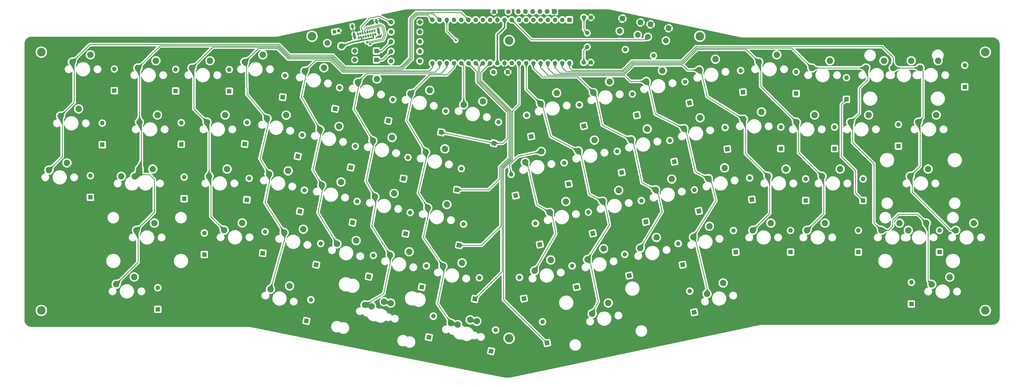
<source format=gbr>
%TF.GenerationSoftware,KiCad,Pcbnew,(5.1.9)-1*%
%TF.CreationDate,2021-04-17T17:55:29+02:00*%
%TF.ProjectId,sesame,73657361-6d65-42e6-9b69-6361645f7063,rev?*%
%TF.SameCoordinates,Original*%
%TF.FileFunction,Copper,L2,Bot*%
%TF.FilePolarity,Positive*%
%FSLAX46Y46*%
G04 Gerber Fmt 4.6, Leading zero omitted, Abs format (unit mm)*
G04 Created by KiCad (PCBNEW (5.1.9)-1) date 2021-04-17 17:55:29*
%MOMM*%
%LPD*%
G01*
G04 APERTURE LIST*
%TA.AperFunction,ComponentPad*%
%ADD10C,1.600000*%
%TD*%
%TA.AperFunction,ComponentPad*%
%ADD11C,2.250000*%
%TD*%
%TA.AperFunction,ComponentPad*%
%ADD12C,3.000000*%
%TD*%
%TA.AperFunction,ComponentPad*%
%ADD13C,1.200000*%
%TD*%
%TA.AperFunction,ComponentPad*%
%ADD14C,0.100000*%
%TD*%
%TA.AperFunction,ComponentPad*%
%ADD15O,1.700000X1.700000*%
%TD*%
%TA.AperFunction,ComponentPad*%
%ADD16R,1.700000X1.700000*%
%TD*%
%TA.AperFunction,ComponentPad*%
%ADD17O,1.600000X1.600000*%
%TD*%
%TA.AperFunction,ComponentPad*%
%ADD18R,1.600000X1.600000*%
%TD*%
%TA.AperFunction,ComponentPad*%
%ADD19C,1.500000*%
%TD*%
%TA.AperFunction,ComponentPad*%
%ADD20C,2.000000*%
%TD*%
%TA.AperFunction,ViaPad*%
%ADD21C,0.800000*%
%TD*%
%TA.AperFunction,Conductor*%
%ADD22C,0.500000*%
%TD*%
%TA.AperFunction,Conductor*%
%ADD23C,0.250000*%
%TD*%
%TA.AperFunction,Conductor*%
%ADD24C,0.200000*%
%TD*%
%TA.AperFunction,Conductor*%
%ADD25C,0.100000*%
%TD*%
%TA.AperFunction,Conductor*%
%ADD26C,0.025400*%
%TD*%
G04 APERTURE END LIST*
D10*
%TO.P,C5,2*%
%TO.N,Net-(C5-Pad2)*%
X238126900Y-68961000D03*
%TO.P,C5,1*%
%TO.N,GND*%
X240626900Y-68961000D03*
%TD*%
%TO.P,C4,2*%
%TO.N,Net-(C4-Pad2)*%
X238063400Y-84772500D03*
%TO.P,C4,1*%
%TO.N,GND*%
X240563400Y-84772500D03*
%TD*%
%TO.P,C3,2*%
%TO.N,GND*%
X211349600Y-88201500D03*
%TO.P,C3,1*%
%TO.N,+5V*%
X206349600Y-88201500D03*
%TD*%
%TO.P,C2,2*%
%TO.N,GND*%
X206531200Y-66929000D03*
%TO.P,C2,1*%
%TO.N,+5V*%
X211531200Y-66929000D03*
%TD*%
D11*
%TO.P,MX71,2*%
%TO.N,Net-(D65-Pad2)*%
X200441486Y-176026106D03*
%TO.P,MX71,1*%
%TO.N,col6*%
X193702153Y-177190362D03*
%TD*%
%TO.P,MX70,2*%
%TO.N,Net-(D64-Pad2)*%
X170139286Y-169599906D03*
%TO.P,MX70,1*%
%TO.N,col5*%
X163399953Y-170764162D03*
%TD*%
%TO.P,MX63,2*%
%TO.N,Net-(D63-Pad2)*%
X134541186Y-163580106D03*
%TO.P,MX63,1*%
%TO.N,col3*%
X127801853Y-164744362D03*
%TD*%
%TO.P,MX62,2*%
%TO.N,Net-(D62-Pad2)*%
X79819500Y-160401000D03*
%TO.P,MX62,1*%
%TO.N,col1*%
X73469500Y-162941000D03*
%TD*%
D12*
%TO.P,REF\u002A\u002A,1*%
%TO.N,N/C*%
X278955500Y-75565000D03*
%TD*%
D13*
%TO.P,C1,2*%
%TO.N,GND*%
X151771721Y-73665632D03*
%TA.AperFunction,ComponentPad*%
D14*
%TO.P,C1,1*%
%TO.N,+5V*%
G36*
X149842358Y-74689136D02*
G01*
X149592864Y-73515358D01*
X150766642Y-73265864D01*
X151016136Y-74439642D01*
X149842358Y-74689136D01*
G37*
%TD.AperFunction*%
%TD*%
D11*
%TO.P,MX23,2*%
%TO.N,Net-(D24-Pad2)*%
X189214686Y-115256606D03*
%TO.P,MX23,1*%
%TO.N,col6*%
X182475353Y-116420862D03*
%TD*%
D15*
%TO.P,AVR1,6*%
%TO.N,+5V*%
X215011000Y-66865500D03*
%TO.P,AVR1,5*%
%TO.N,RST*%
X217551000Y-66865500D03*
%TO.P,AVR1,4*%
%TO.N,SCK*%
X220091000Y-66865500D03*
%TO.P,AVR1,3*%
%TO.N,MISO*%
X222631000Y-66865500D03*
%TO.P,AVR1,2*%
%TO.N,MOSI*%
X225171000Y-66865500D03*
D16*
%TO.P,AVR1,1*%
%TO.N,GND*%
X227711000Y-66865500D03*
%TD*%
D12*
%TO.P,REF\u002A\u002A,1*%
%TO.N,N/C*%
X142430500Y-75565000D03*
%TD*%
D11*
%TO.P,MX61,2*%
%TO.N,col13*%
X358711500Y-141414500D03*
%TO.P,MX61,1*%
%TO.N,rs*%
X352361500Y-143954500D03*
%TD*%
%TO.P,MX59,2*%
%TO.N,rs*%
X349250000Y-141414500D03*
%TO.P,MX59,1*%
%TO.N,col13*%
X342900000Y-143954500D03*
%TD*%
%TO.P,MX31,2*%
%TO.N,Net-(D32-Pad2)*%
X362204000Y-103314500D03*
%TO.P,MX31,1*%
%TO.N,col14*%
X355854000Y-105854500D03*
%TD*%
%TO.P,MX15,2*%
%TO.N,bs*%
X353377500Y-84201000D03*
%TO.P,MX15,1*%
%TO.N,col14*%
X347027500Y-86741000D03*
%TD*%
%TO.P,MX33,2*%
%TO.N,caps*%
X86360000Y-122364500D03*
%TO.P,MX33,1*%
%TO.N,col1*%
X80010000Y-124904500D03*
%TD*%
%TO.P,MX18,2*%
%TO.N,Net-(D19-Pad2)*%
X88011000Y-103314500D03*
%TO.P,MX18,1*%
%TO.N,col1*%
X81661000Y-105854500D03*
%TD*%
%TO.P,MX69,2*%
%TO.N,col1*%
X81610200Y-122377200D03*
%TO.P,MX69,1*%
%TO.N,caps*%
X75260200Y-124917200D03*
%TD*%
D17*
%TO.P,D60,2*%
%TO.N,rs*%
X334772000Y-144018000D03*
D18*
%TO.P,D60,1*%
%TO.N,row3*%
X334772000Y-151638000D03*
%TD*%
D17*
%TO.P,U1,40*%
%TO.N,col14*%
X233045000Y-85026500D03*
%TO.P,U1,20*%
%TO.N,col2*%
X184785000Y-69786500D03*
%TO.P,U1,39*%
%TO.N,col13*%
X230505000Y-85026500D03*
%TO.P,U1,19*%
%TO.N,col1*%
X187325000Y-69786500D03*
%TO.P,U1,38*%
%TO.N,col12*%
X227965000Y-85026500D03*
%TO.P,U1,18*%
%TO.N,BOOT*%
X189865000Y-69786500D03*
%TO.P,U1,37*%
%TO.N,col11*%
X225425000Y-85026500D03*
%TO.P,U1,17*%
%TO.N,D-*%
X192405000Y-69786500D03*
%TO.P,U1,36*%
%TO.N,col10*%
X222885000Y-85026500D03*
%TO.P,U1,16*%
%TO.N,D+*%
X194945000Y-69786500D03*
%TO.P,U1,35*%
%TO.N,col9*%
X220345000Y-85026500D03*
%TO.P,U1,15*%
%TO.N,col0*%
X197485000Y-69786500D03*
%TO.P,U1,34*%
%TO.N,col8*%
X217805000Y-85026500D03*
%TO.P,U1,14*%
%TO.N,Net-(U1-Pad14)*%
X200025000Y-69786500D03*
%TO.P,U1,33*%
%TO.N,row4*%
X215265000Y-85026500D03*
%TO.P,U1,13*%
%TO.N,Net-(C4-Pad2)*%
X202565000Y-69786500D03*
%TO.P,U1,32*%
%TO.N,Net-(U1-Pad32)*%
X212725000Y-85026500D03*
%TO.P,U1,12*%
%TO.N,Net-(C5-Pad2)*%
X205105000Y-69786500D03*
%TO.P,U1,31*%
%TO.N,GND*%
X210185000Y-85026500D03*
%TO.P,U1,11*%
X207645000Y-69786500D03*
%TO.P,U1,30*%
%TO.N,+5V*%
X207645000Y-85026500D03*
%TO.P,U1,10*%
X210185000Y-69786500D03*
%TO.P,U1,29*%
%TO.N,row3*%
X205105000Y-85026500D03*
%TO.P,U1,9*%
%TO.N,RST*%
X212725000Y-69786500D03*
%TO.P,U1,28*%
%TO.N,row2*%
X202565000Y-85026500D03*
%TO.P,U1,8*%
%TO.N,SCK*%
X215265000Y-69786500D03*
%TO.P,U1,27*%
%TO.N,row1*%
X200025000Y-85026500D03*
%TO.P,U1,7*%
%TO.N,MISO*%
X217805000Y-69786500D03*
%TO.P,U1,26*%
%TO.N,row0*%
X197485000Y-85026500D03*
%TO.P,U1,6*%
%TO.N,MOSI*%
X220345000Y-69786500D03*
%TO.P,U1,25*%
%TO.N,col7*%
X194945000Y-85026500D03*
%TO.P,U1,5*%
%TO.N,Net-(U1-Pad5)*%
X222885000Y-69786500D03*
%TO.P,U1,24*%
%TO.N,col6*%
X192405000Y-85026500D03*
%TO.P,U1,4*%
%TO.N,Net-(U1-Pad4)*%
X225425000Y-69786500D03*
%TO.P,U1,23*%
%TO.N,col5*%
X189865000Y-85026500D03*
%TO.P,U1,3*%
%TO.N,Net-(U1-Pad3)*%
X227965000Y-69786500D03*
%TO.P,U1,22*%
%TO.N,col4*%
X187325000Y-85026500D03*
%TO.P,U1,2*%
%TO.N,Net-(U1-Pad2)*%
X230505000Y-69786500D03*
%TO.P,U1,21*%
%TO.N,col3*%
X184785000Y-85026500D03*
D18*
%TO.P,U1,1*%
%TO.N,Net-(U1-Pad1)*%
X233045000Y-69786500D03*
%TD*%
D11*
%TO.P,MX5,2*%
%TO.N,Net-(D7-Pad2)*%
X146606186Y-86681606D03*
%TO.P,MX5,1*%
%TO.N,col4*%
X139866853Y-87845862D03*
%TD*%
D12*
%TO.P,REF\u002A\u002A,1*%
%TO.N,N/C*%
X211836000Y-181991000D03*
%TD*%
%TO.P,REF\u002A\u002A,1*%
%TO.N,N/C*%
X379476000Y-172212000D03*
%TD*%
%TO.P,REF\u002A\u002A,1*%
%TO.N,N/C*%
X379476000Y-81153000D03*
%TD*%
%TO.P,REF\u002A\u002A,1*%
%TO.N,N/C*%
X47117000Y-81153000D03*
%TD*%
%TO.P,REF\u002A\u002A,1*%
%TO.N,N/C*%
X47117000Y-172212000D03*
%TD*%
%TO.P,REF\u002A\u002A,1*%
%TO.N,N/C*%
X211836000Y-77089000D03*
%TD*%
D19*
%TO.P,XTAL1,2*%
%TO.N,Net-(C4-Pad2)*%
X239331500Y-79302000D03*
%TO.P,XTAL1,1*%
%TO.N,Net-(C5-Pad2)*%
X239331500Y-74422000D03*
%TD*%
D11*
%TO.P,MX24,2*%
%TO.N,Net-(D25-Pad2)*%
X223170304Y-116168914D03*
%TO.P,MX24,1*%
%TO.N,col7*%
X217487162Y-119973649D03*
%TD*%
%TO.P,MX28,2*%
%TO.N,Net-(D29-Pad2)*%
X300672500Y-102235000D03*
%TO.P,MX28,1*%
%TO.N,col11*%
X294322500Y-104775000D03*
%TD*%
%TO.P,MX66,2*%
%TO.N,Net-(D66-Pad2)*%
X246728804Y-169572414D03*
%TO.P,MX66,1*%
%TO.N,col8*%
X241045662Y-173377149D03*
%TD*%
%TO.P,MX65,2*%
%TO.N,Net-(D65-Pad2)*%
X198104686Y-175518106D03*
%TO.P,MX65,1*%
%TO.N,col6*%
X191365353Y-176682362D03*
%TD*%
%TO.P,MX64,2*%
%TO.N,Net-(D64-Pad2)*%
X167815186Y-169104606D03*
%TO.P,MX64,1*%
%TO.N,col5*%
X161075853Y-170268862D03*
%TD*%
%TO.P,MX46,2*%
%TO.N,Net-(D47-Pad2)*%
X359346500Y-122364500D03*
%TO.P,MX46,1*%
%TO.N,col14*%
X352996500Y-124904500D03*
%TD*%
%TO.P,MX47,2*%
%TO.N,Net-(D48-Pad2)*%
X86931500Y-141414500D03*
%TO.P,MX47,1*%
%TO.N,col1*%
X80581500Y-143954500D03*
%TD*%
%TO.P,MX16,2*%
%TO.N,bs*%
X362839000Y-84201000D03*
%TO.P,MX16,1*%
%TO.N,col14*%
X356489000Y-86741000D03*
%TD*%
%TO.P,MX45,2*%
%TO.N,Net-(D46-Pad2)*%
X343789000Y-84201000D03*
%TO.P,MX45,1*%
%TO.N,col13*%
X337439000Y-86741000D03*
%TD*%
%TO.P,MX68,2*%
%TO.N,Net-(D68-Pad2)*%
X366966500Y-160464500D03*
%TO.P,MX68,1*%
%TO.N,col13*%
X360616500Y-163004500D03*
%TD*%
%TO.P,MX67,2*%
%TO.N,Net-(D67-Pad2)*%
X287178304Y-162523914D03*
%TO.P,MX67,1*%
%TO.N,col10*%
X281495162Y-166328649D03*
%TD*%
%TO.P,MX60,2*%
%TO.N,Net-(D61-Pad2)*%
X375412000Y-141414500D03*
%TO.P,MX60,1*%
%TO.N,col14*%
X369062000Y-143954500D03*
%TD*%
%TO.P,MX58,2*%
%TO.N,Net-(D59-Pad2)*%
X323024500Y-141414500D03*
%TO.P,MX58,1*%
%TO.N,col12*%
X316674500Y-143954500D03*
%TD*%
%TO.P,MX57,2*%
%TO.N,Net-(D58-Pad2)*%
X303974500Y-141414500D03*
%TO.P,MX57,1*%
%TO.N,col11*%
X297624500Y-143954500D03*
%TD*%
%TO.P,MX56,2*%
%TO.N,Net-(D57-Pad2)*%
X282352304Y-142521414D03*
%TO.P,MX56,1*%
%TO.N,col10*%
X276669162Y-146326149D03*
%TD*%
%TO.P,MX55,2*%
%TO.N,Net-(D56-Pad2)*%
X263683304Y-146458414D03*
%TO.P,MX55,1*%
%TO.N,col9*%
X258000162Y-150263149D03*
%TD*%
%TO.P,MX54,2*%
%TO.N,Net-(D55-Pad2)*%
X245077804Y-150458914D03*
%TO.P,MX54,1*%
%TO.N,col8*%
X239394662Y-154263649D03*
%TD*%
%TO.P,MX53,2*%
%TO.N,Net-(D54-Pad2)*%
X226472304Y-154395914D03*
%TO.P,MX53,1*%
%TO.N,col7*%
X220789162Y-158200649D03*
%TD*%
%TO.P,MX52,2*%
%TO.N,Net-(D53-Pad2)*%
X195247186Y-155452106D03*
%TO.P,MX52,1*%
%TO.N,col6*%
X188507853Y-156616362D03*
%TD*%
%TO.P,MX51,2*%
%TO.N,Net-(D52-Pad2)*%
X176641686Y-151515106D03*
%TO.P,MX51,1*%
%TO.N,col5*%
X169902353Y-152679362D03*
%TD*%
%TO.P,MX50,2*%
%TO.N,Net-(D51-Pad2)*%
X157972686Y-147578106D03*
%TO.P,MX50,1*%
%TO.N,col4*%
X151233353Y-148742362D03*
%TD*%
%TO.P,MX49,2*%
%TO.N,Net-(D50-Pad2)*%
X139367186Y-143577606D03*
%TO.P,MX49,1*%
%TO.N,col3*%
X132627853Y-144741862D03*
%TD*%
%TO.P,MX48,2*%
%TO.N,Net-(D49-Pad2)*%
X117856000Y-141351000D03*
%TO.P,MX48,1*%
%TO.N,col2*%
X111506000Y-143891000D03*
%TD*%
%TO.P,MX44,2*%
%TO.N,Net-(D45-Pad2)*%
X328358500Y-122364500D03*
%TO.P,MX44,1*%
%TO.N,col12*%
X322008500Y-124904500D03*
%TD*%
%TO.P,MX43,2*%
%TO.N,Net-(D44-Pad2)*%
X309308500Y-122364500D03*
%TO.P,MX43,1*%
%TO.N,col11*%
X302958500Y-124904500D03*
%TD*%
%TO.P,MX42,2*%
%TO.N,Net-(D43-Pad2)*%
X287686304Y-121947414D03*
%TO.P,MX42,1*%
%TO.N,col10*%
X282003162Y-125752149D03*
%TD*%
%TO.P,MX41,2*%
%TO.N,Net-(D42-Pad2)*%
X269080804Y-125884414D03*
%TO.P,MX41,1*%
%TO.N,col9*%
X263397662Y-129689149D03*
%TD*%
%TO.P,MX40,2*%
%TO.N,Net-(D41-Pad2)*%
X250411804Y-129884914D03*
%TO.P,MX40,1*%
%TO.N,col8*%
X244728662Y-133689649D03*
%TD*%
%TO.P,MX39,2*%
%TO.N,Net-(D40-Pad2)*%
X231806304Y-133821914D03*
%TO.P,MX39,1*%
%TO.N,col7*%
X226123162Y-137626649D03*
%TD*%
%TO.P,MX38,2*%
%TO.N,Net-(D39-Pad2)*%
X189913186Y-134878106D03*
%TO.P,MX38,1*%
%TO.N,col6*%
X183173853Y-136042362D03*
%TD*%
%TO.P,MX37,2*%
%TO.N,Net-(D38-Pad2)*%
X171307686Y-130941106D03*
%TO.P,MX37,1*%
%TO.N,col5*%
X164568353Y-132105362D03*
%TD*%
%TO.P,MX36,2*%
%TO.N,Net-(D37-Pad2)*%
X152638686Y-126940606D03*
%TO.P,MX36,1*%
%TO.N,col4*%
X145899353Y-128104862D03*
%TD*%
%TO.P,MX35,2*%
%TO.N,Net-(D36-Pad2)*%
X134033186Y-123003606D03*
%TO.P,MX35,1*%
%TO.N,col3*%
X127293853Y-124167862D03*
%TD*%
%TO.P,MX34,2*%
%TO.N,Net-(D35-Pad2)*%
X112522000Y-122364500D03*
%TO.P,MX34,1*%
%TO.N,col2*%
X106172000Y-124904500D03*
%TD*%
%TO.P,MX32,2*%
%TO.N,Net-(D33-Pad2)*%
X56134000Y-120205500D03*
%TO.P,MX32,1*%
%TO.N,col0*%
X49784000Y-122745500D03*
%TD*%
%TO.P,MX30,2*%
%TO.N,Net-(D31-Pad2)*%
X338391500Y-103314500D03*
%TO.P,MX30,1*%
%TO.N,col13*%
X332041500Y-105854500D03*
%TD*%
%TO.P,MX29,2*%
%TO.N,Net-(D30-Pad2)*%
X319341500Y-103314500D03*
%TO.P,MX29,1*%
%TO.N,col12*%
X312991500Y-105854500D03*
%TD*%
%TO.P,MX27,2*%
%TO.N,Net-(D28-Pad2)*%
X279050304Y-104294414D03*
%TO.P,MX27,1*%
%TO.N,col10*%
X273367162Y-108099149D03*
%TD*%
%TO.P,MX26,2*%
%TO.N,Net-(D27-Pad2)*%
X260444804Y-108231414D03*
%TO.P,MX26,1*%
%TO.N,col9*%
X254761662Y-112036149D03*
%TD*%
%TO.P,MX25,2*%
%TO.N,Net-(D26-Pad2)*%
X241839304Y-112168414D03*
%TO.P,MX25,1*%
%TO.N,col8*%
X236156162Y-115973149D03*
%TD*%
%TO.P,MX22,2*%
%TO.N,Net-(D23-Pad2)*%
X170609186Y-111256106D03*
%TO.P,MX22,1*%
%TO.N,col5*%
X163869853Y-112420362D03*
%TD*%
%TO.P,MX21,2*%
%TO.N,Net-(D22-Pad2)*%
X151940186Y-107319106D03*
%TO.P,MX21,1*%
%TO.N,col4*%
X145200853Y-108483362D03*
%TD*%
%TO.P,MX20,2*%
%TO.N,Net-(D21-Pad2)*%
X133334686Y-103382106D03*
%TO.P,MX20,1*%
%TO.N,col3*%
X126595353Y-104546362D03*
%TD*%
%TO.P,MX19,2*%
%TO.N,Net-(D20-Pad2)*%
X111823500Y-103314500D03*
%TO.P,MX19,1*%
%TO.N,col2*%
X105473500Y-105854500D03*
%TD*%
%TO.P,MX17,2*%
%TO.N,Net-(D18-Pad2)*%
X60261500Y-101155500D03*
%TO.P,MX17,1*%
%TO.N,col0*%
X53911500Y-103695500D03*
%TD*%
%TO.P,MX14,2*%
%TO.N,Net-(D16-Pad2)*%
X324739000Y-84201000D03*
%TO.P,MX14,1*%
%TO.N,col13*%
X318389000Y-86741000D03*
%TD*%
%TO.P,MX13,2*%
%TO.N,Net-(D15-Pad2)*%
X306070000Y-82105500D03*
%TO.P,MX13,1*%
%TO.N,col12*%
X299720000Y-84645500D03*
%TD*%
%TO.P,MX12,2*%
%TO.N,Net-(D14-Pad2)*%
X284447804Y-83656914D03*
%TO.P,MX12,1*%
%TO.N,col11*%
X278764662Y-87461649D03*
%TD*%
%TO.P,MX11,2*%
%TO.N,Net-(D13-Pad2)*%
X265778804Y-87657414D03*
%TO.P,MX11,1*%
%TO.N,col10*%
X260095662Y-91462149D03*
%TD*%
%TO.P,MX10,2*%
%TO.N,Net-(D12-Pad2)*%
X247173304Y-91594414D03*
%TO.P,MX10,1*%
%TO.N,col9*%
X241490162Y-95399149D03*
%TD*%
%TO.P,MX9,2*%
%TO.N,Net-(D11-Pad2)*%
X228567804Y-95531414D03*
%TO.P,MX9,1*%
%TO.N,col8*%
X222884662Y-99336149D03*
%TD*%
%TO.P,MX8,2*%
%TO.N,Net-(D10-Pad2)*%
X202549686Y-98556106D03*
%TO.P,MX8,1*%
%TO.N,col7*%
X195810353Y-99720362D03*
%TD*%
%TO.P,MX7,2*%
%TO.N,Net-(D9-Pad2)*%
X183880686Y-94619106D03*
%TO.P,MX7,1*%
%TO.N,col6*%
X177141353Y-95783362D03*
%TD*%
%TO.P,MX6,2*%
%TO.N,Net-(D8-Pad2)*%
X165275186Y-90618606D03*
%TO.P,MX6,1*%
%TO.N,col5*%
X158535853Y-91782862D03*
%TD*%
%TO.P,MX4,2*%
%TO.N,Net-(D6-Pad2)*%
X125095000Y-82105500D03*
%TO.P,MX4,1*%
%TO.N,col3*%
X118745000Y-84645500D03*
%TD*%
%TO.P,MX3,2*%
%TO.N,Net-(D5-Pad2)*%
X106521250Y-84201000D03*
%TO.P,MX3,1*%
%TO.N,col2*%
X100171250Y-86741000D03*
%TD*%
%TO.P,MX2,2*%
%TO.N,Net-(D4-Pad2)*%
X87471250Y-84201000D03*
%TO.P,MX2,1*%
%TO.N,col1*%
X81121250Y-86741000D03*
%TD*%
%TO.P,MX1,2*%
%TO.N,Net-(D3-Pad2)*%
X64389000Y-82105500D03*
%TO.P,MX1,1*%
%TO.N,col0*%
X58039000Y-84645500D03*
%TD*%
%TO.P,USB1,A5*%
%TO.N,Net-(R4-Pad1)*%
%TA.AperFunction,ComponentPad*%
G36*
G01*
X163324913Y-74995366D02*
X163397683Y-75337718D01*
G75*
G02*
X163147356Y-75723187I-317898J-67571D01*
G01*
X163147356Y-75723187D01*
G75*
G02*
X162761887Y-75472860I-67571J317898D01*
G01*
X162689117Y-75130508D01*
G75*
G02*
X162939444Y-74745039I317898J67571D01*
G01*
X162939444Y-74745039D01*
G75*
G02*
X163324913Y-74995366I67571J-317898D01*
G01*
G37*
%TD.AperFunction*%
%TO.P,USB1,A1*%
%TO.N,GND*%
%TA.AperFunction,ComponentPad*%
G36*
G01*
X164987763Y-74641916D02*
X165060533Y-74984268D01*
G75*
G02*
X164810206Y-75369737I-317898J-67571D01*
G01*
X164810206Y-75369737D01*
G75*
G02*
X164424737Y-75119410I-67571J317898D01*
G01*
X164351967Y-74777058D01*
G75*
G02*
X164602294Y-74391589I317898J67571D01*
G01*
X164602294Y-74391589D01*
G75*
G02*
X164987763Y-74641916I67571J-317898D01*
G01*
G37*
%TD.AperFunction*%
%TO.P,USB1,A4*%
%TO.N,VCC*%
%TA.AperFunction,ComponentPad*%
G36*
G01*
X164156338Y-74818641D02*
X164229108Y-75160993D01*
G75*
G02*
X163978781Y-75546462I-317898J-67571D01*
G01*
X163978781Y-75546462D01*
G75*
G02*
X163593312Y-75296135I-67571J317898D01*
G01*
X163520542Y-74953783D01*
G75*
G02*
X163770869Y-74568314I317898J67571D01*
G01*
X163770869Y-74568314D01*
G75*
G02*
X164156338Y-74818641I67571J-317898D01*
G01*
G37*
%TD.AperFunction*%
%TO.P,USB1,A6*%
%TO.N,Net-(D2-Pad1)*%
%TA.AperFunction,ComponentPad*%
G36*
G01*
X162493487Y-75172091D02*
X162566257Y-75514443D01*
G75*
G02*
X162315930Y-75899912I-317898J-67571D01*
G01*
X162315930Y-75899912D01*
G75*
G02*
X161930461Y-75649585I-67571J317898D01*
G01*
X161857691Y-75307233D01*
G75*
G02*
X162108018Y-74921764I317898J67571D01*
G01*
X162108018Y-74921764D01*
G75*
G02*
X162493487Y-75172091I67571J-317898D01*
G01*
G37*
%TD.AperFunction*%
%TO.P,USB1,A7*%
%TO.N,Net-(D1-Pad1)*%
%TA.AperFunction,ComponentPad*%
G36*
G01*
X161662062Y-75348816D02*
X161734832Y-75691168D01*
G75*
G02*
X161484505Y-76076637I-317898J-67571D01*
G01*
X161484505Y-76076637D01*
G75*
G02*
X161099036Y-75826310I-67571J317898D01*
G01*
X161026266Y-75483958D01*
G75*
G02*
X161276593Y-75098489I317898J67571D01*
G01*
X161276593Y-75098489D01*
G75*
G02*
X161662062Y-75348816I67571J-317898D01*
G01*
G37*
%TD.AperFunction*%
%TO.P,USB1,A8*%
%TO.N,Net-(USB1-PadA8)*%
%TA.AperFunction,ComponentPad*%
G36*
G01*
X160830636Y-75525541D02*
X160903406Y-75867893D01*
G75*
G02*
X160653079Y-76253362I-317898J-67571D01*
G01*
X160653079Y-76253362D01*
G75*
G02*
X160267610Y-76003035I-67571J317898D01*
G01*
X160194840Y-75660683D01*
G75*
G02*
X160445167Y-75275214I317898J67571D01*
G01*
X160445167Y-75275214D01*
G75*
G02*
X160830636Y-75525541I67571J-317898D01*
G01*
G37*
%TD.AperFunction*%
%TO.P,USB1,A9*%
%TO.N,VCC*%
%TA.AperFunction,ComponentPad*%
G36*
G01*
X159999211Y-75702266D02*
X160071981Y-76044618D01*
G75*
G02*
X159821654Y-76430087I-317898J-67571D01*
G01*
X159821654Y-76430087D01*
G75*
G02*
X159436185Y-76179760I-67571J317898D01*
G01*
X159363415Y-75837408D01*
G75*
G02*
X159613742Y-75451939I317898J67571D01*
G01*
X159613742Y-75451939D01*
G75*
G02*
X159999211Y-75702266I67571J-317898D01*
G01*
G37*
%TD.AperFunction*%
%TO.P,USB1,A12*%
%TO.N,GND*%
%TA.AperFunction,ComponentPad*%
G36*
G01*
X159167785Y-75878991D02*
X159240555Y-76221343D01*
G75*
G02*
X158990228Y-76606812I-317898J-67571D01*
G01*
X158990228Y-76606812D01*
G75*
G02*
X158604759Y-76356485I-67571J317898D01*
G01*
X158531989Y-76014133D01*
G75*
G02*
X158782316Y-75628664I317898J67571D01*
G01*
X158782316Y-75628664D01*
G75*
G02*
X159167785Y-75878991I67571J-317898D01*
G01*
G37*
%TD.AperFunction*%
%TO.P,USB1,B12*%
%TA.AperFunction,ComponentPad*%
G36*
G01*
X164712280Y-73345871D02*
X164785050Y-73688223D01*
G75*
G02*
X164534723Y-74073692I-317898J-67571D01*
G01*
X164534723Y-74073692D01*
G75*
G02*
X164149254Y-73823365I-67571J317898D01*
G01*
X164076484Y-73481013D01*
G75*
G02*
X164326811Y-73095544I317898J67571D01*
G01*
X164326811Y-73095544D01*
G75*
G02*
X164712280Y-73345871I67571J-317898D01*
G01*
G37*
%TD.AperFunction*%
%TO.P,USB1,B9*%
%TO.N,VCC*%
%TA.AperFunction,ComponentPad*%
G36*
G01*
X163875964Y-73523635D02*
X163948734Y-73865987D01*
G75*
G02*
X163698407Y-74251456I-317898J-67571D01*
G01*
X163698407Y-74251456D01*
G75*
G02*
X163312938Y-74001129I-67571J317898D01*
G01*
X163240168Y-73658777D01*
G75*
G02*
X163490495Y-73273308I317898J67571D01*
G01*
X163490495Y-73273308D01*
G75*
G02*
X163875964Y-73523635I67571J-317898D01*
G01*
G37*
%TD.AperFunction*%
%TO.P,USB1,B8*%
%TO.N,Net-(USB1-PadB8)*%
%TA.AperFunction,ComponentPad*%
G36*
G01*
X163044539Y-73700360D02*
X163117309Y-74042712D01*
G75*
G02*
X162866982Y-74428181I-317898J-67571D01*
G01*
X162866982Y-74428181D01*
G75*
G02*
X162481513Y-74177854I-67571J317898D01*
G01*
X162408743Y-73835502D01*
G75*
G02*
X162659070Y-73450033I317898J67571D01*
G01*
X162659070Y-73450033D01*
G75*
G02*
X163044539Y-73700360I67571J-317898D01*
G01*
G37*
%TD.AperFunction*%
%TO.P,USB1,B7*%
%TO.N,Net-(D1-Pad1)*%
%TA.AperFunction,ComponentPad*%
G36*
G01*
X162213113Y-73877085D02*
X162285883Y-74219437D01*
G75*
G02*
X162035556Y-74604906I-317898J-67571D01*
G01*
X162035556Y-74604906D01*
G75*
G02*
X161650087Y-74354579I-67571J317898D01*
G01*
X161577317Y-74012227D01*
G75*
G02*
X161827644Y-73626758I317898J67571D01*
G01*
X161827644Y-73626758D01*
G75*
G02*
X162213113Y-73877085I67571J-317898D01*
G01*
G37*
%TD.AperFunction*%
%TO.P,USB1,B6*%
%TO.N,Net-(D2-Pad1)*%
%TA.AperFunction,ComponentPad*%
G36*
G01*
X161381688Y-74053810D02*
X161454458Y-74396162D01*
G75*
G02*
X161204131Y-74781631I-317898J-67571D01*
G01*
X161204131Y-74781631D01*
G75*
G02*
X160818662Y-74531304I-67571J317898D01*
G01*
X160745892Y-74188952D01*
G75*
G02*
X160996219Y-73803483I317898J67571D01*
G01*
X160996219Y-73803483D01*
G75*
G02*
X161381688Y-74053810I67571J-317898D01*
G01*
G37*
%TD.AperFunction*%
%TO.P,USB1,B5*%
%TO.N,Net-(R5-Pad1)*%
%TA.AperFunction,ComponentPad*%
G36*
G01*
X160550262Y-74230535D02*
X160623032Y-74572887D01*
G75*
G02*
X160372705Y-74958356I-317898J-67571D01*
G01*
X160372705Y-74958356D01*
G75*
G02*
X159987236Y-74708029I-67571J317898D01*
G01*
X159914466Y-74365677D01*
G75*
G02*
X160164793Y-73980208I317898J67571D01*
G01*
X160164793Y-73980208D01*
G75*
G02*
X160550262Y-74230535I67571J-317898D01*
G01*
G37*
%TD.AperFunction*%
%TO.P,USB1,B4*%
%TO.N,VCC*%
%TA.AperFunction,ComponentPad*%
G36*
G01*
X159718837Y-74407260D02*
X159791607Y-74749612D01*
G75*
G02*
X159541280Y-75135081I-317898J-67571D01*
G01*
X159541280Y-75135081D01*
G75*
G02*
X159155811Y-74884754I-67571J317898D01*
G01*
X159083041Y-74542402D01*
G75*
G02*
X159333368Y-74156933I317898J67571D01*
G01*
X159333368Y-74156933D01*
G75*
G02*
X159718837Y-74407260I67571J-317898D01*
G01*
G37*
%TD.AperFunction*%
%TO.P,USB1,B1*%
%TO.N,GND*%
%TA.AperFunction,ComponentPad*%
G36*
G01*
X158887411Y-74583985D02*
X158960181Y-74926337D01*
G75*
G02*
X158709854Y-75311806I-317898J-67571D01*
G01*
X158709854Y-75311806D01*
G75*
G02*
X158324385Y-75061479I-67571J317898D01*
G01*
X158251615Y-74719127D01*
G75*
G02*
X158501942Y-74333658I317898J67571D01*
G01*
X158501942Y-74333658D01*
G75*
G02*
X158887411Y-74583985I67571J-317898D01*
G01*
G37*
%TD.AperFunction*%
%TO.P,USB1,S1*%
%TA.AperFunction,ComponentPad*%
G36*
G01*
X166107228Y-72814227D02*
X166419096Y-74281449D01*
G75*
G02*
X166072490Y-74815175I-440166J-93560D01*
G01*
X166072490Y-74815175D01*
G75*
G02*
X165538764Y-74468569I-93560J440166D01*
G01*
X165226896Y-73001347D01*
G75*
G02*
X165573502Y-72467621I440166J93560D01*
G01*
X165573502Y-72467621D01*
G75*
G02*
X166107228Y-72814227I93560J-440166D01*
G01*
G37*
%TD.AperFunction*%
%TA.AperFunction,ComponentPad*%
G36*
G01*
X157646251Y-74612663D02*
X157958119Y-76079885D01*
G75*
G02*
X157611513Y-76613611I-440166J-93560D01*
G01*
X157611513Y-76613611D01*
G75*
G02*
X157077787Y-76267005I-93560J440166D01*
G01*
X156765919Y-74799783D01*
G75*
G02*
X157112525Y-74266057I440166J93560D01*
G01*
X157112525Y-74266057D01*
G75*
G02*
X157646251Y-74612663I93560J-440166D01*
G01*
G37*
%TD.AperFunction*%
%TA.AperFunction,ComponentPad*%
G36*
G01*
X165477256Y-69850440D02*
X165643586Y-70632958D01*
G75*
G02*
X165296980Y-71166684I-440166J-93560D01*
G01*
X165296980Y-71166684D01*
G75*
G02*
X164763254Y-70820078I-93560J440166D01*
G01*
X164596924Y-70037560D01*
G75*
G02*
X164943530Y-69503834I440166J93560D01*
G01*
X164943530Y-69503834D01*
G75*
G02*
X165477256Y-69850440I93560J-440166D01*
G01*
G37*
%TD.AperFunction*%
%TA.AperFunction,ComponentPad*%
G36*
G01*
X157016279Y-71648876D02*
X157182609Y-72431394D01*
G75*
G02*
X156836003Y-72965120I-440166J-93560D01*
G01*
X156836003Y-72965120D01*
G75*
G02*
X156302277Y-72618514I-93560J440166D01*
G01*
X156135947Y-71835996D01*
G75*
G02*
X156482553Y-71302270I440166J93560D01*
G01*
X156482553Y-71302270D01*
G75*
G02*
X157016279Y-71648876I93560J-440166D01*
G01*
G37*
%TD.AperFunction*%
%TD*%
D20*
%TO.P,Reset,1*%
%TO.N,GND*%
X267977959Y-72725426D03*
%TO.P,Reset,2*%
%TO.N,RST*%
X267042357Y-77127090D03*
%TO.P,Reset,1*%
%TO.N,GND*%
X261620000Y-71374000D03*
%TO.P,Reset,2*%
%TO.N,RST*%
X260684397Y-75775664D03*
%TD*%
%TO.P,R6,2*%
%TO.N,RST*%
%TA.AperFunction,ComponentPad*%
G36*
G01*
X261885462Y-82210054D02*
X261885462Y-82210054D01*
G75*
G02*
X262834309Y-81593865I782518J-166329D01*
G01*
X262834309Y-81593865D01*
G75*
G02*
X263450498Y-82542712I-166329J-782518D01*
G01*
X263450498Y-82542712D01*
G75*
G02*
X262501651Y-83158901I-782518J166329D01*
G01*
X262501651Y-83158901D01*
G75*
G02*
X261885462Y-82210054I166329J782518D01*
G01*
G37*
%TD.AperFunction*%
D10*
%TO.P,R6,1*%
%TO.N,+5V*%
X252730000Y-80264000D03*
%TD*%
D17*
%TO.P,R5,2*%
%TO.N,GND*%
X180403500Y-70612000D03*
D10*
%TO.P,R5,1*%
%TO.N,Net-(R5-Pad1)*%
X170243500Y-70612000D03*
%TD*%
D17*
%TO.P,R4,2*%
%TO.N,GND*%
X180403500Y-74041000D03*
D10*
%TO.P,R4,1*%
%TO.N,Net-(R4-Pad1)*%
X170243500Y-74041000D03*
%TD*%
D17*
%TO.P,R2,2*%
%TO.N,D+*%
X180403500Y-80899000D03*
D10*
%TO.P,R2,1*%
%TO.N,Net-(D2-Pad1)*%
X170243500Y-80899000D03*
%TD*%
D17*
%TO.P,R3,2*%
%TO.N,D-*%
X180403500Y-77470000D03*
D10*
%TO.P,R3,1*%
%TO.N,Net-(D1-Pad1)*%
X170243500Y-77470000D03*
%TD*%
D17*
%TO.P,R1,2*%
%TO.N,Net-(D1-Pad1)*%
X180403500Y-84328000D03*
D10*
%TO.P,R1,1*%
%TO.N,+5V*%
X170243500Y-84328000D03*
%TD*%
D20*
%TO.P,F1,2*%
%TO.N,VCC*%
X152794911Y-79043973D03*
%TO.P,F1,1*%
%TO.N,+5V*%
X147828000Y-77978000D03*
%TD*%
D17*
%TO.P,D68,2*%
%TO.N,Net-(D68-Pad2)*%
X353441000Y-162306000D03*
D18*
%TO.P,D68,1*%
%TO.N,row4*%
X353441000Y-169926000D03*
%TD*%
%TO.P,D67,2*%
%TO.N,Net-(D67-Pad2)*%
%TA.AperFunction,ComponentPad*%
G36*
G01*
X275569042Y-166176033D02*
X275569042Y-166176033D01*
G75*
G02*
X274620195Y-165559844I-166329J782518D01*
G01*
X274620195Y-165559844D01*
G75*
G02*
X275236384Y-164610997I782518J166329D01*
G01*
X275236384Y-164610997D01*
G75*
G02*
X276185231Y-165227186I166329J-782518D01*
G01*
X276185231Y-165227186D01*
G75*
G02*
X275569042Y-166176033I-782518J-166329D01*
G01*
G37*
%TD.AperFunction*%
%TA.AperFunction,ComponentPad*%
D14*
%TO.P,D67,1*%
%TO.N,row4*%
G36*
X277935847Y-173463189D02*
G01*
X276370811Y-173795847D01*
X276038153Y-172230811D01*
X277603189Y-171898153D01*
X277935847Y-173463189D01*
G37*
%TD.AperFunction*%
%TD*%
%TO.P,D66,2*%
%TO.N,Net-(D66-Pad2)*%
%TA.AperFunction,ComponentPad*%
G36*
G01*
X223753042Y-176971033D02*
X223753042Y-176971033D01*
G75*
G02*
X222804195Y-176354844I-166329J782518D01*
G01*
X222804195Y-176354844D01*
G75*
G02*
X223420384Y-175405997I782518J166329D01*
G01*
X223420384Y-175405997D01*
G75*
G02*
X224369231Y-176022186I166329J-782518D01*
G01*
X224369231Y-176022186D01*
G75*
G02*
X223753042Y-176971033I-782518J-166329D01*
G01*
G37*
%TD.AperFunction*%
%TA.AperFunction,ComponentPad*%
%TO.P,D66,1*%
%TO.N,row4*%
G36*
X226119847Y-184258189D02*
G01*
X224554811Y-184590847D01*
X224222153Y-183025811D01*
X225787189Y-182693153D01*
X226119847Y-184258189D01*
G37*
%TD.AperFunction*%
%TD*%
%TO.P,D65,2*%
%TO.N,Net-(D65-Pad2)*%
%TA.AperFunction,ComponentPad*%
G36*
G01*
X206903958Y-179892033D02*
X206903958Y-179892033D01*
G75*
G02*
X206287769Y-178943186I166329J782518D01*
G01*
X206287769Y-178943186D01*
G75*
G02*
X207236616Y-178326997I782518J-166329D01*
G01*
X207236616Y-178326997D01*
G75*
G02*
X207852805Y-179275844I-166329J-782518D01*
G01*
X207852805Y-179275844D01*
G75*
G02*
X206903958Y-179892033I-782518J166329D01*
G01*
G37*
%TD.AperFunction*%
%TA.AperFunction,ComponentPad*%
%TO.P,D65,1*%
%TO.N,row4*%
G36*
X206102189Y-187511847D02*
G01*
X204537153Y-187179189D01*
X204869811Y-185614153D01*
X206434847Y-185946811D01*
X206102189Y-187511847D01*
G37*
%TD.AperFunction*%
%TD*%
%TO.P,D64,2*%
%TO.N,Net-(D64-Pad2)*%
%TA.AperFunction,ComponentPad*%
G36*
G01*
X184983758Y-174989833D02*
X184983758Y-174989833D01*
G75*
G02*
X184367569Y-174040986I166329J782518D01*
G01*
X184367569Y-174040986D01*
G75*
G02*
X185316416Y-173424797I782518J-166329D01*
G01*
X185316416Y-173424797D01*
G75*
G02*
X185932605Y-174373644I-166329J-782518D01*
G01*
X185932605Y-174373644D01*
G75*
G02*
X184983758Y-174989833I-782518J166329D01*
G01*
G37*
%TD.AperFunction*%
%TA.AperFunction,ComponentPad*%
%TO.P,D64,1*%
%TO.N,row4*%
G36*
X184181989Y-182609647D02*
G01*
X182616953Y-182276989D01*
X182949611Y-180711953D01*
X184514647Y-181044611D01*
X184181989Y-182609647D01*
G37*
%TD.AperFunction*%
%TD*%
%TO.P,D63,2*%
%TO.N,Net-(D63-Pad2)*%
%TA.AperFunction,ComponentPad*%
G36*
G01*
X141879958Y-169224033D02*
X141879958Y-169224033D01*
G75*
G02*
X141263769Y-168275186I166329J782518D01*
G01*
X141263769Y-168275186D01*
G75*
G02*
X142212616Y-167658997I782518J-166329D01*
G01*
X142212616Y-167658997D01*
G75*
G02*
X142828805Y-168607844I-166329J-782518D01*
G01*
X142828805Y-168607844D01*
G75*
G02*
X141879958Y-169224033I-782518J166329D01*
G01*
G37*
%TD.AperFunction*%
%TA.AperFunction,ComponentPad*%
%TO.P,D63,1*%
%TO.N,row4*%
G36*
X141078189Y-176843847D02*
G01*
X139513153Y-176511189D01*
X139845811Y-174946153D01*
X141410847Y-175278811D01*
X141078189Y-176843847D01*
G37*
%TD.AperFunction*%
%TD*%
D17*
%TO.P,D62,2*%
%TO.N,Net-(D62-Pad2)*%
X88138000Y-164211000D03*
D18*
%TO.P,D62,1*%
%TO.N,row4*%
X88138000Y-171831000D03*
%TD*%
D17*
%TO.P,D61,2*%
%TO.N,Net-(D61-Pad2)*%
X363347000Y-144018000D03*
D18*
%TO.P,D61,1*%
%TO.N,row3*%
X363347000Y-151638000D03*
%TD*%
D17*
%TO.P,D59,2*%
%TO.N,Net-(D59-Pad2)*%
X310896000Y-144018000D03*
D18*
%TO.P,D59,1*%
%TO.N,row3*%
X310896000Y-151638000D03*
%TD*%
%TO.P,D58,2*%
%TO.N,Net-(D58-Pad2)*%
%TA.AperFunction,ComponentPad*%
G36*
G01*
X290879116Y-144855361D02*
X290879116Y-144855361D01*
G75*
G02*
X289999875Y-144143366I-83623J795618D01*
G01*
X289999875Y-144143366D01*
G75*
G02*
X290711870Y-143264125I795618J83623D01*
G01*
X290711870Y-143264125D01*
G75*
G02*
X291591111Y-143976120I83623J-795618D01*
G01*
X291591111Y-143976120D01*
G75*
G02*
X290879116Y-144855361I-795618J-83623D01*
G01*
G37*
%TD.AperFunction*%
%TA.AperFunction,ComponentPad*%
D14*
%TO.P,D58,1*%
%TO.N,row3*%
G36*
X292471240Y-152349995D02*
G01*
X290880005Y-152517240D01*
X290712760Y-150926005D01*
X292303995Y-150758760D01*
X292471240Y-152349995D01*
G37*
%TD.AperFunction*%
%TD*%
%TO.P,D57,2*%
%TO.N,Net-(D57-Pad2)*%
%TA.AperFunction,ComponentPad*%
G36*
G01*
X271505042Y-149412033D02*
X271505042Y-149412033D01*
G75*
G02*
X270556195Y-148795844I-166329J782518D01*
G01*
X270556195Y-148795844D01*
G75*
G02*
X271172384Y-147846997I782518J166329D01*
G01*
X271172384Y-147846997D01*
G75*
G02*
X272121231Y-148463186I166329J-782518D01*
G01*
X272121231Y-148463186D01*
G75*
G02*
X271505042Y-149412033I-782518J-166329D01*
G01*
G37*
%TD.AperFunction*%
%TA.AperFunction,ComponentPad*%
%TO.P,D57,1*%
%TO.N,row3*%
G36*
X273871847Y-156699189D02*
G01*
X272306811Y-157031847D01*
X271974153Y-155466811D01*
X273539189Y-155134153D01*
X273871847Y-156699189D01*
G37*
%TD.AperFunction*%
%TD*%
%TO.P,D56,2*%
%TO.N,Net-(D56-Pad2)*%
%TA.AperFunction,ComponentPad*%
G36*
G01*
X252709042Y-153222033D02*
X252709042Y-153222033D01*
G75*
G02*
X251760195Y-152605844I-166329J782518D01*
G01*
X251760195Y-152605844D01*
G75*
G02*
X252376384Y-151656997I782518J166329D01*
G01*
X252376384Y-151656997D01*
G75*
G02*
X253325231Y-152273186I166329J-782518D01*
G01*
X253325231Y-152273186D01*
G75*
G02*
X252709042Y-153222033I-782518J-166329D01*
G01*
G37*
%TD.AperFunction*%
%TA.AperFunction,ComponentPad*%
%TO.P,D56,1*%
%TO.N,row3*%
G36*
X255075847Y-160509189D02*
G01*
X253510811Y-160841847D01*
X253178153Y-159276811D01*
X254743189Y-158944153D01*
X255075847Y-160509189D01*
G37*
%TD.AperFunction*%
%TD*%
%TO.P,D55,2*%
%TO.N,Net-(D55-Pad2)*%
%TA.AperFunction,ComponentPad*%
G36*
G01*
X234167042Y-157286033D02*
X234167042Y-157286033D01*
G75*
G02*
X233218195Y-156669844I-166329J782518D01*
G01*
X233218195Y-156669844D01*
G75*
G02*
X233834384Y-155720997I782518J166329D01*
G01*
X233834384Y-155720997D01*
G75*
G02*
X234783231Y-156337186I166329J-782518D01*
G01*
X234783231Y-156337186D01*
G75*
G02*
X234167042Y-157286033I-782518J-166329D01*
G01*
G37*
%TD.AperFunction*%
%TA.AperFunction,ComponentPad*%
%TO.P,D55,1*%
%TO.N,row3*%
G36*
X236533847Y-164573189D02*
G01*
X234968811Y-164905847D01*
X234636153Y-163340811D01*
X236201189Y-163008153D01*
X236533847Y-164573189D01*
G37*
%TD.AperFunction*%
%TD*%
%TO.P,D54,2*%
%TO.N,Net-(D54-Pad2)*%
%TA.AperFunction,ComponentPad*%
G36*
G01*
X215625042Y-161350033D02*
X215625042Y-161350033D01*
G75*
G02*
X214676195Y-160733844I-166329J782518D01*
G01*
X214676195Y-160733844D01*
G75*
G02*
X215292384Y-159784997I782518J166329D01*
G01*
X215292384Y-159784997D01*
G75*
G02*
X216241231Y-160401186I166329J-782518D01*
G01*
X216241231Y-160401186D01*
G75*
G02*
X215625042Y-161350033I-782518J-166329D01*
G01*
G37*
%TD.AperFunction*%
%TA.AperFunction,ComponentPad*%
%TO.P,D54,1*%
%TO.N,row3*%
G36*
X217991847Y-168637189D02*
G01*
X216426811Y-168969847D01*
X216094153Y-167404811D01*
X217659189Y-167072153D01*
X217991847Y-168637189D01*
G37*
%TD.AperFunction*%
%TD*%
%TO.P,D53,2*%
%TO.N,Net-(D53-Pad2)*%
%TA.AperFunction,ComponentPad*%
G36*
G01*
X201188958Y-161477033D02*
X201188958Y-161477033D01*
G75*
G02*
X200572769Y-160528186I166329J782518D01*
G01*
X200572769Y-160528186D01*
G75*
G02*
X201521616Y-159911997I782518J-166329D01*
G01*
X201521616Y-159911997D01*
G75*
G02*
X202137805Y-160860844I-166329J-782518D01*
G01*
X202137805Y-160860844D01*
G75*
G02*
X201188958Y-161477033I-782518J166329D01*
G01*
G37*
%TD.AperFunction*%
%TA.AperFunction,ComponentPad*%
%TO.P,D53,1*%
%TO.N,row3*%
G36*
X200387189Y-169096847D02*
G01*
X198822153Y-168764189D01*
X199154811Y-167199153D01*
X200719847Y-167531811D01*
X200387189Y-169096847D01*
G37*
%TD.AperFunction*%
%TD*%
%TO.P,D52,2*%
%TO.N,Net-(D52-Pad2)*%
%TA.AperFunction,ComponentPad*%
G36*
G01*
X182519958Y-157286033D02*
X182519958Y-157286033D01*
G75*
G02*
X181903769Y-156337186I166329J782518D01*
G01*
X181903769Y-156337186D01*
G75*
G02*
X182852616Y-155720997I782518J-166329D01*
G01*
X182852616Y-155720997D01*
G75*
G02*
X183468805Y-156669844I-166329J-782518D01*
G01*
X183468805Y-156669844D01*
G75*
G02*
X182519958Y-157286033I-782518J166329D01*
G01*
G37*
%TD.AperFunction*%
%TA.AperFunction,ComponentPad*%
%TO.P,D52,1*%
%TO.N,row3*%
G36*
X181718189Y-164905847D02*
G01*
X180153153Y-164573189D01*
X180485811Y-163008153D01*
X182050847Y-163340811D01*
X181718189Y-164905847D01*
G37*
%TD.AperFunction*%
%TD*%
%TO.P,D51,2*%
%TO.N,Net-(D51-Pad2)*%
%TA.AperFunction,ComponentPad*%
G36*
G01*
X163850958Y-153603033D02*
X163850958Y-153603033D01*
G75*
G02*
X163234769Y-152654186I166329J782518D01*
G01*
X163234769Y-152654186D01*
G75*
G02*
X164183616Y-152037997I782518J-166329D01*
G01*
X164183616Y-152037997D01*
G75*
G02*
X164799805Y-152986844I-166329J-782518D01*
G01*
X164799805Y-152986844D01*
G75*
G02*
X163850958Y-153603033I-782518J166329D01*
G01*
G37*
%TD.AperFunction*%
%TA.AperFunction,ComponentPad*%
%TO.P,D51,1*%
%TO.N,row3*%
G36*
X163049189Y-161222847D02*
G01*
X161484153Y-160890189D01*
X161816811Y-159325153D01*
X163381847Y-159657811D01*
X163049189Y-161222847D01*
G37*
%TD.AperFunction*%
%TD*%
%TO.P,D50,2*%
%TO.N,Net-(D50-Pad2)*%
%TA.AperFunction,ComponentPad*%
G36*
G01*
X145308958Y-149412033D02*
X145308958Y-149412033D01*
G75*
G02*
X144692769Y-148463186I166329J782518D01*
G01*
X144692769Y-148463186D01*
G75*
G02*
X145641616Y-147846997I782518J-166329D01*
G01*
X145641616Y-147846997D01*
G75*
G02*
X146257805Y-148795844I-166329J-782518D01*
G01*
X146257805Y-148795844D01*
G75*
G02*
X145308958Y-149412033I-782518J166329D01*
G01*
G37*
%TD.AperFunction*%
%TA.AperFunction,ComponentPad*%
%TO.P,D50,1*%
%TO.N,row3*%
G36*
X144507189Y-157031847D02*
G01*
X142942153Y-156699189D01*
X143274811Y-155134153D01*
X144839847Y-155466811D01*
X144507189Y-157031847D01*
G37*
%TD.AperFunction*%
%TD*%
%TO.P,D49,2*%
%TO.N,Net-(D49-Pad2)*%
%TA.AperFunction,ComponentPad*%
G36*
G01*
X125807884Y-145236361D02*
X125807884Y-145236361D01*
G75*
G02*
X125095889Y-144357120I83623J795618D01*
G01*
X125095889Y-144357120D01*
G75*
G02*
X125975130Y-143645125I795618J-83623D01*
G01*
X125975130Y-143645125D01*
G75*
G02*
X126687125Y-144524366I-83623J-795618D01*
G01*
X126687125Y-144524366D01*
G75*
G02*
X125807884Y-145236361I-795618J83623D01*
G01*
G37*
%TD.AperFunction*%
%TA.AperFunction,ComponentPad*%
%TO.P,D49,1*%
%TO.N,row3*%
G36*
X125806995Y-152898240D02*
G01*
X124215760Y-152730995D01*
X124383005Y-151139760D01*
X125974240Y-151307005D01*
X125806995Y-152898240D01*
G37*
%TD.AperFunction*%
%TD*%
D17*
%TO.P,D48,2*%
%TO.N,Net-(D48-Pad2)*%
X104521000Y-144907000D03*
D18*
%TO.P,D48,1*%
%TO.N,row3*%
X104521000Y-152527000D03*
%TD*%
D17*
%TO.P,D47,2*%
%TO.N,Net-(D47-Pad2)*%
X336423000Y-125857000D03*
D18*
%TO.P,D47,1*%
%TO.N,row2*%
X336423000Y-133477000D03*
%TD*%
D17*
%TO.P,D45,2*%
%TO.N,Net-(D45-Pad2)*%
X316230000Y-125857000D03*
D18*
%TO.P,D45,1*%
%TO.N,row2*%
X316230000Y-133477000D03*
%TD*%
%TO.P,D44,2*%
%TO.N,Net-(D44-Pad2)*%
%TA.AperFunction,ComponentPad*%
G36*
G01*
X296594116Y-126313361D02*
X296594116Y-126313361D01*
G75*
G02*
X295714875Y-125601366I-83623J795618D01*
G01*
X295714875Y-125601366D01*
G75*
G02*
X296426870Y-124722125I795618J83623D01*
G01*
X296426870Y-124722125D01*
G75*
G02*
X297306111Y-125434120I83623J-795618D01*
G01*
X297306111Y-125434120D01*
G75*
G02*
X296594116Y-126313361I-795618J-83623D01*
G01*
G37*
%TD.AperFunction*%
%TA.AperFunction,ComponentPad*%
D14*
%TO.P,D44,1*%
%TO.N,row2*%
G36*
X298186240Y-133807995D02*
G01*
X296595005Y-133975240D01*
X296427760Y-132384005D01*
X298018995Y-132216760D01*
X298186240Y-133807995D01*
G37*
%TD.AperFunction*%
%TD*%
%TO.P,D43,2*%
%TO.N,Net-(D43-Pad2)*%
%TA.AperFunction,ComponentPad*%
G36*
G01*
X277220042Y-130489033D02*
X277220042Y-130489033D01*
G75*
G02*
X276271195Y-129872844I-166329J782518D01*
G01*
X276271195Y-129872844D01*
G75*
G02*
X276887384Y-128923997I782518J166329D01*
G01*
X276887384Y-128923997D01*
G75*
G02*
X277836231Y-129540186I166329J-782518D01*
G01*
X277836231Y-129540186D01*
G75*
G02*
X277220042Y-130489033I-782518J-166329D01*
G01*
G37*
%TD.AperFunction*%
%TA.AperFunction,ComponentPad*%
%TO.P,D43,1*%
%TO.N,row2*%
G36*
X279586847Y-137776189D02*
G01*
X278021811Y-138108847D01*
X277689153Y-136543811D01*
X279254189Y-136211153D01*
X279586847Y-137776189D01*
G37*
%TD.AperFunction*%
%TD*%
%TO.P,D42,2*%
%TO.N,Net-(D42-Pad2)*%
%TA.AperFunction,ComponentPad*%
G36*
G01*
X258551042Y-134299033D02*
X258551042Y-134299033D01*
G75*
G02*
X257602195Y-133682844I-166329J782518D01*
G01*
X257602195Y-133682844D01*
G75*
G02*
X258218384Y-132733997I782518J166329D01*
G01*
X258218384Y-132733997D01*
G75*
G02*
X259167231Y-133350186I166329J-782518D01*
G01*
X259167231Y-133350186D01*
G75*
G02*
X258551042Y-134299033I-782518J-166329D01*
G01*
G37*
%TD.AperFunction*%
%TA.AperFunction,ComponentPad*%
%TO.P,D42,1*%
%TO.N,row2*%
G36*
X260917847Y-141586189D02*
G01*
X259352811Y-141918847D01*
X259020153Y-140353811D01*
X260585189Y-140021153D01*
X260917847Y-141586189D01*
G37*
%TD.AperFunction*%
%TD*%
%TO.P,D41,2*%
%TO.N,Net-(D41-Pad2)*%
%TA.AperFunction,ComponentPad*%
G36*
G01*
X239882042Y-138363033D02*
X239882042Y-138363033D01*
G75*
G02*
X238933195Y-137746844I-166329J782518D01*
G01*
X238933195Y-137746844D01*
G75*
G02*
X239549384Y-136797997I782518J166329D01*
G01*
X239549384Y-136797997D01*
G75*
G02*
X240498231Y-137414186I166329J-782518D01*
G01*
X240498231Y-137414186D01*
G75*
G02*
X239882042Y-138363033I-782518J-166329D01*
G01*
G37*
%TD.AperFunction*%
%TA.AperFunction,ComponentPad*%
%TO.P,D41,1*%
%TO.N,row2*%
G36*
X242248847Y-145650189D02*
G01*
X240683811Y-145982847D01*
X240351153Y-144417811D01*
X241916189Y-144085153D01*
X242248847Y-145650189D01*
G37*
%TD.AperFunction*%
%TD*%
%TO.P,D40,2*%
%TO.N,Net-(D40-Pad2)*%
%TA.AperFunction,ComponentPad*%
G36*
G01*
X221213042Y-142300033D02*
X221213042Y-142300033D01*
G75*
G02*
X220264195Y-141683844I-166329J782518D01*
G01*
X220264195Y-141683844D01*
G75*
G02*
X220880384Y-140734997I782518J166329D01*
G01*
X220880384Y-140734997D01*
G75*
G02*
X221829231Y-141351186I166329J-782518D01*
G01*
X221829231Y-141351186D01*
G75*
G02*
X221213042Y-142300033I-782518J-166329D01*
G01*
G37*
%TD.AperFunction*%
%TA.AperFunction,ComponentPad*%
%TO.P,D40,1*%
%TO.N,row2*%
G36*
X223579847Y-149587189D02*
G01*
X222014811Y-149919847D01*
X221682153Y-148354811D01*
X223247189Y-148022153D01*
X223579847Y-149587189D01*
G37*
%TD.AperFunction*%
%TD*%
%TO.P,D39,2*%
%TO.N,Net-(D39-Pad2)*%
%TA.AperFunction,ComponentPad*%
G36*
G01*
X195600958Y-142554033D02*
X195600958Y-142554033D01*
G75*
G02*
X194984769Y-141605186I166329J782518D01*
G01*
X194984769Y-141605186D01*
G75*
G02*
X195933616Y-140988997I782518J-166329D01*
G01*
X195933616Y-140988997D01*
G75*
G02*
X196549805Y-141937844I-166329J-782518D01*
G01*
X196549805Y-141937844D01*
G75*
G02*
X195600958Y-142554033I-782518J166329D01*
G01*
G37*
%TD.AperFunction*%
%TA.AperFunction,ComponentPad*%
%TO.P,D39,1*%
%TO.N,row2*%
G36*
X194799189Y-150173847D02*
G01*
X193234153Y-149841189D01*
X193566811Y-148276153D01*
X195131847Y-148608811D01*
X194799189Y-150173847D01*
G37*
%TD.AperFunction*%
%TD*%
%TO.P,D38,2*%
%TO.N,Net-(D38-Pad2)*%
%TA.AperFunction,ComponentPad*%
G36*
G01*
X176804958Y-138490033D02*
X176804958Y-138490033D01*
G75*
G02*
X176188769Y-137541186I166329J782518D01*
G01*
X176188769Y-137541186D01*
G75*
G02*
X177137616Y-136924997I782518J-166329D01*
G01*
X177137616Y-136924997D01*
G75*
G02*
X177753805Y-137873844I-166329J-782518D01*
G01*
X177753805Y-137873844D01*
G75*
G02*
X176804958Y-138490033I-782518J166329D01*
G01*
G37*
%TD.AperFunction*%
%TA.AperFunction,ComponentPad*%
%TO.P,D38,1*%
%TO.N,row2*%
G36*
X176003189Y-146109847D02*
G01*
X174438153Y-145777189D01*
X174770811Y-144212153D01*
X176335847Y-144544811D01*
X176003189Y-146109847D01*
G37*
%TD.AperFunction*%
%TD*%
%TO.P,D37,2*%
%TO.N,Net-(D37-Pad2)*%
%TA.AperFunction,ComponentPad*%
G36*
G01*
X158135958Y-134553033D02*
X158135958Y-134553033D01*
G75*
G02*
X157519769Y-133604186I166329J782518D01*
G01*
X157519769Y-133604186D01*
G75*
G02*
X158468616Y-132987997I782518J-166329D01*
G01*
X158468616Y-132987997D01*
G75*
G02*
X159084805Y-133936844I-166329J-782518D01*
G01*
X159084805Y-133936844D01*
G75*
G02*
X158135958Y-134553033I-782518J166329D01*
G01*
G37*
%TD.AperFunction*%
%TA.AperFunction,ComponentPad*%
%TO.P,D37,1*%
%TO.N,row2*%
G36*
X157334189Y-142172847D02*
G01*
X155769153Y-141840189D01*
X156101811Y-140275153D01*
X157666847Y-140607811D01*
X157334189Y-142172847D01*
G37*
%TD.AperFunction*%
%TD*%
%TO.P,D36,2*%
%TO.N,Net-(D36-Pad2)*%
%TA.AperFunction,ComponentPad*%
G36*
G01*
X139593958Y-130616033D02*
X139593958Y-130616033D01*
G75*
G02*
X138977769Y-129667186I166329J782518D01*
G01*
X138977769Y-129667186D01*
G75*
G02*
X139926616Y-129050997I782518J-166329D01*
G01*
X139926616Y-129050997D01*
G75*
G02*
X140542805Y-129999844I-166329J-782518D01*
G01*
X140542805Y-129999844D01*
G75*
G02*
X139593958Y-130616033I-782518J166329D01*
G01*
G37*
%TD.AperFunction*%
%TA.AperFunction,ComponentPad*%
%TO.P,D36,1*%
%TO.N,row2*%
G36*
X138792189Y-138235847D02*
G01*
X137227153Y-137903189D01*
X137559811Y-136338153D01*
X139124847Y-136670811D01*
X138792189Y-138235847D01*
G37*
%TD.AperFunction*%
%TD*%
%TO.P,D35,2*%
%TO.N,Net-(D35-Pad2)*%
%TA.AperFunction,ComponentPad*%
G36*
G01*
X120219884Y-126440361D02*
X120219884Y-126440361D01*
G75*
G02*
X119507889Y-125561120I83623J795618D01*
G01*
X119507889Y-125561120D01*
G75*
G02*
X120387130Y-124849125I795618J-83623D01*
G01*
X120387130Y-124849125D01*
G75*
G02*
X121099125Y-125728366I-83623J-795618D01*
G01*
X121099125Y-125728366D01*
G75*
G02*
X120219884Y-126440361I-795618J83623D01*
G01*
G37*
%TD.AperFunction*%
%TA.AperFunction,ComponentPad*%
%TO.P,D35,1*%
%TO.N,row2*%
G36*
X120218995Y-134102240D02*
G01*
X118627760Y-133934995D01*
X118795005Y-132343760D01*
X120386240Y-132511005D01*
X120218995Y-134102240D01*
G37*
%TD.AperFunction*%
%TD*%
D17*
%TO.P,D34,2*%
%TO.N,caps*%
X97409000Y-125222000D03*
D18*
%TO.P,D34,1*%
%TO.N,row2*%
X97409000Y-132842000D03*
%TD*%
D17*
%TO.P,D33,2*%
%TO.N,Net-(D33-Pad2)*%
X64389000Y-124714000D03*
D18*
%TO.P,D33,1*%
%TO.N,row2*%
X64389000Y-132334000D03*
%TD*%
D17*
%TO.P,D32,2*%
%TO.N,Net-(D32-Pad2)*%
X348869000Y-106680000D03*
D18*
%TO.P,D32,1*%
%TO.N,row1*%
X348869000Y-114300000D03*
%TD*%
D17*
%TO.P,D31,2*%
%TO.N,Net-(D31-Pad2)*%
X326390000Y-107569000D03*
D18*
%TO.P,D31,1*%
%TO.N,row1*%
X326390000Y-115189000D03*
%TD*%
D17*
%TO.P,D30,2*%
%TO.N,Net-(D30-Pad2)*%
X307467000Y-107569000D03*
D18*
%TO.P,D30,1*%
%TO.N,row1*%
X307467000Y-115189000D03*
%TD*%
%TO.P,D29,2*%
%TO.N,Net-(D29-Pad2)*%
%TA.AperFunction,ComponentPad*%
G36*
G01*
X287958116Y-108533361D02*
X287958116Y-108533361D01*
G75*
G02*
X287078875Y-107821366I-83623J795618D01*
G01*
X287078875Y-107821366D01*
G75*
G02*
X287790870Y-106942125I795618J83623D01*
G01*
X287790870Y-106942125D01*
G75*
G02*
X288670111Y-107654120I83623J-795618D01*
G01*
X288670111Y-107654120D01*
G75*
G02*
X287958116Y-108533361I-795618J-83623D01*
G01*
G37*
%TD.AperFunction*%
%TA.AperFunction,ComponentPad*%
D14*
%TO.P,D29,1*%
%TO.N,row1*%
G36*
X289550240Y-116027995D02*
G01*
X287959005Y-116195240D01*
X287791760Y-114604005D01*
X289382995Y-114436760D01*
X289550240Y-116027995D01*
G37*
%TD.AperFunction*%
%TD*%
%TO.P,D28,2*%
%TO.N,Net-(D28-Pad2)*%
%TA.AperFunction,ComponentPad*%
G36*
G01*
X268584042Y-113090033D02*
X268584042Y-113090033D01*
G75*
G02*
X267635195Y-112473844I-166329J782518D01*
G01*
X267635195Y-112473844D01*
G75*
G02*
X268251384Y-111524997I782518J166329D01*
G01*
X268251384Y-111524997D01*
G75*
G02*
X269200231Y-112141186I166329J-782518D01*
G01*
X269200231Y-112141186D01*
G75*
G02*
X268584042Y-113090033I-782518J-166329D01*
G01*
G37*
%TD.AperFunction*%
%TA.AperFunction,ComponentPad*%
%TO.P,D28,1*%
%TO.N,row1*%
G36*
X270950847Y-120377189D02*
G01*
X269385811Y-120709847D01*
X269053153Y-119144811D01*
X270618189Y-118812153D01*
X270950847Y-120377189D01*
G37*
%TD.AperFunction*%
%TD*%
%TO.P,D27,2*%
%TO.N,Net-(D27-Pad2)*%
%TA.AperFunction,ComponentPad*%
G36*
G01*
X250042042Y-116900033D02*
X250042042Y-116900033D01*
G75*
G02*
X249093195Y-116283844I-166329J782518D01*
G01*
X249093195Y-116283844D01*
G75*
G02*
X249709384Y-115334997I782518J166329D01*
G01*
X249709384Y-115334997D01*
G75*
G02*
X250658231Y-115951186I166329J-782518D01*
G01*
X250658231Y-115951186D01*
G75*
G02*
X250042042Y-116900033I-782518J-166329D01*
G01*
G37*
%TD.AperFunction*%
%TA.AperFunction,ComponentPad*%
%TO.P,D27,1*%
%TO.N,row1*%
G36*
X252408847Y-124187189D02*
G01*
X250843811Y-124519847D01*
X250511153Y-122954811D01*
X252076189Y-122622153D01*
X252408847Y-124187189D01*
G37*
%TD.AperFunction*%
%TD*%
%TO.P,D26,2*%
%TO.N,Net-(D26-Pad2)*%
%TA.AperFunction,ComponentPad*%
G36*
G01*
X231373042Y-120964033D02*
X231373042Y-120964033D01*
G75*
G02*
X230424195Y-120347844I-166329J782518D01*
G01*
X230424195Y-120347844D01*
G75*
G02*
X231040384Y-119398997I782518J166329D01*
G01*
X231040384Y-119398997D01*
G75*
G02*
X231989231Y-120015186I166329J-782518D01*
G01*
X231989231Y-120015186D01*
G75*
G02*
X231373042Y-120964033I-782518J-166329D01*
G01*
G37*
%TD.AperFunction*%
%TA.AperFunction,ComponentPad*%
%TO.P,D26,1*%
%TO.N,row1*%
G36*
X233739847Y-128251189D02*
G01*
X232174811Y-128583847D01*
X231842153Y-127018811D01*
X233407189Y-126686153D01*
X233739847Y-128251189D01*
G37*
%TD.AperFunction*%
%TD*%
%TO.P,D25,2*%
%TO.N,Net-(D25-Pad2)*%
%TA.AperFunction,ComponentPad*%
G36*
G01*
X212704042Y-125028033D02*
X212704042Y-125028033D01*
G75*
G02*
X211755195Y-124411844I-166329J782518D01*
G01*
X211755195Y-124411844D01*
G75*
G02*
X212371384Y-123462997I782518J166329D01*
G01*
X212371384Y-123462997D01*
G75*
G02*
X213320231Y-124079186I166329J-782518D01*
G01*
X213320231Y-124079186D01*
G75*
G02*
X212704042Y-125028033I-782518J-166329D01*
G01*
G37*
%TD.AperFunction*%
%TA.AperFunction,ComponentPad*%
%TO.P,D25,1*%
%TO.N,row1*%
G36*
X215070847Y-132315189D02*
G01*
X213505811Y-132647847D01*
X213173153Y-131082811D01*
X214738189Y-130750153D01*
X215070847Y-132315189D01*
G37*
%TD.AperFunction*%
%TD*%
%TO.P,D24,2*%
%TO.N,Net-(D24-Pad2)*%
%TA.AperFunction,ComponentPad*%
G36*
G01*
X194838958Y-122996033D02*
X194838958Y-122996033D01*
G75*
G02*
X194222769Y-122047186I166329J782518D01*
G01*
X194222769Y-122047186D01*
G75*
G02*
X195171616Y-121430997I782518J-166329D01*
G01*
X195171616Y-121430997D01*
G75*
G02*
X195787805Y-122379844I-166329J-782518D01*
G01*
X195787805Y-122379844D01*
G75*
G02*
X194838958Y-122996033I-782518J166329D01*
G01*
G37*
%TD.AperFunction*%
%TA.AperFunction,ComponentPad*%
%TO.P,D24,1*%
%TO.N,row1*%
G36*
X194037189Y-130615847D02*
G01*
X192472153Y-130283189D01*
X192804811Y-128718153D01*
X194369847Y-129050811D01*
X194037189Y-130615847D01*
G37*
%TD.AperFunction*%
%TD*%
%TO.P,D23,2*%
%TO.N,Net-(D23-Pad2)*%
%TA.AperFunction,ComponentPad*%
G36*
G01*
X176042958Y-119059033D02*
X176042958Y-119059033D01*
G75*
G02*
X175426769Y-118110186I166329J782518D01*
G01*
X175426769Y-118110186D01*
G75*
G02*
X176375616Y-117493997I782518J-166329D01*
G01*
X176375616Y-117493997D01*
G75*
G02*
X176991805Y-118442844I-166329J-782518D01*
G01*
X176991805Y-118442844D01*
G75*
G02*
X176042958Y-119059033I-782518J166329D01*
G01*
G37*
%TD.AperFunction*%
%TA.AperFunction,ComponentPad*%
%TO.P,D23,1*%
%TO.N,row1*%
G36*
X175241189Y-126678847D02*
G01*
X173676153Y-126346189D01*
X174008811Y-124781153D01*
X175573847Y-125113811D01*
X175241189Y-126678847D01*
G37*
%TD.AperFunction*%
%TD*%
%TO.P,D22,2*%
%TO.N,Net-(D22-Pad2)*%
%TA.AperFunction,ComponentPad*%
G36*
G01*
X157500958Y-115122033D02*
X157500958Y-115122033D01*
G75*
G02*
X156884769Y-114173186I166329J782518D01*
G01*
X156884769Y-114173186D01*
G75*
G02*
X157833616Y-113556997I782518J-166329D01*
G01*
X157833616Y-113556997D01*
G75*
G02*
X158449805Y-114505844I-166329J-782518D01*
G01*
X158449805Y-114505844D01*
G75*
G02*
X157500958Y-115122033I-782518J166329D01*
G01*
G37*
%TD.AperFunction*%
%TA.AperFunction,ComponentPad*%
%TO.P,D22,1*%
%TO.N,row1*%
G36*
X156699189Y-122741847D02*
G01*
X155134153Y-122409189D01*
X155466811Y-120844153D01*
X157031847Y-121176811D01*
X156699189Y-122741847D01*
G37*
%TD.AperFunction*%
%TD*%
%TO.P,D21,2*%
%TO.N,Net-(D21-Pad2)*%
%TA.AperFunction,ComponentPad*%
G36*
G01*
X138831958Y-111185033D02*
X138831958Y-111185033D01*
G75*
G02*
X138215769Y-110236186I166329J782518D01*
G01*
X138215769Y-110236186D01*
G75*
G02*
X139164616Y-109619997I782518J-166329D01*
G01*
X139164616Y-109619997D01*
G75*
G02*
X139780805Y-110568844I-166329J-782518D01*
G01*
X139780805Y-110568844D01*
G75*
G02*
X138831958Y-111185033I-782518J166329D01*
G01*
G37*
%TD.AperFunction*%
%TA.AperFunction,ComponentPad*%
%TO.P,D21,1*%
%TO.N,row1*%
G36*
X138030189Y-118804847D02*
G01*
X136465153Y-118472189D01*
X136797811Y-116907153D01*
X138362847Y-117239811D01*
X138030189Y-118804847D01*
G37*
%TD.AperFunction*%
%TD*%
%TO.P,D20,2*%
%TO.N,Net-(D20-Pad2)*%
%TA.AperFunction,ComponentPad*%
G36*
G01*
X119457884Y-106755361D02*
X119457884Y-106755361D01*
G75*
G02*
X118745889Y-105876120I83623J795618D01*
G01*
X118745889Y-105876120D01*
G75*
G02*
X119625130Y-105164125I795618J-83623D01*
G01*
X119625130Y-105164125D01*
G75*
G02*
X120337125Y-106043366I-83623J-795618D01*
G01*
X120337125Y-106043366D01*
G75*
G02*
X119457884Y-106755361I-795618J83623D01*
G01*
G37*
%TD.AperFunction*%
%TA.AperFunction,ComponentPad*%
%TO.P,D20,1*%
%TO.N,row1*%
G36*
X119456995Y-114417240D02*
G01*
X117865760Y-114249995D01*
X118033005Y-112658760D01*
X119624240Y-112826005D01*
X119456995Y-114417240D01*
G37*
%TD.AperFunction*%
%TD*%
D17*
%TO.P,D19,2*%
%TO.N,Net-(D19-Pad2)*%
X96393000Y-106045000D03*
D18*
%TO.P,D19,1*%
%TO.N,row1*%
X96393000Y-113665000D03*
%TD*%
D17*
%TO.P,D18,2*%
%TO.N,Net-(D18-Pad2)*%
X68580000Y-106172000D03*
D18*
%TO.P,D18,1*%
%TO.N,row1*%
X68580000Y-113792000D03*
%TD*%
D17*
%TO.P,D17,2*%
%TO.N,bs*%
X372237000Y-85788500D03*
D18*
%TO.P,D17,1*%
%TO.N,row0*%
X372237000Y-93408500D03*
%TD*%
D17*
%TO.P,D46,2*%
%TO.N,Net-(D46-Pad2)*%
X330581000Y-90170000D03*
D18*
%TO.P,D46,1*%
%TO.N,row2*%
X330581000Y-97790000D03*
%TD*%
D17*
%TO.P,D16,2*%
%TO.N,Net-(D16-Pad2)*%
X312864500Y-88138000D03*
D18*
%TO.P,D16,1*%
%TO.N,row0*%
X312864500Y-95758000D03*
%TD*%
%TO.P,D15,2*%
%TO.N,Net-(D15-Pad2)*%
%TA.AperFunction,ComponentPad*%
G36*
G01*
X293419116Y-88467361D02*
X293419116Y-88467361D01*
G75*
G02*
X292539875Y-87755366I-83623J795618D01*
G01*
X292539875Y-87755366D01*
G75*
G02*
X293251870Y-86876125I795618J83623D01*
G01*
X293251870Y-86876125D01*
G75*
G02*
X294131111Y-87588120I83623J-795618D01*
G01*
X294131111Y-87588120D01*
G75*
G02*
X293419116Y-88467361I-795618J-83623D01*
G01*
G37*
%TD.AperFunction*%
%TA.AperFunction,ComponentPad*%
D14*
%TO.P,D15,1*%
%TO.N,row0*%
G36*
X295011240Y-95961995D02*
G01*
X293420005Y-96129240D01*
X293252760Y-94538005D01*
X294843995Y-94370760D01*
X295011240Y-95961995D01*
G37*
%TD.AperFunction*%
%TD*%
%TO.P,D14,2*%
%TO.N,Net-(D14-Pad2)*%
%TA.AperFunction,ComponentPad*%
G36*
G01*
X273918042Y-92389033D02*
X273918042Y-92389033D01*
G75*
G02*
X272969195Y-91772844I-166329J782518D01*
G01*
X272969195Y-91772844D01*
G75*
G02*
X273585384Y-90823997I782518J166329D01*
G01*
X273585384Y-90823997D01*
G75*
G02*
X274534231Y-91440186I166329J-782518D01*
G01*
X274534231Y-91440186D01*
G75*
G02*
X273918042Y-92389033I-782518J-166329D01*
G01*
G37*
%TD.AperFunction*%
%TA.AperFunction,ComponentPad*%
%TO.P,D14,1*%
%TO.N,row0*%
G36*
X276284847Y-99676189D02*
G01*
X274719811Y-100008847D01*
X274387153Y-98443811D01*
X275952189Y-98111153D01*
X276284847Y-99676189D01*
G37*
%TD.AperFunction*%
%TD*%
%TO.P,D13,2*%
%TO.N,Net-(D13-Pad2)*%
%TA.AperFunction,ComponentPad*%
G36*
G01*
X255376042Y-96707033D02*
X255376042Y-96707033D01*
G75*
G02*
X254427195Y-96090844I-166329J782518D01*
G01*
X254427195Y-96090844D01*
G75*
G02*
X255043384Y-95141997I782518J166329D01*
G01*
X255043384Y-95141997D01*
G75*
G02*
X255992231Y-95758186I166329J-782518D01*
G01*
X255992231Y-95758186D01*
G75*
G02*
X255376042Y-96707033I-782518J-166329D01*
G01*
G37*
%TD.AperFunction*%
%TA.AperFunction,ComponentPad*%
%TO.P,D13,1*%
%TO.N,row0*%
G36*
X257742847Y-103994189D02*
G01*
X256177811Y-104326847D01*
X255845153Y-102761811D01*
X257410189Y-102429153D01*
X257742847Y-103994189D01*
G37*
%TD.AperFunction*%
%TD*%
%TO.P,D12,2*%
%TO.N,Net-(D12-Pad2)*%
%TA.AperFunction,ComponentPad*%
G36*
G01*
X236707042Y-100517033D02*
X236707042Y-100517033D01*
G75*
G02*
X235758195Y-99900844I-166329J782518D01*
G01*
X235758195Y-99900844D01*
G75*
G02*
X236374384Y-98951997I782518J166329D01*
G01*
X236374384Y-98951997D01*
G75*
G02*
X237323231Y-99568186I166329J-782518D01*
G01*
X237323231Y-99568186D01*
G75*
G02*
X236707042Y-100517033I-782518J-166329D01*
G01*
G37*
%TD.AperFunction*%
%TA.AperFunction,ComponentPad*%
%TO.P,D12,1*%
%TO.N,row0*%
G36*
X239073847Y-107804189D02*
G01*
X237508811Y-108136847D01*
X237176153Y-106571811D01*
X238741189Y-106239153D01*
X239073847Y-107804189D01*
G37*
%TD.AperFunction*%
%TD*%
%TO.P,D11,2*%
%TO.N,Net-(D11-Pad2)*%
%TA.AperFunction,ComponentPad*%
G36*
G01*
X218165042Y-104200033D02*
X218165042Y-104200033D01*
G75*
G02*
X217216195Y-103583844I-166329J782518D01*
G01*
X217216195Y-103583844D01*
G75*
G02*
X217832384Y-102634997I782518J166329D01*
G01*
X217832384Y-102634997D01*
G75*
G02*
X218781231Y-103251186I166329J-782518D01*
G01*
X218781231Y-103251186D01*
G75*
G02*
X218165042Y-104200033I-782518J-166329D01*
G01*
G37*
%TD.AperFunction*%
%TA.AperFunction,ComponentPad*%
%TO.P,D11,1*%
%TO.N,row0*%
G36*
X220531847Y-111487189D02*
G01*
X218966811Y-111819847D01*
X218634153Y-110254811D01*
X220199189Y-109922153D01*
X220531847Y-111487189D01*
G37*
%TD.AperFunction*%
%TD*%
%TO.P,D10,2*%
%TO.N,Net-(D10-Pad2)*%
%TA.AperFunction,ComponentPad*%
G36*
G01*
X207919958Y-106613033D02*
X207919958Y-106613033D01*
G75*
G02*
X207303769Y-105664186I166329J782518D01*
G01*
X207303769Y-105664186D01*
G75*
G02*
X208252616Y-105047997I782518J-166329D01*
G01*
X208252616Y-105047997D01*
G75*
G02*
X208868805Y-105996844I-166329J-782518D01*
G01*
X208868805Y-105996844D01*
G75*
G02*
X207919958Y-106613033I-782518J166329D01*
G01*
G37*
%TD.AperFunction*%
%TA.AperFunction,ComponentPad*%
%TO.P,D10,1*%
%TO.N,row0*%
G36*
X207118189Y-114232847D02*
G01*
X205553153Y-113900189D01*
X205885811Y-112335153D01*
X207450847Y-112667811D01*
X207118189Y-114232847D01*
G37*
%TD.AperFunction*%
%TD*%
%TO.P,D9,2*%
%TO.N,Net-(D9-Pad2)*%
%TA.AperFunction,ComponentPad*%
G36*
G01*
X189314458Y-102739533D02*
X189314458Y-102739533D01*
G75*
G02*
X188698269Y-101790686I166329J782518D01*
G01*
X188698269Y-101790686D01*
G75*
G02*
X189647116Y-101174497I782518J-166329D01*
G01*
X189647116Y-101174497D01*
G75*
G02*
X190263305Y-102123344I-166329J-782518D01*
G01*
X190263305Y-102123344D01*
G75*
G02*
X189314458Y-102739533I-782518J166329D01*
G01*
G37*
%TD.AperFunction*%
%TA.AperFunction,ComponentPad*%
%TO.P,D9,1*%
%TO.N,row0*%
G36*
X188512689Y-110359347D02*
G01*
X186947653Y-110026689D01*
X187280311Y-108461653D01*
X188845347Y-108794311D01*
X188512689Y-110359347D01*
G37*
%TD.AperFunction*%
%TD*%
%TO.P,D8,2*%
%TO.N,Net-(D8-Pad2)*%
%TA.AperFunction,ComponentPad*%
G36*
G01*
X170708958Y-98675533D02*
X170708958Y-98675533D01*
G75*
G02*
X170092769Y-97726686I166329J782518D01*
G01*
X170092769Y-97726686D01*
G75*
G02*
X171041616Y-97110497I782518J-166329D01*
G01*
X171041616Y-97110497D01*
G75*
G02*
X171657805Y-98059344I-166329J-782518D01*
G01*
X171657805Y-98059344D01*
G75*
G02*
X170708958Y-98675533I-782518J166329D01*
G01*
G37*
%TD.AperFunction*%
%TA.AperFunction,ComponentPad*%
%TO.P,D8,1*%
%TO.N,row0*%
G36*
X169907189Y-106295347D02*
G01*
X168342153Y-105962689D01*
X168674811Y-104397653D01*
X170239847Y-104730311D01*
X169907189Y-106295347D01*
G37*
%TD.AperFunction*%
%TD*%
%TO.P,D7,2*%
%TO.N,Net-(D7-Pad2)*%
%TA.AperFunction,ComponentPad*%
G36*
G01*
X151976458Y-94484533D02*
X151976458Y-94484533D01*
G75*
G02*
X151360269Y-93535686I166329J782518D01*
G01*
X151360269Y-93535686D01*
G75*
G02*
X152309116Y-92919497I782518J-166329D01*
G01*
X152309116Y-92919497D01*
G75*
G02*
X152925305Y-93868344I-166329J-782518D01*
G01*
X152925305Y-93868344D01*
G75*
G02*
X151976458Y-94484533I-782518J166329D01*
G01*
G37*
%TD.AperFunction*%
%TA.AperFunction,ComponentPad*%
%TO.P,D7,1*%
%TO.N,row0*%
G36*
X151174689Y-102104347D02*
G01*
X149609653Y-101771689D01*
X149942311Y-100206653D01*
X151507347Y-100539311D01*
X151174689Y-102104347D01*
G37*
%TD.AperFunction*%
%TD*%
%TO.P,D6,2*%
%TO.N,Net-(D6-Pad2)*%
%TA.AperFunction,ComponentPad*%
G36*
G01*
X132792884Y-90245361D02*
X132792884Y-90245361D01*
G75*
G02*
X132080889Y-89366120I83623J795618D01*
G01*
X132080889Y-89366120D01*
G75*
G02*
X132960130Y-88654125I795618J-83623D01*
G01*
X132960130Y-88654125D01*
G75*
G02*
X133672125Y-89533366I-83623J-795618D01*
G01*
X133672125Y-89533366D01*
G75*
G02*
X132792884Y-90245361I-795618J83623D01*
G01*
G37*
%TD.AperFunction*%
%TA.AperFunction,ComponentPad*%
%TO.P,D6,1*%
%TO.N,row0*%
G36*
X132791995Y-97907240D02*
G01*
X131200760Y-97739995D01*
X131368005Y-96148760D01*
X132959240Y-96316005D01*
X132791995Y-97907240D01*
G37*
%TD.AperFunction*%
%TD*%
D17*
%TO.P,D5,2*%
%TO.N,Net-(D5-Pad2)*%
X113284000Y-87312500D03*
D18*
%TO.P,D5,1*%
%TO.N,row0*%
X113284000Y-94932500D03*
%TD*%
D17*
%TO.P,D4,2*%
%TO.N,Net-(D4-Pad2)*%
X94424500Y-87249000D03*
D18*
%TO.P,D4,1*%
%TO.N,row0*%
X94424500Y-94869000D03*
%TD*%
D17*
%TO.P,D3,2*%
%TO.N,Net-(D3-Pad2)*%
X72834500Y-87122000D03*
D18*
%TO.P,D3,1*%
%TO.N,row0*%
X72834500Y-94742000D03*
%TD*%
D17*
%TO.P,D2,2*%
%TO.N,GND*%
X157480000Y-83883500D03*
D18*
%TO.P,D2,1*%
%TO.N,Net-(D2-Pad1)*%
X165100000Y-83883500D03*
%TD*%
D17*
%TO.P,D1,2*%
%TO.N,GND*%
X157480000Y-80772000D03*
D18*
%TO.P,D1,1*%
%TO.N,Net-(D1-Pad1)*%
X165100000Y-80772000D03*
%TD*%
D20*
%TO.P,Boot,1*%
%TO.N,GND*%
X258071959Y-70693426D03*
%TO.P,Boot,2*%
%TO.N,BOOT*%
X257136357Y-75095090D03*
%TO.P,Boot,1*%
%TO.N,GND*%
X251714000Y-69342000D03*
%TO.P,Boot,2*%
%TO.N,BOOT*%
X250778397Y-73743664D03*
%TD*%
D21*
%TO.N,Net-(D1-Pad1)*%
X161798000Y-77660500D03*
%TO.N,Net-(D2-Pad1)*%
X162814000Y-78295500D03*
%TO.N,BOOT*%
X193103500Y-77025500D03*
%TD*%
D22*
%TO.N,+5V*%
X207645000Y-85026500D02*
X207645000Y-75057000D01*
X210185000Y-72517000D02*
X210185000Y-69786500D01*
X207645000Y-75057000D02*
X210185000Y-72517000D01*
D23*
%TO.N,Net-(C4-Pad2)*%
X238063400Y-80570100D02*
X239331500Y-79302000D01*
X238063400Y-84772500D02*
X238063400Y-80570100D01*
%TO.N,Net-(C5-Pad2)*%
X238126900Y-73217400D02*
X239331500Y-74422000D01*
X238126900Y-68961000D02*
X238126900Y-73217400D01*
%TO.N,Net-(D1-Pad1)*%
X167132000Y-76517500D02*
X161798000Y-77660500D01*
X161931600Y-74115832D02*
X161798000Y-73342500D01*
X167767000Y-74993500D02*
X167132000Y-76517500D01*
X162052000Y-72961500D02*
X166370000Y-71945500D01*
X161798000Y-73342500D02*
X162052000Y-72961500D01*
X167132000Y-72326500D02*
X167767000Y-74993500D01*
X166370000Y-71945500D02*
X167132000Y-72326500D01*
X166941500Y-80772000D02*
X170243500Y-77470000D01*
X165100000Y-80772000D02*
X166941500Y-80772000D01*
%TO.N,Net-(D2-Pad1)*%
X160909000Y-73469500D02*
X161100175Y-74292557D01*
X167513000Y-76898500D02*
X168275000Y-74993500D01*
X161544000Y-72580500D02*
X160909000Y-73469500D01*
X168275000Y-74993500D02*
X167513000Y-71945500D01*
X167513000Y-71945500D02*
X166370000Y-71437500D01*
X166370000Y-71437500D02*
X161544000Y-72580500D01*
X167513000Y-76898500D02*
X163336373Y-77791073D01*
X163336373Y-77791073D02*
X162814000Y-78295500D01*
X167259000Y-83883500D02*
X170243500Y-80899000D01*
X165100000Y-83883500D02*
X167259000Y-83883500D01*
%TO.N,row0*%
X206502000Y-113284000D02*
X187896500Y-109410500D01*
X209613500Y-113284000D02*
X211242460Y-111655040D01*
X206502000Y-113284000D02*
X209613500Y-113284000D01*
X200463990Y-91669070D02*
X211242460Y-102447540D01*
X200463990Y-88005490D02*
X200463990Y-91669070D01*
X211242460Y-111655040D02*
X211242460Y-102447540D01*
X197485000Y-85026500D02*
X200463990Y-88005490D01*
%TO.N,row1*%
X200025000Y-85026500D02*
X200025000Y-85217000D01*
X208453970Y-121678300D02*
X211692470Y-118439800D01*
X204597000Y-129667000D02*
X208453970Y-125810030D01*
X193421000Y-129667000D02*
X204597000Y-129667000D01*
X208453970Y-125810030D02*
X208453970Y-121678300D01*
X211692470Y-118439800D02*
X211692470Y-102408970D01*
X200025000Y-85026500D02*
X200914000Y-85915500D01*
X200914000Y-85915500D02*
X200914000Y-91482670D01*
X211692470Y-102261140D02*
X211692470Y-102408970D01*
X200914000Y-91482670D02*
X211692470Y-102261140D01*
%TO.N,Net-(D25-Pad2)*%
X212537713Y-124245515D02*
X211836000Y-120904000D01*
X211836000Y-120904000D02*
X213614000Y-119126000D01*
X213614000Y-119126000D02*
X215138000Y-117856000D01*
X215138000Y-117856000D02*
X223170304Y-116168914D01*
%TO.N,row2*%
X333756000Y-130810000D02*
X336423000Y-133477000D01*
X333756000Y-122936000D02*
X333756000Y-130810000D01*
X328803000Y-117983000D02*
X333756000Y-122936000D01*
X330581000Y-97790000D02*
X328803000Y-99568000D01*
X328803000Y-99568000D02*
X328803000Y-117983000D01*
X194183000Y-149225000D02*
X202120500Y-149225000D01*
X208903980Y-121864700D02*
X212142480Y-118626200D01*
X202120500Y-149225000D02*
X208903980Y-142441520D01*
X208903980Y-142441520D02*
X208903980Y-121864700D01*
X212142480Y-102074740D02*
X212142480Y-102373020D01*
X201364010Y-86227490D02*
X201364010Y-91296270D01*
X201364010Y-91296270D02*
X212142480Y-102074740D01*
X212142480Y-118626200D02*
X212142480Y-102373020D01*
X202565000Y-85026500D02*
X201364010Y-86227490D01*
D22*
%TO.N,VCC*%
X163874825Y-75057388D02*
X164084000Y-75755500D01*
X164084000Y-75755500D02*
X163957000Y-76136500D01*
X163957000Y-76136500D02*
X160274000Y-76898500D01*
X160274000Y-76898500D02*
X159893000Y-76644500D01*
X159893000Y-76644500D02*
X159717698Y-75941013D01*
X160274000Y-76898500D02*
X156908500Y-77597000D01*
X156908500Y-77597000D02*
X152794911Y-79043973D01*
D23*
%TO.N,col0*%
X49784000Y-122745500D02*
X54483000Y-118046500D01*
X54483000Y-104267000D02*
X53911500Y-103695500D01*
X54483000Y-118046500D02*
X54483000Y-104267000D01*
X53911500Y-103695500D02*
X58674000Y-98933000D01*
X58674000Y-85280500D02*
X58039000Y-84645500D01*
X58674000Y-98933000D02*
X58674000Y-85280500D01*
X58039000Y-84645500D02*
X64215030Y-78469470D01*
X130797700Y-78469470D02*
X130699530Y-78469470D01*
X179010599Y-67177491D02*
X176841990Y-69346100D01*
X64215030Y-78469470D02*
X130699530Y-78469470D01*
X194875990Y-67177490D02*
X179010599Y-67177491D01*
X197485000Y-69786500D02*
X194875990Y-67177490D01*
X173597980Y-86423500D02*
X153987500Y-86423500D01*
X176841990Y-69346100D02*
X176841990Y-83179490D01*
X153987500Y-86423500D02*
X149774460Y-82210460D01*
X176841990Y-83179490D02*
X173597980Y-86423500D01*
X149774460Y-82210460D02*
X134538690Y-82210460D01*
X134538690Y-82210460D02*
X130797700Y-78469470D01*
%TO.N,col1*%
X81661000Y-87280750D02*
X81121250Y-86741000D01*
X81661000Y-105854500D02*
X81661000Y-87280750D01*
X73469500Y-162941000D02*
X81153000Y-155257500D01*
X81153000Y-144526000D02*
X80581500Y-143954500D01*
X81153000Y-155257500D02*
X81153000Y-144526000D01*
X81121250Y-86741000D02*
X88942770Y-78919480D01*
X130611300Y-78919480D02*
X130567020Y-78919480D01*
X185166000Y-67627500D02*
X179197000Y-67627500D01*
X179197000Y-67627500D02*
X177292000Y-69532500D01*
X153801100Y-86873510D02*
X149588060Y-82660470D01*
X177292000Y-69532500D02*
X177292000Y-83365890D01*
X173784381Y-86873509D02*
X153801100Y-86873510D01*
X149588060Y-82660470D02*
X134352290Y-82660470D01*
X177292000Y-83365890D02*
X173784381Y-86873509D01*
X88942770Y-78919480D02*
X130567020Y-78919480D01*
X187325000Y-69786500D02*
X185166000Y-67627500D01*
X134352290Y-82660470D02*
X130611300Y-78919480D01*
X80581500Y-125476000D02*
X80010000Y-124904500D01*
X80581500Y-143954500D02*
X86918800Y-137617200D01*
X86918800Y-137617200D02*
X86918800Y-126060200D01*
X81610200Y-123304300D02*
X81610200Y-122377200D01*
X80010000Y-124904500D02*
X81610200Y-123304300D01*
X81661000Y-105854500D02*
X81661000Y-105867200D01*
X81661000Y-105867200D02*
X82346800Y-106553000D01*
X82346800Y-121640600D02*
X81610200Y-122377200D01*
X82346800Y-106553000D02*
X82346800Y-121640600D01*
X86918800Y-126060200D02*
X85191600Y-124333000D01*
X85191600Y-124333000D02*
X81102200Y-124333000D01*
%TO.N,col2*%
X105473500Y-105854500D02*
X100838000Y-101219000D01*
X100838000Y-87407750D02*
X100171250Y-86741000D01*
X100838000Y-101219000D02*
X100838000Y-87407750D01*
X106172000Y-106553000D02*
X105473500Y-105854500D01*
X106172000Y-124904500D02*
X106172000Y-106553000D01*
X111506000Y-143891000D02*
X106807000Y-139192000D01*
X106807000Y-125539500D02*
X106172000Y-124904500D01*
X106807000Y-139192000D02*
X106807000Y-125539500D01*
X100171250Y-86741000D02*
X107542760Y-79369490D01*
X130424901Y-79369491D02*
X130296491Y-79369491D01*
X183076010Y-68077510D02*
X179383400Y-68077510D01*
X107542760Y-79369490D02*
X130296491Y-79369491D01*
X134165890Y-83110480D02*
X130424901Y-79369491D01*
X179383400Y-68077510D02*
X177742010Y-69718900D01*
X177742009Y-83552291D02*
X173970781Y-87323519D01*
X184785000Y-69786500D02*
X183076010Y-68077510D01*
X177742010Y-69718900D02*
X177742009Y-83552291D01*
X173970781Y-87323519D02*
X153614701Y-87323519D01*
X153614701Y-87323519D02*
X149401660Y-83110480D01*
X149401660Y-83110480D02*
X134165890Y-83110480D01*
%TO.N,col3*%
X132627853Y-144741862D02*
X132842000Y-146812000D01*
X132842000Y-146812000D02*
X127801853Y-164744362D01*
X132627853Y-144741862D02*
X125857000Y-134239000D01*
X125857000Y-134239000D02*
X127381000Y-126619000D01*
X127381000Y-126619000D02*
X127293853Y-124167862D01*
X127293853Y-124167862D02*
X124079000Y-118745000D01*
X124079000Y-118745000D02*
X127000000Y-106426000D01*
X127000000Y-106426000D02*
X126595353Y-104546362D01*
X126595353Y-104546362D02*
X119507000Y-96012000D01*
X119507000Y-96012000D02*
X119380000Y-86233000D01*
X119380000Y-86233000D02*
X118745000Y-84645500D01*
X118745000Y-84645500D02*
X123571000Y-79819500D01*
X133979490Y-83560490D02*
X130238500Y-79819500D01*
X149215260Y-83560490D02*
X133979490Y-83560490D01*
X153428301Y-87773529D02*
X149215260Y-83560490D01*
X184785000Y-85026500D02*
X184785000Y-86614000D01*
X123571000Y-79819500D02*
X130238500Y-79819500D01*
X184785000Y-86614000D02*
X183625471Y-87773529D01*
X183625471Y-87773529D02*
X153428301Y-87773529D01*
%TO.N,col4*%
X151233353Y-148742362D02*
X144526000Y-137795000D01*
X144526000Y-137795000D02*
X146050000Y-130048000D01*
X146050000Y-130048000D02*
X145899353Y-128104862D01*
X145899353Y-128104862D02*
X142748000Y-122555000D01*
X142748000Y-122555000D02*
X145415000Y-110490000D01*
X145415000Y-110490000D02*
X145200853Y-108483362D01*
X145200853Y-108483362D02*
X138684000Y-96901000D01*
X138684000Y-96901000D02*
X140208000Y-89535000D01*
X140208000Y-89535000D02*
X139866853Y-87845862D01*
X184127961Y-88223539D02*
X183937461Y-88223539D01*
X183746961Y-88223539D02*
X183937461Y-88223539D01*
X183746961Y-88223539D02*
X185651961Y-88223539D01*
X153241901Y-88223539D02*
X183746961Y-88223539D01*
X187325000Y-86550500D02*
X187325000Y-85026500D01*
X185651961Y-88223539D02*
X187325000Y-86550500D01*
X139866853Y-87845862D02*
X143702215Y-84010500D01*
X149028862Y-84010500D02*
X149031681Y-84013319D01*
X143702215Y-84010500D02*
X149028862Y-84010500D01*
X149031681Y-84013319D02*
X153241901Y-88223539D01*
%TO.N,col5*%
X169902353Y-152679362D02*
X169926000Y-155575000D01*
X169926000Y-155575000D02*
X167640000Y-166370000D01*
X167640000Y-166370000D02*
X161075853Y-170268862D01*
X169902353Y-152679362D02*
X163449000Y-142494000D01*
X163449000Y-142494000D02*
X164846000Y-134620000D01*
X164846000Y-134620000D02*
X164568353Y-132105362D01*
X164568353Y-132105362D02*
X161417000Y-126619000D01*
X161417000Y-126619000D02*
X163957000Y-114300000D01*
X163957000Y-114300000D02*
X163869853Y-112420362D01*
X163869853Y-112420362D02*
X157226000Y-101219000D01*
X157226000Y-101219000D02*
X158750000Y-93472000D01*
X158750000Y-93472000D02*
X158535853Y-91782862D01*
X158535853Y-91782862D02*
X161645166Y-88673549D01*
X186654048Y-88673548D02*
X187741952Y-88673548D01*
X186654048Y-88673548D02*
X187425862Y-88673548D01*
X161645166Y-88673549D02*
X186654048Y-88673548D01*
X189865000Y-86550500D02*
X189865000Y-85026500D01*
X187741952Y-88673548D02*
X189865000Y-86550500D01*
X161075853Y-170268862D02*
X163399953Y-170764162D01*
%TO.N,col6*%
X191365353Y-176682362D02*
X186563000Y-169799000D01*
X186563000Y-169799000D02*
X188849000Y-158623000D01*
X188849000Y-158623000D02*
X188507853Y-156616362D01*
X188507853Y-156616362D02*
X181610000Y-146431000D01*
X181610000Y-146431000D02*
X183388000Y-138303000D01*
X183388000Y-138303000D02*
X183173853Y-136042362D01*
X183173853Y-136042362D02*
X179832000Y-130810000D01*
X179832000Y-130810000D02*
X182626000Y-118491000D01*
X182626000Y-118491000D02*
X182475353Y-116420862D01*
X182475353Y-116420862D02*
X175768000Y-105283000D01*
X175768000Y-105283000D02*
X177419000Y-97663000D01*
X177419000Y-97663000D02*
X177141353Y-95783362D01*
X177141353Y-95783362D02*
X183801156Y-89123559D01*
X186723059Y-89123559D02*
X187612261Y-89123559D01*
X183801156Y-89123559D02*
X186723059Y-89123559D01*
X192405000Y-86550500D02*
X192405000Y-85852000D01*
X192405000Y-85852000D02*
X192405000Y-85026500D01*
X186723059Y-89123559D02*
X189831941Y-89123559D01*
X189831941Y-89123559D02*
X192405000Y-86550500D01*
X191365353Y-176682362D02*
X193702153Y-177190362D01*
%TO.N,col7*%
X220789162Y-158200649D02*
X228219000Y-145161000D01*
X228219000Y-145161000D02*
X227076000Y-139192000D01*
X227076000Y-139192000D02*
X226123162Y-137626649D01*
X226123162Y-137626649D02*
X221615000Y-135001000D01*
X221615000Y-135001000D02*
X218440000Y-121412000D01*
X218440000Y-121412000D02*
X217487162Y-119973649D01*
X195810353Y-85891853D02*
X194945000Y-85026500D01*
X195810353Y-99720362D02*
X195810353Y-85891853D01*
%TO.N,col8*%
X222884662Y-99336149D02*
X223774000Y-100711000D01*
X223774000Y-100711000D02*
X226441000Y-110871000D01*
X226441000Y-110871000D02*
X236156162Y-115973149D01*
X236156162Y-115973149D02*
X237109000Y-117475000D01*
X237109000Y-117475000D02*
X240030000Y-131318000D01*
X240030000Y-131318000D02*
X244728662Y-133689649D01*
X245745000Y-135509000D02*
X244728662Y-133689649D01*
X239394662Y-154263649D02*
X247142000Y-142113000D01*
X247142000Y-142113000D02*
X245745000Y-135509000D01*
X239394662Y-154263649D02*
X240411000Y-155575000D01*
X240411000Y-155575000D02*
X243205000Y-169037000D01*
X243205000Y-169037000D02*
X241045662Y-173377149D01*
X217805000Y-94256487D02*
X222884662Y-99336149D01*
X217805000Y-85026500D02*
X217805000Y-94256487D01*
%TO.N,col9*%
X241490162Y-95399149D02*
X242443000Y-96774000D01*
X242443000Y-96774000D02*
X244602000Y-106934000D01*
X244602000Y-106934000D02*
X254761662Y-112036149D01*
X254761662Y-112036149D02*
X255651000Y-113538000D01*
X255651000Y-113538000D02*
X258572000Y-127254000D01*
X258572000Y-127254000D02*
X263397662Y-129689149D01*
X263397662Y-129689149D02*
X264287000Y-131191000D01*
X264287000Y-131191000D02*
X265684000Y-137414000D01*
X265684000Y-137414000D02*
X258000162Y-150263149D01*
X220345000Y-86677500D02*
X220345000Y-85026500D01*
X223525510Y-89858010D02*
X220345000Y-86677500D01*
X241490162Y-95399149D02*
X235949023Y-89858010D01*
X235949023Y-89858010D02*
X223525510Y-89858010D01*
%TO.N,col10*%
X260095662Y-91462149D02*
X260985000Y-92964000D01*
X260985000Y-92964000D02*
X263271000Y-102997000D01*
X263271000Y-102997000D02*
X273367162Y-108099149D01*
X273367162Y-108099149D02*
X274193000Y-109474000D01*
X274193000Y-109474000D02*
X277368000Y-123317000D01*
X277368000Y-123317000D02*
X282003162Y-125752149D01*
X282003162Y-125752149D02*
X283083000Y-127127000D01*
X283083000Y-127127000D02*
X284607000Y-133477000D01*
X284607000Y-133477000D02*
X276669162Y-146326149D01*
X276669162Y-146326149D02*
X277622000Y-147955000D01*
X277622000Y-147955000D02*
X281559000Y-164719000D01*
X281559000Y-164719000D02*
X281495162Y-166328649D01*
X260095662Y-91462149D02*
X260095662Y-91630838D01*
X222885000Y-86677500D02*
X222885000Y-85026500D01*
X225615500Y-89408000D02*
X222885000Y-86677500D01*
X252539500Y-89408000D02*
X225615500Y-89408000D01*
X260095662Y-91462149D02*
X254593649Y-91462149D01*
X254593649Y-91462149D02*
X252539500Y-89408000D01*
%TO.N,col11*%
X302958500Y-124904500D02*
X295021000Y-116967000D01*
X295021000Y-105473500D02*
X294322500Y-104775000D01*
X295021000Y-116967000D02*
X295021000Y-105473500D01*
X297624500Y-143954500D02*
X303530000Y-138049000D01*
X303530000Y-125476000D02*
X302958500Y-124904500D01*
X303530000Y-138049000D02*
X303530000Y-125476000D01*
X278764662Y-87461649D02*
X279654000Y-89027000D01*
X279654000Y-89027000D02*
X281559000Y-96901000D01*
X281559000Y-96901000D02*
X294322500Y-104775000D01*
X274659649Y-87461649D02*
X272859500Y-85661500D01*
X225425000Y-86804500D02*
X225425000Y-85026500D01*
X278764662Y-87461649D02*
X274659649Y-87461649D01*
X255651000Y-85661500D02*
X252354510Y-88957990D01*
X272859500Y-85661500D02*
X255651000Y-85661500D01*
X227578490Y-88957990D02*
X225425000Y-86804500D01*
X252354510Y-88957990D02*
X227578490Y-88957990D01*
%TO.N,col12*%
X312991500Y-105854500D02*
X300355000Y-93218000D01*
X300355000Y-85280500D02*
X299720000Y-84645500D01*
X300355000Y-93218000D02*
X300355000Y-85280500D01*
X322008500Y-124904500D02*
X313690000Y-116586000D01*
X313690000Y-106553000D02*
X312991500Y-105854500D01*
X313690000Y-116586000D02*
X313690000Y-106553000D01*
X316674500Y-143954500D02*
X322580000Y-138049000D01*
X322580000Y-125476000D02*
X322008500Y-124904500D01*
X322580000Y-138049000D02*
X322580000Y-125476000D01*
X227965000Y-86677500D02*
X227965000Y-85026500D01*
X229795480Y-88507980D02*
X227965000Y-86677500D01*
X295217010Y-80142510D02*
X277997490Y-80142510D01*
X299720000Y-84645500D02*
X295217010Y-80142510D01*
X252168110Y-88507980D02*
X229795480Y-88507980D01*
X277997490Y-80142510D02*
X272928510Y-85211490D01*
X255464599Y-85211491D02*
X252168110Y-88507980D01*
X272928510Y-85211490D02*
X255464599Y-85211491D01*
%TO.N,col13*%
X318389000Y-86741000D02*
X337439000Y-86741000D01*
X360616500Y-163004500D02*
X359283000Y-161671000D01*
X359283000Y-141986000D02*
X358711500Y-141414500D01*
X359283000Y-161671000D02*
X359283000Y-141986000D01*
X332041500Y-105854500D02*
X335153000Y-102743000D01*
X335153000Y-102743000D02*
X335153000Y-93853000D01*
X335153000Y-93853000D02*
X338074000Y-90932000D01*
X338074000Y-87376000D02*
X337439000Y-86741000D01*
X338074000Y-90932000D02*
X338074000Y-87376000D01*
X318389000Y-86741000D02*
X311340500Y-79692500D01*
X311340500Y-79692500D02*
X279082500Y-79692500D01*
X279082500Y-79692500D02*
X277938089Y-79692501D01*
X277938089Y-79692501D02*
X277811089Y-79692501D01*
X277811089Y-79692501D02*
X272742110Y-84761480D01*
X255789020Y-84761480D02*
X255270000Y-84761480D01*
X272742110Y-84761480D02*
X255789020Y-84761480D01*
X255789020Y-84761480D02*
X255725520Y-84761480D01*
X255725520Y-84761480D02*
X255725518Y-84761482D01*
X255725518Y-84761482D02*
X255278198Y-84761482D01*
X255278198Y-84761482D02*
X251981710Y-88057970D01*
X234903030Y-88057970D02*
X231948970Y-88057970D01*
X234903030Y-88057970D02*
X233536469Y-88057969D01*
X251981710Y-88057970D02*
X234903030Y-88057970D01*
X230505000Y-86614000D02*
X230505000Y-85026500D01*
X231948970Y-88057970D02*
X230505000Y-86614000D01*
X355600000Y-138303000D02*
X358711500Y-141414500D01*
X346837000Y-140335000D02*
X348869000Y-138303000D01*
X346837000Y-142494000D02*
X346837000Y-140335000D01*
X345376500Y-143954500D02*
X346837000Y-142494000D01*
X332740000Y-106553000D02*
X332740000Y-113030000D01*
X342836500Y-143954500D02*
X345376500Y-143954500D01*
X332740000Y-113030000D02*
X340233000Y-120523000D01*
X340233000Y-141351000D02*
X342836500Y-143954500D01*
X332041500Y-105854500D02*
X332740000Y-106553000D01*
X348869000Y-138303000D02*
X355600000Y-138303000D01*
X340233000Y-120523000D02*
X340233000Y-141351000D01*
%TO.N,col14*%
X347027500Y-86741000D02*
X356489000Y-86741000D01*
X369062000Y-143954500D02*
X367220500Y-143954500D01*
X367220500Y-143954500D02*
X353695000Y-130429000D01*
X353695000Y-125603000D02*
X352996500Y-124904500D01*
X353695000Y-130429000D02*
X353695000Y-125603000D01*
X352996500Y-124904500D02*
X356489000Y-121412000D01*
X356489000Y-106489500D02*
X355854000Y-105854500D01*
X356489000Y-121412000D02*
X356489000Y-106489500D01*
X355854000Y-105854500D02*
X357505000Y-104203500D01*
X357505000Y-87757000D02*
X356489000Y-86741000D01*
X357505000Y-104203500D02*
X357505000Y-87757000D01*
X347027500Y-86741000D02*
X347027500Y-83058000D01*
X347027500Y-83058000D02*
X343211990Y-79242490D01*
X311854010Y-79242490D02*
X311526900Y-79242490D01*
X343211990Y-79242490D02*
X311854010Y-79242490D01*
X233045000Y-86614000D02*
X233045000Y-85026500D01*
X234038960Y-87607960D02*
X233045000Y-86614000D01*
X251795310Y-87607960D02*
X234038960Y-87607960D01*
X278453010Y-79242490D02*
X278453008Y-79242492D01*
X255083600Y-84311470D02*
X254762000Y-84633070D01*
X278453008Y-79242492D02*
X277624688Y-79242492D01*
X254762000Y-84641270D02*
X251795310Y-87607960D01*
X311854010Y-79242490D02*
X278453010Y-79242490D01*
X254762000Y-84633070D02*
X254762000Y-84641270D01*
X272555710Y-84311470D02*
X255083600Y-84311470D01*
X277624688Y-79242492D02*
X272555710Y-84311470D01*
%TO.N,Net-(R5-Pad1)*%
X160268749Y-74469282D02*
X160083500Y-73596500D01*
X160083500Y-73596500D02*
X159829500Y-72326500D01*
X159829500Y-72326500D02*
X162179000Y-69659500D01*
X162179000Y-69659500D02*
X162623500Y-69151500D01*
X162623500Y-69151500D02*
X165925500Y-68453000D01*
X165925500Y-68453000D02*
X170243500Y-70612000D01*
%TO.N,row3*%
X199771000Y-168148000D02*
X209353990Y-158565010D01*
X209353990Y-158565010D02*
X209353990Y-122051100D01*
X209353990Y-122051100D02*
X212592490Y-118812600D01*
X212592490Y-101888340D02*
X212592490Y-101923010D01*
X212592490Y-118812600D02*
X212592490Y-101923010D01*
X205105000Y-85026500D02*
X201814020Y-88317480D01*
X201814020Y-88317480D02*
X201814020Y-91109870D01*
X201814020Y-91109870D02*
X212592490Y-101888340D01*
%TO.N,row4*%
X215265000Y-85026500D02*
X214814990Y-85476510D01*
X209804000Y-122237500D02*
X213042500Y-118999000D01*
X225044000Y-183642000D02*
X209804000Y-168402000D01*
X225171000Y-183642000D02*
X225044000Y-183642000D01*
X209804000Y-168402000D02*
X209804000Y-122237500D01*
X213042500Y-118999000D02*
X213042500Y-103187500D01*
X213042500Y-101854000D02*
X213042500Y-103187500D01*
X215265000Y-99631500D02*
X213042500Y-101854000D01*
X215265000Y-85026500D02*
X215265000Y-99631500D01*
%TO.N,RST*%
X260684397Y-75775664D02*
X259684398Y-76775663D01*
X212725000Y-69786500D02*
X219714163Y-76775663D01*
X259684398Y-76775663D02*
X219904663Y-76775663D01*
X219714163Y-76775663D02*
X219904663Y-76775663D01*
%TO.N,BOOT*%
X189865000Y-73787000D02*
X189865000Y-69786500D01*
X193103500Y-77025500D02*
X189865000Y-73787000D01*
%TD*%
D24*
%TO.N,GND*%
X205243383Y-66362837D02*
X205157675Y-66624956D01*
X205124751Y-66898759D01*
X205145876Y-67173725D01*
X205220238Y-67439286D01*
X205344980Y-67685237D01*
X205378581Y-67735525D01*
X205625025Y-67799820D01*
X206495845Y-66929000D01*
X206481703Y-66914858D01*
X206517058Y-66879503D01*
X206531200Y-66893645D01*
X206545343Y-66879503D01*
X206580698Y-66914858D01*
X206566555Y-66929000D01*
X207437375Y-67799820D01*
X207683819Y-67735525D01*
X207819017Y-67495163D01*
X207904725Y-67233044D01*
X207937649Y-66959241D01*
X207916524Y-66684275D01*
X207842162Y-66418714D01*
X207717420Y-66172763D01*
X207706888Y-66157000D01*
X210363268Y-66157000D01*
X210290536Y-66265851D01*
X210185001Y-66520635D01*
X210131200Y-66791112D01*
X210131200Y-67066888D01*
X210185001Y-67337365D01*
X210290536Y-67592149D01*
X210443749Y-67821448D01*
X210638752Y-68016451D01*
X210868051Y-68169664D01*
X211122835Y-68275199D01*
X211393312Y-68329000D01*
X211669088Y-68329000D01*
X211939565Y-68275199D01*
X212194349Y-68169664D01*
X212423648Y-68016451D01*
X212618651Y-67821448D01*
X212771864Y-67592149D01*
X212877399Y-67337365D01*
X212931200Y-67066888D01*
X212931200Y-66791112D01*
X212877399Y-66520635D01*
X212771864Y-66265851D01*
X212699132Y-66157000D01*
X213740504Y-66157000D01*
X213726027Y-66178667D01*
X213616723Y-66442551D01*
X213561000Y-66722687D01*
X213561000Y-67008313D01*
X213616723Y-67288449D01*
X213726027Y-67552333D01*
X213884711Y-67789821D01*
X214086679Y-67991789D01*
X214324167Y-68150473D01*
X214588051Y-68259777D01*
X214868187Y-68315500D01*
X215153813Y-68315500D01*
X215433949Y-68259777D01*
X215697833Y-68150473D01*
X215935321Y-67991789D01*
X216137289Y-67789821D01*
X216281000Y-67574742D01*
X216424711Y-67789821D01*
X216626679Y-67991789D01*
X216864167Y-68150473D01*
X217128051Y-68259777D01*
X217408187Y-68315500D01*
X217693813Y-68315500D01*
X217973949Y-68259777D01*
X218237833Y-68150473D01*
X218475321Y-67991789D01*
X218677289Y-67789821D01*
X218821000Y-67574742D01*
X218964711Y-67789821D01*
X219166679Y-67991789D01*
X219404167Y-68150473D01*
X219668051Y-68259777D01*
X219948187Y-68315500D01*
X220233813Y-68315500D01*
X220513949Y-68259777D01*
X220777833Y-68150473D01*
X221015321Y-67991789D01*
X221217289Y-67789821D01*
X221361000Y-67574742D01*
X221504711Y-67789821D01*
X221706679Y-67991789D01*
X221944167Y-68150473D01*
X222208051Y-68259777D01*
X222488187Y-68315500D01*
X222773813Y-68315500D01*
X223053949Y-68259777D01*
X223317833Y-68150473D01*
X223555321Y-67991789D01*
X223757289Y-67789821D01*
X223901000Y-67574742D01*
X224044711Y-67789821D01*
X224246679Y-67991789D01*
X224484167Y-68150473D01*
X224748051Y-68259777D01*
X225028187Y-68315500D01*
X225313813Y-68315500D01*
X225593949Y-68259777D01*
X225857833Y-68150473D01*
X226095321Y-67991789D01*
X226268275Y-67818835D01*
X226269682Y-67833121D01*
X226303990Y-67946221D01*
X226359704Y-68050455D01*
X226434683Y-68141817D01*
X226526045Y-68216796D01*
X226630279Y-68272510D01*
X226743379Y-68306818D01*
X226861000Y-68318403D01*
X227536000Y-68315500D01*
X227686000Y-68165500D01*
X227686000Y-66890500D01*
X227736000Y-66890500D01*
X227736000Y-68165500D01*
X227886000Y-68315500D01*
X228561000Y-68318403D01*
X228678621Y-68306818D01*
X228791721Y-68272510D01*
X228895955Y-68216796D01*
X228987317Y-68141817D01*
X229062296Y-68050455D01*
X229118010Y-67946221D01*
X229152318Y-67833121D01*
X229163903Y-67715500D01*
X229161000Y-67040500D01*
X229011000Y-66890500D01*
X227736000Y-66890500D01*
X227686000Y-66890500D01*
X227666000Y-66890500D01*
X227666000Y-66840500D01*
X227686000Y-66840500D01*
X227686000Y-66820500D01*
X227736000Y-66820500D01*
X227736000Y-66840500D01*
X229011000Y-66840500D01*
X229161000Y-66690500D01*
X229163294Y-66157000D01*
X246603433Y-66157000D01*
X247123574Y-66208001D01*
X247270003Y-66242419D01*
X247276771Y-66244560D01*
X293259820Y-75957705D01*
X293403442Y-75989856D01*
X293437119Y-75994002D01*
X293470306Y-76001056D01*
X293478984Y-76001968D01*
X294070666Y-76059983D01*
X294101296Y-76063000D01*
X381985433Y-76063000D01*
X382486045Y-76112086D01*
X382938194Y-76248597D01*
X383355207Y-76470327D01*
X383721215Y-76768835D01*
X384022275Y-77132754D01*
X384246911Y-77548209D01*
X384386575Y-77999390D01*
X384439000Y-78498179D01*
X384439001Y-174721423D01*
X384389914Y-175222045D01*
X384253403Y-175674194D01*
X384031673Y-176091207D01*
X383733163Y-176457217D01*
X383369249Y-176758273D01*
X382953790Y-176982911D01*
X382502610Y-177122575D01*
X382003821Y-177175000D01*
X300763457Y-177175000D01*
X300729501Y-177172010D01*
X300671576Y-177178321D01*
X300613479Y-177184043D01*
X300580847Y-177193942D01*
X212046184Y-195758887D01*
X211115540Y-195836059D01*
X210175938Y-195771019D01*
X209917070Y-195727246D01*
X166892867Y-187171297D01*
X203934302Y-187171297D01*
X203944346Y-187289060D01*
X203977171Y-187402599D01*
X204031516Y-187507554D01*
X204105293Y-187599889D01*
X204195665Y-187676057D01*
X204299161Y-187733131D01*
X204411803Y-187768917D01*
X205976839Y-188101575D01*
X206094297Y-188114698D01*
X206212060Y-188104654D01*
X206325599Y-188071829D01*
X206430554Y-188017484D01*
X206522889Y-187943707D01*
X206599057Y-187853335D01*
X206656131Y-187749839D01*
X206691917Y-187637197D01*
X207024575Y-186072161D01*
X207037698Y-185954703D01*
X207027654Y-185836940D01*
X206994829Y-185723401D01*
X206940484Y-185618446D01*
X206866707Y-185526111D01*
X206776335Y-185449943D01*
X206672839Y-185392869D01*
X206560197Y-185357083D01*
X204995161Y-185024425D01*
X204877703Y-185011302D01*
X204759940Y-185021346D01*
X204646401Y-185054171D01*
X204541446Y-185108516D01*
X204449111Y-185182293D01*
X204372943Y-185272665D01*
X204315869Y-185376161D01*
X204280083Y-185488803D01*
X203947425Y-187053839D01*
X203934302Y-187171297D01*
X166892867Y-187171297D01*
X144127602Y-182644114D01*
X172344307Y-182644114D01*
X172344307Y-183062506D01*
X172425931Y-183472858D01*
X172586043Y-183859401D01*
X172818489Y-184207281D01*
X173114336Y-184503128D01*
X173462216Y-184735574D01*
X173848759Y-184895686D01*
X174259111Y-184977310D01*
X174677503Y-184977310D01*
X175087855Y-184895686D01*
X175263103Y-184823095D01*
X175438436Y-184998428D01*
X175786316Y-185230874D01*
X176172859Y-185390986D01*
X176583211Y-185472610D01*
X177001603Y-185472610D01*
X177411955Y-185390986D01*
X177798498Y-185230874D01*
X178146378Y-184998428D01*
X178442225Y-184702581D01*
X178674671Y-184354701D01*
X178834783Y-183968158D01*
X178916407Y-183557806D01*
X178916407Y-183139414D01*
X178834783Y-182729062D01*
X178674671Y-182342519D01*
X178625612Y-182269097D01*
X182014102Y-182269097D01*
X182024146Y-182386860D01*
X182056971Y-182500399D01*
X182111316Y-182605354D01*
X182185093Y-182697689D01*
X182275465Y-182773857D01*
X182378961Y-182830931D01*
X182491603Y-182866717D01*
X184056639Y-183199375D01*
X184174097Y-183212498D01*
X184291860Y-183202454D01*
X184405399Y-183169629D01*
X184510354Y-183115284D01*
X184602689Y-183041507D01*
X184678857Y-182951135D01*
X184735931Y-182847639D01*
X184771717Y-182734997D01*
X185104375Y-181169961D01*
X185117498Y-181052503D01*
X185107454Y-180934740D01*
X185074629Y-180821201D01*
X185020284Y-180716246D01*
X184946507Y-180623911D01*
X184856135Y-180547743D01*
X184752639Y-180490669D01*
X184639997Y-180454883D01*
X183074961Y-180122225D01*
X182957503Y-180109102D01*
X182839740Y-180119146D01*
X182726201Y-180151971D01*
X182621246Y-180206316D01*
X182528911Y-180280093D01*
X182452743Y-180370465D01*
X182395669Y-180473961D01*
X182359883Y-180586603D01*
X182027225Y-182151639D01*
X182014102Y-182269097D01*
X178625612Y-182269097D01*
X178442225Y-181994639D01*
X178146378Y-181698792D01*
X177798498Y-181466346D01*
X177411955Y-181306234D01*
X177001603Y-181224610D01*
X176583211Y-181224610D01*
X176172859Y-181306234D01*
X175997611Y-181378825D01*
X175822278Y-181203492D01*
X175474398Y-180971046D01*
X175087855Y-180810934D01*
X174677503Y-180729310D01*
X174259111Y-180729310D01*
X173848759Y-180810934D01*
X173462216Y-180971046D01*
X173114336Y-181203492D01*
X172818489Y-181499339D01*
X172586043Y-181847219D01*
X172425931Y-182233762D01*
X172344307Y-182644114D01*
X144127602Y-182644114D01*
X120548035Y-177954996D01*
X120518521Y-177946043D01*
X120487799Y-177943017D01*
X120487788Y-177943015D01*
X120461104Y-177940388D01*
X120426704Y-177937000D01*
X120426689Y-177937000D01*
X120395972Y-177933976D01*
X120365283Y-177937000D01*
X43718567Y-177937000D01*
X43217955Y-177887914D01*
X42765806Y-177751403D01*
X42656373Y-177693216D01*
X149052167Y-177693216D01*
X149052167Y-178111608D01*
X149133791Y-178521960D01*
X149293903Y-178908503D01*
X149526349Y-179256383D01*
X149822196Y-179552230D01*
X150170076Y-179784676D01*
X150556619Y-179944788D01*
X150966971Y-180026412D01*
X151385363Y-180026412D01*
X151795715Y-179944788D01*
X151970963Y-179872197D01*
X152146296Y-180047530D01*
X152494176Y-180279976D01*
X152880719Y-180440088D01*
X153291071Y-180521712D01*
X153709463Y-180521712D01*
X154119815Y-180440088D01*
X154506358Y-180279976D01*
X154854238Y-180047530D01*
X155150085Y-179751683D01*
X155382531Y-179403803D01*
X155542643Y-179017260D01*
X155624267Y-178606908D01*
X155624267Y-178188516D01*
X155542643Y-177778164D01*
X155382531Y-177391621D01*
X155150085Y-177043741D01*
X154854238Y-176747894D01*
X154506358Y-176515448D01*
X154119815Y-176355336D01*
X153709463Y-176273712D01*
X153291071Y-176273712D01*
X152880719Y-176355336D01*
X152705471Y-176427927D01*
X152530138Y-176252594D01*
X152182258Y-176020148D01*
X151795715Y-175860036D01*
X151385363Y-175778412D01*
X150966971Y-175778412D01*
X150556619Y-175860036D01*
X150170076Y-176020148D01*
X149822196Y-176252594D01*
X149526349Y-176548441D01*
X149293903Y-176896321D01*
X149133791Y-177282864D01*
X149052167Y-177693216D01*
X42656373Y-177693216D01*
X42348793Y-177529673D01*
X41982783Y-177231163D01*
X41681727Y-176867249D01*
X41484939Y-176503297D01*
X138910302Y-176503297D01*
X138920346Y-176621060D01*
X138953171Y-176734599D01*
X139007516Y-176839554D01*
X139081293Y-176931889D01*
X139171665Y-177008057D01*
X139275161Y-177065131D01*
X139387803Y-177100917D01*
X140952839Y-177433575D01*
X141070297Y-177446698D01*
X141188060Y-177436654D01*
X141301599Y-177403829D01*
X141406554Y-177349484D01*
X141498889Y-177275707D01*
X141575057Y-177185335D01*
X141632131Y-177081839D01*
X141667917Y-176969197D01*
X142000575Y-175404161D01*
X142013698Y-175286703D01*
X142003654Y-175168940D01*
X141970829Y-175055401D01*
X141916484Y-174950446D01*
X141842707Y-174858111D01*
X141752335Y-174781943D01*
X141648839Y-174724869D01*
X141536197Y-174689083D01*
X139971161Y-174356425D01*
X139853703Y-174343302D01*
X139735940Y-174353346D01*
X139622401Y-174386171D01*
X139517446Y-174440516D01*
X139425111Y-174514293D01*
X139348943Y-174604665D01*
X139291869Y-174708161D01*
X139256083Y-174820803D01*
X138923425Y-176385839D01*
X138910302Y-176503297D01*
X41484939Y-176503297D01*
X41457089Y-176451790D01*
X41317425Y-176000610D01*
X41265000Y-175501821D01*
X41265000Y-172005168D01*
X45017000Y-172005168D01*
X45017000Y-172418832D01*
X45097702Y-172824547D01*
X45256004Y-173206723D01*
X45485823Y-173550672D01*
X45778328Y-173843177D01*
X46122277Y-174072996D01*
X46504453Y-174231298D01*
X46910168Y-174312000D01*
X47323832Y-174312000D01*
X47729547Y-174231298D01*
X48111723Y-174072996D01*
X48455672Y-173843177D01*
X48748177Y-173550672D01*
X48977996Y-173206723D01*
X49136298Y-172824547D01*
X49217000Y-172418832D01*
X49217000Y-172005168D01*
X49136298Y-171599453D01*
X48977996Y-171217277D01*
X48853530Y-171031000D01*
X86735097Y-171031000D01*
X86735097Y-172631000D01*
X86746682Y-172748621D01*
X86780990Y-172861721D01*
X86836704Y-172965955D01*
X86911683Y-173057317D01*
X87003045Y-173132296D01*
X87107279Y-173188010D01*
X87220379Y-173222318D01*
X87338000Y-173233903D01*
X88938000Y-173233903D01*
X89055621Y-173222318D01*
X89168721Y-173188010D01*
X89272955Y-173132296D01*
X89364317Y-173057317D01*
X89439296Y-172965955D01*
X89495010Y-172861721D01*
X89529318Y-172748621D01*
X89540903Y-172631000D01*
X89540903Y-171031000D01*
X89529318Y-170913379D01*
X89495010Y-170800279D01*
X89439296Y-170696045D01*
X89364317Y-170604683D01*
X89272955Y-170529704D01*
X89168721Y-170473990D01*
X89055621Y-170439682D01*
X88938000Y-170428097D01*
X87338000Y-170428097D01*
X87220379Y-170439682D01*
X87107279Y-170473990D01*
X87003045Y-170529704D01*
X86911683Y-170604683D01*
X86836704Y-170696045D01*
X86780990Y-170800279D01*
X86746682Y-170913379D01*
X86735097Y-171031000D01*
X48853530Y-171031000D01*
X48748177Y-170873328D01*
X48455672Y-170580823D01*
X48111723Y-170351004D01*
X47729547Y-170192702D01*
X47323832Y-170112000D01*
X46910168Y-170112000D01*
X46504453Y-170192702D01*
X46122277Y-170351004D01*
X45778328Y-170580823D01*
X45485823Y-170873328D01*
X45256004Y-171217277D01*
X45097702Y-171599453D01*
X45017000Y-172005168D01*
X41265000Y-172005168D01*
X41265000Y-154494023D01*
X69891350Y-154494023D01*
X69891350Y-155004977D01*
X69991032Y-155506113D01*
X70186565Y-155978172D01*
X70470436Y-156403015D01*
X70831735Y-156764314D01*
X71256578Y-157048185D01*
X71728637Y-157243718D01*
X72229773Y-157343400D01*
X72740727Y-157343400D01*
X73241863Y-157243718D01*
X73713922Y-157048185D01*
X74138765Y-156764314D01*
X74500064Y-156403015D01*
X74783935Y-155978172D01*
X74979468Y-155506113D01*
X75079150Y-155004977D01*
X75079150Y-154494023D01*
X74979468Y-153992887D01*
X74783935Y-153520828D01*
X74500064Y-153095985D01*
X74138765Y-152734686D01*
X73713922Y-152450815D01*
X73241863Y-152255282D01*
X72740727Y-152155600D01*
X72229773Y-152155600D01*
X71728637Y-152255282D01*
X71256578Y-152450815D01*
X70831735Y-152734686D01*
X70470436Y-153095985D01*
X70186565Y-153520828D01*
X69991032Y-153992887D01*
X69891350Y-154494023D01*
X41265000Y-154494023D01*
X41265000Y-139300304D01*
X70361250Y-139300304D01*
X70361250Y-139718696D01*
X70442874Y-140129048D01*
X70602986Y-140515591D01*
X70835432Y-140863471D01*
X71131279Y-141159318D01*
X71479159Y-141391764D01*
X71865702Y-141551876D01*
X72276054Y-141633500D01*
X72694446Y-141633500D01*
X73104798Y-141551876D01*
X73491341Y-141391764D01*
X73839221Y-141159318D01*
X74135068Y-140863471D01*
X74367514Y-140515591D01*
X74527626Y-140129048D01*
X74609250Y-139718696D01*
X74609250Y-139300304D01*
X74527626Y-138889952D01*
X74367514Y-138503409D01*
X74135068Y-138155529D01*
X73839221Y-137859682D01*
X73491341Y-137627236D01*
X73104798Y-137467124D01*
X72694446Y-137385500D01*
X72276054Y-137385500D01*
X71865702Y-137467124D01*
X71479159Y-137627236D01*
X71131279Y-137859682D01*
X70835432Y-138155529D01*
X70602986Y-138503409D01*
X70442874Y-138889952D01*
X70361250Y-139300304D01*
X41265000Y-139300304D01*
X41265000Y-131534000D01*
X62986097Y-131534000D01*
X62986097Y-133134000D01*
X62997682Y-133251621D01*
X63031990Y-133364721D01*
X63087704Y-133468955D01*
X63162683Y-133560317D01*
X63254045Y-133635296D01*
X63358279Y-133691010D01*
X63471379Y-133725318D01*
X63589000Y-133736903D01*
X65189000Y-133736903D01*
X65306621Y-133725318D01*
X65419721Y-133691010D01*
X65523955Y-133635296D01*
X65615317Y-133560317D01*
X65690296Y-133468955D01*
X65746010Y-133364721D01*
X65780318Y-133251621D01*
X65791903Y-133134000D01*
X65791903Y-131534000D01*
X65780318Y-131416379D01*
X65746010Y-131303279D01*
X65690296Y-131199045D01*
X65615317Y-131107683D01*
X65523955Y-131032704D01*
X65419721Y-130976990D01*
X65306621Y-130942682D01*
X65189000Y-130931097D01*
X63589000Y-130931097D01*
X63471379Y-130942682D01*
X63358279Y-130976990D01*
X63254045Y-131032704D01*
X63162683Y-131107683D01*
X63087704Y-131199045D01*
X63031990Y-131303279D01*
X62997682Y-131416379D01*
X62986097Y-131534000D01*
X41265000Y-131534000D01*
X41265000Y-125140225D01*
X47039000Y-125140225D01*
X47039000Y-125430775D01*
X47095683Y-125715742D01*
X47206872Y-125984175D01*
X47368293Y-126225758D01*
X47573742Y-126431207D01*
X47815325Y-126592628D01*
X48083758Y-126703817D01*
X48368725Y-126760500D01*
X48659275Y-126760500D01*
X48944242Y-126703817D01*
X49212675Y-126592628D01*
X49454258Y-126431207D01*
X49659707Y-126225758D01*
X49821128Y-125984175D01*
X49932317Y-125715742D01*
X49989000Y-125430775D01*
X49989000Y-125140225D01*
X49967080Y-125030023D01*
X51000100Y-125030023D01*
X51000100Y-125540977D01*
X51099782Y-126042113D01*
X51295315Y-126514172D01*
X51579186Y-126939015D01*
X51940485Y-127300314D01*
X52365328Y-127584185D01*
X52837387Y-127779718D01*
X53338523Y-127879400D01*
X53849477Y-127879400D01*
X54350613Y-127779718D01*
X54822672Y-127584185D01*
X55230137Y-127311925D01*
X72515200Y-127311925D01*
X72515200Y-127602475D01*
X72571883Y-127887442D01*
X72683072Y-128155875D01*
X72844493Y-128397458D01*
X73049942Y-128602907D01*
X73291525Y-128764328D01*
X73559958Y-128875517D01*
X73844925Y-128932200D01*
X74135475Y-128932200D01*
X74420442Y-128875517D01*
X74688875Y-128764328D01*
X74930458Y-128602907D01*
X75135907Y-128397458D01*
X75297328Y-128155875D01*
X75408517Y-127887442D01*
X75465200Y-127602475D01*
X75465200Y-127311925D01*
X75408517Y-127026958D01*
X75297328Y-126758525D01*
X75219602Y-126642200D01*
X75430098Y-126642200D01*
X75763364Y-126575910D01*
X76077294Y-126445876D01*
X76359824Y-126257095D01*
X76600095Y-126016824D01*
X76788876Y-125734294D01*
X76918910Y-125420364D01*
X76985200Y-125087098D01*
X76985200Y-124747302D01*
X76918910Y-124414036D01*
X76788876Y-124100106D01*
X76600095Y-123817576D01*
X76359824Y-123577305D01*
X76077294Y-123388524D01*
X75763364Y-123258490D01*
X75430098Y-123192200D01*
X75090302Y-123192200D01*
X74757036Y-123258490D01*
X74443106Y-123388524D01*
X74160576Y-123577305D01*
X73920305Y-123817576D01*
X73731524Y-124100106D01*
X73601490Y-124414036D01*
X73535200Y-124747302D01*
X73535200Y-125087098D01*
X73601490Y-125420364D01*
X73731524Y-125734294D01*
X73897170Y-125982200D01*
X73844925Y-125982200D01*
X73559958Y-126038883D01*
X73291525Y-126150072D01*
X73049942Y-126311493D01*
X72844493Y-126516942D01*
X72683072Y-126758525D01*
X72571883Y-127026958D01*
X72515200Y-127311925D01*
X55230137Y-127311925D01*
X55247515Y-127300314D01*
X55608814Y-126939015D01*
X55892685Y-126514172D01*
X56088218Y-126042113D01*
X56187900Y-125540977D01*
X56187900Y-125140225D01*
X57199000Y-125140225D01*
X57199000Y-125430775D01*
X57255683Y-125715742D01*
X57366872Y-125984175D01*
X57528293Y-126225758D01*
X57733742Y-126431207D01*
X57975325Y-126592628D01*
X58243758Y-126703817D01*
X58528725Y-126760500D01*
X58819275Y-126760500D01*
X59104242Y-126703817D01*
X59372675Y-126592628D01*
X59614258Y-126431207D01*
X59819707Y-126225758D01*
X59981128Y-125984175D01*
X60092317Y-125715742D01*
X60149000Y-125430775D01*
X60149000Y-125140225D01*
X60092317Y-124855258D01*
X59981128Y-124586825D01*
X59973970Y-124576112D01*
X62989000Y-124576112D01*
X62989000Y-124851888D01*
X63042801Y-125122365D01*
X63148336Y-125377149D01*
X63301549Y-125606448D01*
X63496552Y-125801451D01*
X63725851Y-125954664D01*
X63980635Y-126060199D01*
X64251112Y-126114000D01*
X64526888Y-126114000D01*
X64797365Y-126060199D01*
X65052149Y-125954664D01*
X65281448Y-125801451D01*
X65476451Y-125606448D01*
X65629664Y-125377149D01*
X65735199Y-125122365D01*
X65789000Y-124851888D01*
X65789000Y-124576112D01*
X65735199Y-124305635D01*
X65629664Y-124050851D01*
X65476451Y-123821552D01*
X65281448Y-123626549D01*
X65052149Y-123473336D01*
X64797365Y-123367801D01*
X64526888Y-123314000D01*
X64251112Y-123314000D01*
X63980635Y-123367801D01*
X63725851Y-123473336D01*
X63496552Y-123626549D01*
X63301549Y-123821552D01*
X63148336Y-124050851D01*
X63042801Y-124305635D01*
X62989000Y-124576112D01*
X59973970Y-124576112D01*
X59819707Y-124345242D01*
X59614258Y-124139793D01*
X59372675Y-123978372D01*
X59104242Y-123867183D01*
X58819275Y-123810500D01*
X58528725Y-123810500D01*
X58243758Y-123867183D01*
X57975325Y-123978372D01*
X57733742Y-124139793D01*
X57528293Y-124345242D01*
X57366872Y-124586825D01*
X57255683Y-124855258D01*
X57199000Y-125140225D01*
X56187900Y-125140225D01*
X56187900Y-125030023D01*
X56088218Y-124528887D01*
X55892685Y-124056828D01*
X55608814Y-123631985D01*
X55247515Y-123270686D01*
X54822672Y-122986815D01*
X54350613Y-122791282D01*
X53849477Y-122691600D01*
X53338523Y-122691600D01*
X52837387Y-122791282D01*
X52365328Y-122986815D01*
X51940485Y-123270686D01*
X51579186Y-123631985D01*
X51295315Y-124056828D01*
X51099782Y-124528887D01*
X51000100Y-125030023D01*
X49967080Y-125030023D01*
X49932317Y-124855258D01*
X49821128Y-124586825D01*
X49743402Y-124470500D01*
X49953898Y-124470500D01*
X50287164Y-124404210D01*
X50601094Y-124274176D01*
X50883624Y-124085395D01*
X51123895Y-123845124D01*
X51312676Y-123562594D01*
X51442710Y-123248664D01*
X51509000Y-122915398D01*
X51509000Y-122740422D01*
X51513109Y-122591030D01*
X51526924Y-122460283D01*
X51550425Y-122335468D01*
X51583472Y-122215638D01*
X51626201Y-122099715D01*
X51678982Y-121986746D01*
X51742403Y-121875911D01*
X51817235Y-121766544D01*
X51904244Y-121658324D01*
X52011198Y-121543607D01*
X53519203Y-120035602D01*
X54409000Y-120035602D01*
X54409000Y-120375398D01*
X54475290Y-120708664D01*
X54605324Y-121022594D01*
X54794105Y-121305124D01*
X55034376Y-121545395D01*
X55316906Y-121734176D01*
X55630836Y-121864210D01*
X55964102Y-121930500D01*
X56303898Y-121930500D01*
X56637164Y-121864210D01*
X56951094Y-121734176D01*
X57233624Y-121545395D01*
X57473895Y-121305124D01*
X57662676Y-121022594D01*
X57792710Y-120708664D01*
X57859000Y-120375398D01*
X57859000Y-120035602D01*
X57792710Y-119702336D01*
X57662676Y-119388406D01*
X57473895Y-119105876D01*
X57233624Y-118865605D01*
X56951094Y-118676824D01*
X56637164Y-118546790D01*
X56303898Y-118480500D01*
X55964102Y-118480500D01*
X55630836Y-118546790D01*
X55316906Y-118676824D01*
X55034376Y-118865605D01*
X54794105Y-119105876D01*
X54605324Y-119388406D01*
X54475290Y-119702336D01*
X54409000Y-120035602D01*
X53519203Y-120035602D01*
X54970482Y-118584323D01*
X54998131Y-118561632D01*
X55020823Y-118533982D01*
X55020830Y-118533975D01*
X55088732Y-118451237D01*
X55156053Y-118325288D01*
X55166484Y-118290900D01*
X55197509Y-118188625D01*
X55208000Y-118082107D01*
X55208000Y-118082100D01*
X55211506Y-118046500D01*
X55208000Y-118010900D01*
X55208000Y-112992000D01*
X67177097Y-112992000D01*
X67177097Y-114592000D01*
X67188682Y-114709621D01*
X67222990Y-114822721D01*
X67278704Y-114926955D01*
X67353683Y-115018317D01*
X67445045Y-115093296D01*
X67549279Y-115149010D01*
X67662379Y-115183318D01*
X67780000Y-115194903D01*
X69380000Y-115194903D01*
X69497621Y-115183318D01*
X69610721Y-115149010D01*
X69714955Y-115093296D01*
X69806317Y-115018317D01*
X69881296Y-114926955D01*
X69937010Y-114822721D01*
X69971318Y-114709621D01*
X69982903Y-114592000D01*
X69982903Y-112992000D01*
X69971318Y-112874379D01*
X69937010Y-112761279D01*
X69881296Y-112657045D01*
X69806317Y-112565683D01*
X69714955Y-112490704D01*
X69610721Y-112434990D01*
X69497621Y-112400682D01*
X69380000Y-112389097D01*
X67780000Y-112389097D01*
X67662379Y-112400682D01*
X67549279Y-112434990D01*
X67445045Y-112490704D01*
X67353683Y-112565683D01*
X67278704Y-112657045D01*
X67222990Y-112761279D01*
X67188682Y-112874379D01*
X67177097Y-112992000D01*
X55208000Y-112992000D01*
X55208000Y-106895176D01*
X55227282Y-106992113D01*
X55422815Y-107464172D01*
X55706686Y-107889015D01*
X56067985Y-108250314D01*
X56492828Y-108534185D01*
X56964887Y-108729718D01*
X57466023Y-108829400D01*
X57976977Y-108829400D01*
X58478113Y-108729718D01*
X58950172Y-108534185D01*
X59375015Y-108250314D01*
X59736314Y-107889015D01*
X60020185Y-107464172D01*
X60215718Y-106992113D01*
X60315400Y-106490977D01*
X60315400Y-106090225D01*
X61326500Y-106090225D01*
X61326500Y-106380775D01*
X61383183Y-106665742D01*
X61494372Y-106934175D01*
X61655793Y-107175758D01*
X61861242Y-107381207D01*
X62102825Y-107542628D01*
X62371258Y-107653817D01*
X62656225Y-107710500D01*
X62946775Y-107710500D01*
X63231742Y-107653817D01*
X63500175Y-107542628D01*
X63741758Y-107381207D01*
X63947207Y-107175758D01*
X64108628Y-106934175D01*
X64219817Y-106665742D01*
X64276500Y-106380775D01*
X64276500Y-106090225D01*
X64265339Y-106034112D01*
X67180000Y-106034112D01*
X67180000Y-106309888D01*
X67233801Y-106580365D01*
X67339336Y-106835149D01*
X67492549Y-107064448D01*
X67687552Y-107259451D01*
X67916851Y-107412664D01*
X68171635Y-107518199D01*
X68442112Y-107572000D01*
X68717888Y-107572000D01*
X68988365Y-107518199D01*
X69243149Y-107412664D01*
X69472448Y-107259451D01*
X69667451Y-107064448D01*
X69820664Y-106835149D01*
X69926199Y-106580365D01*
X69980000Y-106309888D01*
X69980000Y-106034112D01*
X69926199Y-105763635D01*
X69820664Y-105508851D01*
X69667451Y-105279552D01*
X69472448Y-105084549D01*
X69243149Y-104931336D01*
X68988365Y-104825801D01*
X68717888Y-104772000D01*
X68442112Y-104772000D01*
X68171635Y-104825801D01*
X67916851Y-104931336D01*
X67687552Y-105084549D01*
X67492549Y-105279552D01*
X67339336Y-105508851D01*
X67233801Y-105763635D01*
X67180000Y-106034112D01*
X64265339Y-106034112D01*
X64219817Y-105805258D01*
X64108628Y-105536825D01*
X63947207Y-105295242D01*
X63741758Y-105089793D01*
X63500175Y-104928372D01*
X63231742Y-104817183D01*
X62946775Y-104760500D01*
X62656225Y-104760500D01*
X62371258Y-104817183D01*
X62102825Y-104928372D01*
X61861242Y-105089793D01*
X61655793Y-105295242D01*
X61494372Y-105536825D01*
X61383183Y-105805258D01*
X61326500Y-106090225D01*
X60315400Y-106090225D01*
X60315400Y-105980023D01*
X60215718Y-105478887D01*
X60020185Y-105006828D01*
X59736314Y-104581985D01*
X59375015Y-104220686D01*
X58950172Y-103936815D01*
X58478113Y-103741282D01*
X57976977Y-103641600D01*
X57466023Y-103641600D01*
X56964887Y-103741282D01*
X56492828Y-103936815D01*
X56067985Y-104220686D01*
X55706686Y-104581985D01*
X55422815Y-105006828D01*
X55227282Y-105478887D01*
X55208000Y-105575824D01*
X55208000Y-104838519D01*
X55251395Y-104795124D01*
X55440176Y-104512594D01*
X55570210Y-104198664D01*
X55636500Y-103865398D01*
X55636500Y-103690422D01*
X55640609Y-103541030D01*
X55654424Y-103410283D01*
X55677925Y-103285468D01*
X55710972Y-103165638D01*
X55753701Y-103049715D01*
X55806482Y-102936746D01*
X55869903Y-102825911D01*
X55944735Y-102716544D01*
X56031744Y-102608324D01*
X56138698Y-102493606D01*
X57646702Y-100985602D01*
X58536500Y-100985602D01*
X58536500Y-101325398D01*
X58602790Y-101658664D01*
X58732824Y-101972594D01*
X58921605Y-102255124D01*
X59161876Y-102495395D01*
X59444406Y-102684176D01*
X59758336Y-102814210D01*
X60091602Y-102880500D01*
X60431398Y-102880500D01*
X60764664Y-102814210D01*
X61078594Y-102684176D01*
X61361124Y-102495395D01*
X61601395Y-102255124D01*
X61790176Y-101972594D01*
X61920210Y-101658664D01*
X61986500Y-101325398D01*
X61986500Y-100985602D01*
X61920210Y-100652336D01*
X61790176Y-100338406D01*
X61601395Y-100055876D01*
X61361124Y-99815605D01*
X61078594Y-99626824D01*
X60764664Y-99496790D01*
X60431398Y-99430500D01*
X60091602Y-99430500D01*
X59758336Y-99496790D01*
X59444406Y-99626824D01*
X59161876Y-99815605D01*
X58921605Y-100055876D01*
X58732824Y-100338406D01*
X58602790Y-100652336D01*
X58536500Y-100985602D01*
X57646702Y-100985602D01*
X59161482Y-99470823D01*
X59189131Y-99448132D01*
X59211823Y-99420482D01*
X59211830Y-99420475D01*
X59279731Y-99337737D01*
X59347053Y-99211788D01*
X59352316Y-99194439D01*
X59388509Y-99075125D01*
X59399000Y-98968607D01*
X59399000Y-98968598D01*
X59402506Y-98933001D01*
X59399000Y-98897404D01*
X59399000Y-93942000D01*
X71431597Y-93942000D01*
X71431597Y-95542000D01*
X71443182Y-95659621D01*
X71477490Y-95772721D01*
X71533204Y-95876955D01*
X71608183Y-95968317D01*
X71699545Y-96043296D01*
X71803779Y-96099010D01*
X71916879Y-96133318D01*
X72034500Y-96144903D01*
X73634500Y-96144903D01*
X73752121Y-96133318D01*
X73865221Y-96099010D01*
X73969455Y-96043296D01*
X74060817Y-95968317D01*
X74135796Y-95876955D01*
X74191510Y-95772721D01*
X74225818Y-95659621D01*
X74237403Y-95542000D01*
X74237403Y-93942000D01*
X74225818Y-93824379D01*
X74191510Y-93711279D01*
X74135796Y-93607045D01*
X74060817Y-93515683D01*
X73969455Y-93440704D01*
X73865221Y-93384990D01*
X73752121Y-93350682D01*
X73634500Y-93339097D01*
X72034500Y-93339097D01*
X71916879Y-93350682D01*
X71803779Y-93384990D01*
X71699545Y-93440704D01*
X71608183Y-93515683D01*
X71533204Y-93607045D01*
X71477490Y-93711279D01*
X71443182Y-93824379D01*
X71431597Y-93942000D01*
X59399000Y-93942000D01*
X59399000Y-88048865D01*
X59550315Y-88414172D01*
X59834186Y-88839015D01*
X60195485Y-89200314D01*
X60620328Y-89484185D01*
X61092387Y-89679718D01*
X61593523Y-89779400D01*
X62104477Y-89779400D01*
X62605613Y-89679718D01*
X63077672Y-89484185D01*
X63502515Y-89200314D01*
X63863814Y-88839015D01*
X64147685Y-88414172D01*
X64343218Y-87942113D01*
X64442900Y-87440977D01*
X64442900Y-87040225D01*
X65454000Y-87040225D01*
X65454000Y-87330775D01*
X65510683Y-87615742D01*
X65621872Y-87884175D01*
X65783293Y-88125758D01*
X65988742Y-88331207D01*
X66230325Y-88492628D01*
X66498758Y-88603817D01*
X66783725Y-88660500D01*
X67074275Y-88660500D01*
X67359242Y-88603817D01*
X67627675Y-88492628D01*
X67869258Y-88331207D01*
X68074707Y-88125758D01*
X68236128Y-87884175D01*
X68347317Y-87615742D01*
X68404000Y-87330775D01*
X68404000Y-87040225D01*
X68392839Y-86984112D01*
X71434500Y-86984112D01*
X71434500Y-87259888D01*
X71488301Y-87530365D01*
X71593836Y-87785149D01*
X71747049Y-88014448D01*
X71942052Y-88209451D01*
X72171351Y-88362664D01*
X72426135Y-88468199D01*
X72696612Y-88522000D01*
X72972388Y-88522000D01*
X73242865Y-88468199D01*
X73497649Y-88362664D01*
X73726948Y-88209451D01*
X73921951Y-88014448D01*
X74075164Y-87785149D01*
X74180699Y-87530365D01*
X74234500Y-87259888D01*
X74234500Y-86984112D01*
X74180699Y-86713635D01*
X74075164Y-86458851D01*
X73921951Y-86229552D01*
X73726948Y-86034549D01*
X73497649Y-85881336D01*
X73242865Y-85775801D01*
X72972388Y-85722000D01*
X72696612Y-85722000D01*
X72426135Y-85775801D01*
X72171351Y-85881336D01*
X71942052Y-86034549D01*
X71747049Y-86229552D01*
X71593836Y-86458851D01*
X71488301Y-86713635D01*
X71434500Y-86984112D01*
X68392839Y-86984112D01*
X68347317Y-86755258D01*
X68236128Y-86486825D01*
X68074707Y-86245242D01*
X67869258Y-86039793D01*
X67627675Y-85878372D01*
X67359242Y-85767183D01*
X67074275Y-85710500D01*
X66783725Y-85710500D01*
X66498758Y-85767183D01*
X66230325Y-85878372D01*
X65988742Y-86039793D01*
X65783293Y-86245242D01*
X65621872Y-86486825D01*
X65510683Y-86755258D01*
X65454000Y-87040225D01*
X64442900Y-87040225D01*
X64442900Y-86930023D01*
X64343218Y-86428887D01*
X64147685Y-85956828D01*
X63863814Y-85531985D01*
X63502515Y-85170686D01*
X63077672Y-84886815D01*
X62605613Y-84691282D01*
X62104477Y-84591600D01*
X61593523Y-84591600D01*
X61092387Y-84691282D01*
X60620328Y-84886815D01*
X60195485Y-85170686D01*
X59834186Y-85531985D01*
X59550315Y-85956828D01*
X59399000Y-86322135D01*
X59399000Y-85715035D01*
X59567676Y-85462594D01*
X59697710Y-85148664D01*
X59764000Y-84815398D01*
X59764000Y-84640422D01*
X59768109Y-84491030D01*
X59781924Y-84360283D01*
X59805425Y-84235468D01*
X59838472Y-84115638D01*
X59881201Y-83999715D01*
X59933982Y-83886746D01*
X59997403Y-83775911D01*
X60072235Y-83666544D01*
X60159244Y-83558324D01*
X60266199Y-83443605D01*
X61774202Y-81935602D01*
X62664000Y-81935602D01*
X62664000Y-82275398D01*
X62730290Y-82608664D01*
X62860324Y-82922594D01*
X63049105Y-83205124D01*
X63289376Y-83445395D01*
X63571906Y-83634176D01*
X63885836Y-83764210D01*
X64219102Y-83830500D01*
X64558898Y-83830500D01*
X64892164Y-83764210D01*
X65206094Y-83634176D01*
X65488624Y-83445395D01*
X65728895Y-83205124D01*
X65917676Y-82922594D01*
X66047710Y-82608664D01*
X66114000Y-82275398D01*
X66114000Y-81935602D01*
X66047710Y-81602336D01*
X65917676Y-81288406D01*
X65728895Y-81005876D01*
X65488624Y-80765605D01*
X65206094Y-80576824D01*
X64892164Y-80446790D01*
X64558898Y-80380500D01*
X64219102Y-80380500D01*
X63885836Y-80446790D01*
X63571906Y-80576824D01*
X63289376Y-80765605D01*
X63049105Y-81005876D01*
X62860324Y-81288406D01*
X62730290Y-81602336D01*
X62664000Y-81935602D01*
X61774202Y-81935602D01*
X64515335Y-79194470D01*
X87642475Y-79194470D01*
X82323133Y-84513812D01*
X82208436Y-84620747D01*
X82100204Y-84707764D01*
X81990838Y-84782596D01*
X81879999Y-84846019D01*
X81767035Y-84898799D01*
X81651123Y-84941523D01*
X81531273Y-84974575D01*
X81406466Y-84998075D01*
X81275719Y-85011890D01*
X81126322Y-85016000D01*
X80951352Y-85016000D01*
X80618086Y-85082290D01*
X80304156Y-85212324D01*
X80021626Y-85401105D01*
X79781355Y-85641376D01*
X79592574Y-85923906D01*
X79462540Y-86237836D01*
X79396250Y-86571102D01*
X79396250Y-86910898D01*
X79462540Y-87244164D01*
X79592574Y-87558094D01*
X79758220Y-87806000D01*
X79705975Y-87806000D01*
X79421008Y-87862683D01*
X79152575Y-87973872D01*
X78910992Y-88135293D01*
X78705543Y-88340742D01*
X78544122Y-88582325D01*
X78432933Y-88850758D01*
X78376250Y-89135725D01*
X78376250Y-89426275D01*
X78432933Y-89711242D01*
X78544122Y-89979675D01*
X78705543Y-90221258D01*
X78910992Y-90426707D01*
X79152575Y-90588128D01*
X79421008Y-90699317D01*
X79705975Y-90756000D01*
X79996525Y-90756000D01*
X80281492Y-90699317D01*
X80549925Y-90588128D01*
X80791508Y-90426707D01*
X80936001Y-90282214D01*
X80936000Y-103429802D01*
X80930512Y-103586497D01*
X80915511Y-103724560D01*
X80891093Y-103854799D01*
X80857561Y-103978039D01*
X80815008Y-104095224D01*
X80763256Y-104207397D01*
X80701881Y-104315517D01*
X80630241Y-104420392D01*
X80547563Y-104522606D01*
X80444834Y-104631147D01*
X80321105Y-104754876D01*
X80132324Y-105037406D01*
X80002290Y-105351336D01*
X79936000Y-105684602D01*
X79936000Y-106024398D01*
X80002290Y-106357664D01*
X80132324Y-106671594D01*
X80297970Y-106919500D01*
X80245725Y-106919500D01*
X79960758Y-106976183D01*
X79692325Y-107087372D01*
X79450742Y-107248793D01*
X79245293Y-107454242D01*
X79083872Y-107695825D01*
X78972683Y-107964258D01*
X78916000Y-108249225D01*
X78916000Y-108539775D01*
X78972683Y-108824742D01*
X79083872Y-109093175D01*
X79245293Y-109334758D01*
X79450742Y-109540207D01*
X79692325Y-109701628D01*
X79960758Y-109812817D01*
X80245725Y-109869500D01*
X80536275Y-109869500D01*
X80821242Y-109812817D01*
X81089675Y-109701628D01*
X81331258Y-109540207D01*
X81536707Y-109334758D01*
X81621800Y-109207407D01*
X81621801Y-119098826D01*
X81529692Y-119305638D01*
X81390311Y-119601643D01*
X81253466Y-119875277D01*
X81119387Y-120126391D01*
X80988427Y-120354718D01*
X80861066Y-120559945D01*
X80737887Y-120741806D01*
X80619709Y-120899983D01*
X80507636Y-121034195D01*
X80394444Y-121153437D01*
X80270305Y-121277576D01*
X80081524Y-121560106D01*
X79951490Y-121874036D01*
X79885200Y-122207302D01*
X79885200Y-122384974D01*
X79881768Y-122550429D01*
X79868597Y-122721444D01*
X79844900Y-122907641D01*
X79810252Y-123108582D01*
X79793139Y-123188841D01*
X79506836Y-123245790D01*
X79192906Y-123375824D01*
X78910376Y-123564605D01*
X78670105Y-123804876D01*
X78481324Y-124087406D01*
X78351290Y-124401336D01*
X78285000Y-124734602D01*
X78285000Y-124974823D01*
X77841528Y-125158515D01*
X77416685Y-125442386D01*
X77055386Y-125803685D01*
X76771515Y-126228528D01*
X76575982Y-126700587D01*
X76476300Y-127201723D01*
X76476300Y-127712677D01*
X76575982Y-128213813D01*
X76771515Y-128685872D01*
X77055386Y-129110715D01*
X77416685Y-129472014D01*
X77841528Y-129755885D01*
X78313587Y-129951418D01*
X78814723Y-130051100D01*
X79325677Y-130051100D01*
X79826813Y-129951418D01*
X80298872Y-129755885D01*
X80723715Y-129472014D01*
X81085014Y-129110715D01*
X81368885Y-128685872D01*
X81447730Y-128495522D01*
X81521315Y-128673172D01*
X81805186Y-129098015D01*
X82166485Y-129459314D01*
X82591328Y-129743185D01*
X83063387Y-129938718D01*
X83564523Y-130038400D01*
X84075477Y-130038400D01*
X84576613Y-129938718D01*
X85048672Y-129743185D01*
X85473515Y-129459314D01*
X85834814Y-129098015D01*
X86118685Y-128673172D01*
X86193801Y-128491826D01*
X86193800Y-137316895D01*
X81783383Y-141727313D01*
X81668686Y-141834247D01*
X81560454Y-141921264D01*
X81451088Y-141996096D01*
X81340249Y-142059519D01*
X81227285Y-142112299D01*
X81111373Y-142155023D01*
X80991523Y-142188075D01*
X80866716Y-142211575D01*
X80735969Y-142225390D01*
X80586572Y-142229500D01*
X80411602Y-142229500D01*
X80078336Y-142295790D01*
X79764406Y-142425824D01*
X79481876Y-142614605D01*
X79241605Y-142854876D01*
X79052824Y-143137406D01*
X78922790Y-143451336D01*
X78856500Y-143784602D01*
X78856500Y-144124398D01*
X78922790Y-144457664D01*
X79052824Y-144771594D01*
X79218470Y-145019500D01*
X79166225Y-145019500D01*
X78881258Y-145076183D01*
X78612825Y-145187372D01*
X78371242Y-145348793D01*
X78165793Y-145554242D01*
X78004372Y-145795825D01*
X77893183Y-146064258D01*
X77836500Y-146349225D01*
X77836500Y-146639775D01*
X77893183Y-146924742D01*
X78004372Y-147193175D01*
X78165793Y-147434758D01*
X78371242Y-147640207D01*
X78612825Y-147801628D01*
X78881258Y-147912817D01*
X79166225Y-147969500D01*
X79456775Y-147969500D01*
X79741742Y-147912817D01*
X80010175Y-147801628D01*
X80251758Y-147640207D01*
X80428001Y-147463964D01*
X80428000Y-154957195D01*
X74671383Y-160713812D01*
X74556686Y-160820747D01*
X74448454Y-160907764D01*
X74339088Y-160982596D01*
X74228249Y-161046019D01*
X74115285Y-161098799D01*
X73999373Y-161141523D01*
X73879523Y-161174575D01*
X73754716Y-161198075D01*
X73623969Y-161211890D01*
X73474572Y-161216000D01*
X73299602Y-161216000D01*
X72966336Y-161282290D01*
X72652406Y-161412324D01*
X72369876Y-161601105D01*
X72129605Y-161841376D01*
X71940824Y-162123906D01*
X71810790Y-162437836D01*
X71744500Y-162771102D01*
X71744500Y-163110898D01*
X71810790Y-163444164D01*
X71940824Y-163758094D01*
X72106470Y-164006000D01*
X72054225Y-164006000D01*
X71769258Y-164062683D01*
X71500825Y-164173872D01*
X71259242Y-164335293D01*
X71053793Y-164540742D01*
X70892372Y-164782325D01*
X70781183Y-165050758D01*
X70724500Y-165335725D01*
X70724500Y-165626275D01*
X70781183Y-165911242D01*
X70892372Y-166179675D01*
X71053793Y-166421258D01*
X71259242Y-166626707D01*
X71500825Y-166788128D01*
X71769258Y-166899317D01*
X72054225Y-166956000D01*
X72344775Y-166956000D01*
X72629742Y-166899317D01*
X72898175Y-166788128D01*
X73139758Y-166626707D01*
X73345207Y-166421258D01*
X73506628Y-166179675D01*
X73617817Y-165911242D01*
X73674500Y-165626275D01*
X73674500Y-165335725D01*
X73652580Y-165225523D01*
X74685600Y-165225523D01*
X74685600Y-165736477D01*
X74785282Y-166237613D01*
X74980815Y-166709672D01*
X75264686Y-167134515D01*
X75625985Y-167495814D01*
X76050828Y-167779685D01*
X76522887Y-167975218D01*
X77024023Y-168074900D01*
X77534977Y-168074900D01*
X78036113Y-167975218D01*
X78508172Y-167779685D01*
X78933015Y-167495814D01*
X79294314Y-167134515D01*
X79578185Y-166709672D01*
X79773718Y-166237613D01*
X79873400Y-165736477D01*
X79873400Y-165335725D01*
X80884500Y-165335725D01*
X80884500Y-165626275D01*
X80941183Y-165911242D01*
X81052372Y-166179675D01*
X81213793Y-166421258D01*
X81419242Y-166626707D01*
X81660825Y-166788128D01*
X81929258Y-166899317D01*
X82214225Y-166956000D01*
X82504775Y-166956000D01*
X82789742Y-166899317D01*
X83058175Y-166788128D01*
X83299758Y-166626707D01*
X83505207Y-166421258D01*
X83666628Y-166179675D01*
X83777817Y-165911242D01*
X83834500Y-165626275D01*
X83834500Y-165335725D01*
X83777817Y-165050758D01*
X83666628Y-164782325D01*
X83505207Y-164540742D01*
X83299758Y-164335293D01*
X83058175Y-164173872D01*
X82814920Y-164073112D01*
X86738000Y-164073112D01*
X86738000Y-164348888D01*
X86791801Y-164619365D01*
X86897336Y-164874149D01*
X87050549Y-165103448D01*
X87245552Y-165298451D01*
X87474851Y-165451664D01*
X87729635Y-165557199D01*
X88000112Y-165611000D01*
X88275888Y-165611000D01*
X88546365Y-165557199D01*
X88801149Y-165451664D01*
X89030448Y-165298451D01*
X89225451Y-165103448D01*
X89378664Y-164874149D01*
X89484199Y-164619365D01*
X89538000Y-164348888D01*
X89538000Y-164073112D01*
X89484199Y-163802635D01*
X89378664Y-163547851D01*
X89225451Y-163318552D01*
X89030448Y-163123549D01*
X88801149Y-162970336D01*
X88546365Y-162864801D01*
X88275888Y-162811000D01*
X88000112Y-162811000D01*
X87729635Y-162864801D01*
X87474851Y-162970336D01*
X87245552Y-163123549D01*
X87050549Y-163318552D01*
X86897336Y-163547851D01*
X86791801Y-163802635D01*
X86738000Y-164073112D01*
X82814920Y-164073112D01*
X82789742Y-164062683D01*
X82504775Y-164006000D01*
X82214225Y-164006000D01*
X81929258Y-164062683D01*
X81660825Y-164173872D01*
X81419242Y-164335293D01*
X81213793Y-164540742D01*
X81052372Y-164782325D01*
X80941183Y-165050758D01*
X80884500Y-165335725D01*
X79873400Y-165335725D01*
X79873400Y-165225523D01*
X79773718Y-164724387D01*
X79578185Y-164252328D01*
X79294314Y-163827485D01*
X78933015Y-163466186D01*
X78508172Y-163182315D01*
X78036113Y-162986782D01*
X77534977Y-162887100D01*
X77024023Y-162887100D01*
X76522887Y-162986782D01*
X76050828Y-163182315D01*
X75625985Y-163466186D01*
X75264686Y-163827485D01*
X74980815Y-164252328D01*
X74785282Y-164724387D01*
X74685600Y-165225523D01*
X73652580Y-165225523D01*
X73617817Y-165050758D01*
X73506628Y-164782325D01*
X73428902Y-164666000D01*
X73639398Y-164666000D01*
X73972664Y-164599710D01*
X74286594Y-164469676D01*
X74569124Y-164280895D01*
X74809395Y-164040624D01*
X74998176Y-163758094D01*
X75128210Y-163444164D01*
X75194500Y-163110898D01*
X75194500Y-162935922D01*
X75198609Y-162786530D01*
X75212424Y-162655783D01*
X75235925Y-162530968D01*
X75268972Y-162411138D01*
X75311701Y-162295215D01*
X75364482Y-162182246D01*
X75427903Y-162071411D01*
X75502735Y-161962044D01*
X75589744Y-161853824D01*
X75696700Y-161739104D01*
X77204702Y-160231102D01*
X78094500Y-160231102D01*
X78094500Y-160570898D01*
X78160790Y-160904164D01*
X78290824Y-161218094D01*
X78479605Y-161500624D01*
X78719876Y-161740895D01*
X79002406Y-161929676D01*
X79316336Y-162059710D01*
X79649602Y-162126000D01*
X79989398Y-162126000D01*
X80322664Y-162059710D01*
X80636594Y-161929676D01*
X80919124Y-161740895D01*
X81159395Y-161500624D01*
X81348176Y-161218094D01*
X81478210Y-160904164D01*
X81544500Y-160570898D01*
X81544500Y-160231102D01*
X81478210Y-159897836D01*
X81348176Y-159583906D01*
X81159395Y-159301376D01*
X80919124Y-159061105D01*
X80636594Y-158872324D01*
X80322664Y-158742290D01*
X79989398Y-158676000D01*
X79649602Y-158676000D01*
X79316336Y-158742290D01*
X79002406Y-158872324D01*
X78719876Y-159061105D01*
X78479605Y-159301376D01*
X78290824Y-159583906D01*
X78160790Y-159897836D01*
X78094500Y-160231102D01*
X77204702Y-160231102D01*
X81640482Y-155795323D01*
X81668131Y-155772632D01*
X81690823Y-155744982D01*
X81690830Y-155744975D01*
X81758731Y-155662237D01*
X81826053Y-155536288D01*
X81831983Y-155516738D01*
X81867509Y-155399625D01*
X81878000Y-155293107D01*
X81878000Y-155293097D01*
X81881506Y-155257500D01*
X81878000Y-155221903D01*
X81878000Y-154494023D01*
X93703850Y-154494023D01*
X93703850Y-155004977D01*
X93803532Y-155506113D01*
X93999065Y-155978172D01*
X94282936Y-156403015D01*
X94644235Y-156764314D01*
X95069078Y-157048185D01*
X95541137Y-157243718D01*
X96042273Y-157343400D01*
X96553227Y-157343400D01*
X97054363Y-157243718D01*
X97526422Y-157048185D01*
X97951265Y-156764314D01*
X98312564Y-156403015D01*
X98596435Y-155978172D01*
X98791968Y-155506113D01*
X98891650Y-155004977D01*
X98891650Y-154494023D01*
X98791968Y-153992887D01*
X98596435Y-153520828D01*
X98312564Y-153095985D01*
X97951265Y-152734686D01*
X97526422Y-152450815D01*
X97054363Y-152255282D01*
X96553227Y-152155600D01*
X96042273Y-152155600D01*
X95541137Y-152255282D01*
X95069078Y-152450815D01*
X94644235Y-152734686D01*
X94282936Y-153095985D01*
X93999065Y-153520828D01*
X93803532Y-153992887D01*
X93703850Y-154494023D01*
X81878000Y-154494023D01*
X81878000Y-151727000D01*
X103118097Y-151727000D01*
X103118097Y-153327000D01*
X103129682Y-153444621D01*
X103163990Y-153557721D01*
X103219704Y-153661955D01*
X103294683Y-153753317D01*
X103386045Y-153828296D01*
X103490279Y-153884010D01*
X103603379Y-153918318D01*
X103721000Y-153929903D01*
X105321000Y-153929903D01*
X105438621Y-153918318D01*
X105551721Y-153884010D01*
X105655955Y-153828296D01*
X105747317Y-153753317D01*
X105822296Y-153661955D01*
X105878010Y-153557721D01*
X105912318Y-153444621D01*
X105923903Y-153327000D01*
X105923903Y-152786162D01*
X123615386Y-152786162D01*
X123637685Y-152902229D01*
X123682198Y-153011716D01*
X123747216Y-153110414D01*
X123830240Y-153194532D01*
X123928080Y-153260837D01*
X124036974Y-153306779D01*
X124152740Y-153330595D01*
X125743975Y-153497840D01*
X125862162Y-153498614D01*
X125978229Y-153476315D01*
X126087716Y-153431802D01*
X126186414Y-153366784D01*
X126270532Y-153283760D01*
X126336837Y-153185920D01*
X126382779Y-153077026D01*
X126406595Y-152961260D01*
X126573840Y-151370025D01*
X126574614Y-151251838D01*
X126552315Y-151135771D01*
X126507802Y-151026284D01*
X126442784Y-150927586D01*
X126359760Y-150843468D01*
X126261920Y-150777163D01*
X126153026Y-150731221D01*
X126037260Y-150707405D01*
X124446025Y-150540160D01*
X124327838Y-150539386D01*
X124211771Y-150561685D01*
X124102284Y-150606198D01*
X124003586Y-150671216D01*
X123919468Y-150754240D01*
X123853163Y-150852080D01*
X123807221Y-150960974D01*
X123783405Y-151076740D01*
X123616160Y-152667975D01*
X123615386Y-152786162D01*
X105923903Y-152786162D01*
X105923903Y-151727000D01*
X105912318Y-151609379D01*
X105878010Y-151496279D01*
X105822296Y-151392045D01*
X105747317Y-151300683D01*
X105655955Y-151225704D01*
X105551721Y-151169990D01*
X105438621Y-151135682D01*
X105321000Y-151124097D01*
X103721000Y-151124097D01*
X103603379Y-151135682D01*
X103490279Y-151169990D01*
X103386045Y-151225704D01*
X103294683Y-151300683D01*
X103219704Y-151392045D01*
X103163990Y-151496279D01*
X103129682Y-151609379D01*
X103118097Y-151727000D01*
X81878000Y-151727000D01*
X81878000Y-147154176D01*
X81897282Y-147251113D01*
X82092815Y-147723172D01*
X82376686Y-148148015D01*
X82737985Y-148509314D01*
X83162828Y-148793185D01*
X83634887Y-148988718D01*
X84136023Y-149088400D01*
X84646977Y-149088400D01*
X85148113Y-148988718D01*
X85620172Y-148793185D01*
X86045015Y-148509314D01*
X86406314Y-148148015D01*
X86690185Y-147723172D01*
X86885718Y-147251113D01*
X86985400Y-146749977D01*
X86985400Y-146349225D01*
X87996500Y-146349225D01*
X87996500Y-146639775D01*
X88053183Y-146924742D01*
X88164372Y-147193175D01*
X88325793Y-147434758D01*
X88531242Y-147640207D01*
X88772825Y-147801628D01*
X89041258Y-147912817D01*
X89326225Y-147969500D01*
X89616775Y-147969500D01*
X89901742Y-147912817D01*
X90170175Y-147801628D01*
X90411758Y-147640207D01*
X90617207Y-147434758D01*
X90778628Y-147193175D01*
X90889817Y-146924742D01*
X90946500Y-146639775D01*
X90946500Y-146349225D01*
X90889817Y-146064258D01*
X90778628Y-145795825D01*
X90617207Y-145554242D01*
X90411758Y-145348793D01*
X90170175Y-145187372D01*
X89901742Y-145076183D01*
X89616775Y-145019500D01*
X89326225Y-145019500D01*
X89041258Y-145076183D01*
X88772825Y-145187372D01*
X88531242Y-145348793D01*
X88325793Y-145554242D01*
X88164372Y-145795825D01*
X88053183Y-146064258D01*
X87996500Y-146349225D01*
X86985400Y-146349225D01*
X86985400Y-146239023D01*
X86885718Y-145737887D01*
X86690185Y-145265828D01*
X86406314Y-144840985D01*
X86334441Y-144769112D01*
X103121000Y-144769112D01*
X103121000Y-145044888D01*
X103174801Y-145315365D01*
X103280336Y-145570149D01*
X103433549Y-145799448D01*
X103628552Y-145994451D01*
X103857851Y-146147664D01*
X104112635Y-146253199D01*
X104383112Y-146307000D01*
X104658888Y-146307000D01*
X104929365Y-146253199D01*
X105184149Y-146147664D01*
X105413448Y-145994451D01*
X105608451Y-145799448D01*
X105761664Y-145570149D01*
X105867199Y-145315365D01*
X105921000Y-145044888D01*
X105921000Y-144769112D01*
X105867199Y-144498635D01*
X105761664Y-144243851D01*
X105608451Y-144014552D01*
X105413448Y-143819549D01*
X105184149Y-143666336D01*
X104929365Y-143560801D01*
X104658888Y-143507000D01*
X104383112Y-143507000D01*
X104112635Y-143560801D01*
X103857851Y-143666336D01*
X103628552Y-143819549D01*
X103433549Y-144014552D01*
X103280336Y-144243851D01*
X103174801Y-144498635D01*
X103121000Y-144769112D01*
X86334441Y-144769112D01*
X86045015Y-144479686D01*
X85620172Y-144195815D01*
X85148113Y-144000282D01*
X84646977Y-143900600D01*
X84136023Y-143900600D01*
X83634887Y-144000282D01*
X83162828Y-144195815D01*
X82737985Y-144479686D01*
X82376686Y-144840985D01*
X82092815Y-145265828D01*
X81897282Y-145737887D01*
X81878000Y-145834824D01*
X81878000Y-145097519D01*
X81921395Y-145054124D01*
X82110176Y-144771594D01*
X82240210Y-144457664D01*
X82306500Y-144124398D01*
X82306500Y-143949422D01*
X82310609Y-143800030D01*
X82324424Y-143669283D01*
X82347925Y-143544468D01*
X82380972Y-143424638D01*
X82423701Y-143308715D01*
X82476482Y-143195746D01*
X82539903Y-143084911D01*
X82614735Y-142975544D01*
X82701744Y-142867324D01*
X82808699Y-142752605D01*
X84316702Y-141244602D01*
X85206500Y-141244602D01*
X85206500Y-141584398D01*
X85272790Y-141917664D01*
X85402824Y-142231594D01*
X85591605Y-142514124D01*
X85831876Y-142754395D01*
X86114406Y-142943176D01*
X86428336Y-143073210D01*
X86761602Y-143139500D01*
X87101398Y-143139500D01*
X87434664Y-143073210D01*
X87748594Y-142943176D01*
X88031124Y-142754395D01*
X88271395Y-142514124D01*
X88460176Y-142231594D01*
X88590210Y-141917664D01*
X88656500Y-141584398D01*
X88656500Y-141244602D01*
X88590210Y-140911336D01*
X88460176Y-140597406D01*
X88271395Y-140314876D01*
X88031124Y-140074605D01*
X87748594Y-139885824D01*
X87434664Y-139755790D01*
X87101398Y-139689500D01*
X86761602Y-139689500D01*
X86428336Y-139755790D01*
X86114406Y-139885824D01*
X85831876Y-140074605D01*
X85591605Y-140314876D01*
X85402824Y-140597406D01*
X85272790Y-140911336D01*
X85206500Y-141244602D01*
X84316702Y-141244602D01*
X86261000Y-139300304D01*
X94173750Y-139300304D01*
X94173750Y-139718696D01*
X94255374Y-140129048D01*
X94415486Y-140515591D01*
X94647932Y-140863471D01*
X94943779Y-141159318D01*
X95291659Y-141391764D01*
X95678202Y-141551876D01*
X96088554Y-141633500D01*
X96506946Y-141633500D01*
X96917298Y-141551876D01*
X97303841Y-141391764D01*
X97651721Y-141159318D01*
X97947568Y-140863471D01*
X98180014Y-140515591D01*
X98340126Y-140129048D01*
X98421750Y-139718696D01*
X98421750Y-139300304D01*
X98340126Y-138889952D01*
X98180014Y-138503409D01*
X97947568Y-138155529D01*
X97651721Y-137859682D01*
X97303841Y-137627236D01*
X96917298Y-137467124D01*
X96506946Y-137385500D01*
X96088554Y-137385500D01*
X95678202Y-137467124D01*
X95291659Y-137627236D01*
X94943779Y-137859682D01*
X94647932Y-138155529D01*
X94415486Y-138503409D01*
X94255374Y-138889952D01*
X94173750Y-139300304D01*
X86261000Y-139300304D01*
X87406282Y-138155023D01*
X87433931Y-138132332D01*
X87456623Y-138104682D01*
X87456630Y-138104675D01*
X87524531Y-138021937D01*
X87591853Y-137895988D01*
X87622021Y-137796536D01*
X87633309Y-137759325D01*
X87643800Y-137652807D01*
X87643800Y-137652800D01*
X87647306Y-137617200D01*
X87643800Y-137581600D01*
X87643800Y-132042000D01*
X96006097Y-132042000D01*
X96006097Y-133642000D01*
X96017682Y-133759621D01*
X96051990Y-133872721D01*
X96107704Y-133976955D01*
X96182683Y-134068317D01*
X96274045Y-134143296D01*
X96378279Y-134199010D01*
X96491379Y-134233318D01*
X96609000Y-134244903D01*
X98209000Y-134244903D01*
X98326621Y-134233318D01*
X98439721Y-134199010D01*
X98543955Y-134143296D01*
X98635317Y-134068317D01*
X98710296Y-133976955D01*
X98766010Y-133872721D01*
X98800318Y-133759621D01*
X98811903Y-133642000D01*
X98811903Y-132042000D01*
X98800318Y-131924379D01*
X98766010Y-131811279D01*
X98710296Y-131707045D01*
X98635317Y-131615683D01*
X98543955Y-131540704D01*
X98439721Y-131484990D01*
X98326621Y-131450682D01*
X98209000Y-131439097D01*
X96609000Y-131439097D01*
X96491379Y-131450682D01*
X96378279Y-131484990D01*
X96274045Y-131540704D01*
X96182683Y-131615683D01*
X96107704Y-131707045D01*
X96051990Y-131811279D01*
X96017682Y-131924379D01*
X96006097Y-132042000D01*
X87643800Y-132042000D01*
X87643800Y-128219394D01*
X87754293Y-128384758D01*
X87959742Y-128590207D01*
X88201325Y-128751628D01*
X88469758Y-128862817D01*
X88754725Y-128919500D01*
X89045275Y-128919500D01*
X89330242Y-128862817D01*
X89598675Y-128751628D01*
X89840258Y-128590207D01*
X90045707Y-128384758D01*
X90207128Y-128143175D01*
X90318317Y-127874742D01*
X90375000Y-127589775D01*
X90375000Y-127299225D01*
X90318317Y-127014258D01*
X90207128Y-126745825D01*
X90045707Y-126504242D01*
X89840258Y-126298793D01*
X89598675Y-126137372D01*
X89330242Y-126026183D01*
X89045275Y-125969500D01*
X88754725Y-125969500D01*
X88469758Y-126026183D01*
X88201325Y-126137372D01*
X87959742Y-126298793D01*
X87754293Y-126504242D01*
X87643800Y-126669606D01*
X87643800Y-126095800D01*
X87647306Y-126060200D01*
X87643800Y-126024600D01*
X87643800Y-126024593D01*
X87633309Y-125918075D01*
X87591853Y-125781412D01*
X87524531Y-125655463D01*
X87493888Y-125618124D01*
X87456630Y-125572725D01*
X87456628Y-125572723D01*
X87433932Y-125545068D01*
X87406277Y-125522372D01*
X86968017Y-125084112D01*
X96009000Y-125084112D01*
X96009000Y-125359888D01*
X96062801Y-125630365D01*
X96168336Y-125885149D01*
X96321549Y-126114448D01*
X96516552Y-126309451D01*
X96745851Y-126462664D01*
X97000635Y-126568199D01*
X97271112Y-126622000D01*
X97546888Y-126622000D01*
X97817365Y-126568199D01*
X98072149Y-126462664D01*
X98301448Y-126309451D01*
X98496451Y-126114448D01*
X98649664Y-125885149D01*
X98755199Y-125630365D01*
X98809000Y-125359888D01*
X98809000Y-125084112D01*
X98755199Y-124813635D01*
X98649664Y-124558851D01*
X98496451Y-124329552D01*
X98301448Y-124134549D01*
X98072149Y-123981336D01*
X97817365Y-123875801D01*
X97546888Y-123822000D01*
X97271112Y-123822000D01*
X97000635Y-123875801D01*
X96745851Y-123981336D01*
X96516552Y-124134549D01*
X96321549Y-124329552D01*
X96168336Y-124558851D01*
X96062801Y-124813635D01*
X96009000Y-125084112D01*
X86968017Y-125084112D01*
X85919598Y-124035694D01*
X86190102Y-124089500D01*
X86529898Y-124089500D01*
X86863164Y-124023210D01*
X87177094Y-123893176D01*
X87459624Y-123704395D01*
X87699895Y-123464124D01*
X87888676Y-123181594D01*
X88018710Y-122867664D01*
X88085000Y-122534398D01*
X88085000Y-122194602D01*
X88018710Y-121861336D01*
X87888676Y-121547406D01*
X87699895Y-121264876D01*
X87459624Y-121024605D01*
X87177094Y-120835824D01*
X86863164Y-120705790D01*
X86529898Y-120639500D01*
X86190102Y-120639500D01*
X85856836Y-120705790D01*
X85542906Y-120835824D01*
X85260376Y-121024605D01*
X85020105Y-121264876D01*
X84831324Y-121547406D01*
X84701290Y-121861336D01*
X84635000Y-122194602D01*
X84635000Y-122534398D01*
X84701290Y-122867664D01*
X84831324Y-123181594D01*
X85020105Y-123464124D01*
X85163266Y-123607285D01*
X85156003Y-123608000D01*
X83225341Y-123608000D01*
X83213500Y-123560635D01*
X83213500Y-123417857D01*
X83272367Y-122946921D01*
X83273815Y-122855705D01*
X83335200Y-122547098D01*
X83335200Y-122207302D01*
X83268910Y-121874036D01*
X83138876Y-121560106D01*
X83071800Y-121459720D01*
X83071800Y-112865000D01*
X94990097Y-112865000D01*
X94990097Y-114465000D01*
X95001682Y-114582621D01*
X95035990Y-114695721D01*
X95091704Y-114799955D01*
X95166683Y-114891317D01*
X95258045Y-114966296D01*
X95362279Y-115022010D01*
X95475379Y-115056318D01*
X95593000Y-115067903D01*
X97193000Y-115067903D01*
X97310621Y-115056318D01*
X97423721Y-115022010D01*
X97527955Y-114966296D01*
X97619317Y-114891317D01*
X97694296Y-114799955D01*
X97750010Y-114695721D01*
X97784318Y-114582621D01*
X97795903Y-114465000D01*
X97795903Y-112865000D01*
X97784318Y-112747379D01*
X97750010Y-112634279D01*
X97694296Y-112530045D01*
X97619317Y-112438683D01*
X97527955Y-112363704D01*
X97423721Y-112307990D01*
X97310621Y-112273682D01*
X97193000Y-112262097D01*
X95593000Y-112262097D01*
X95475379Y-112273682D01*
X95362279Y-112307990D01*
X95258045Y-112363704D01*
X95166683Y-112438683D01*
X95091704Y-112530045D01*
X95035990Y-112634279D01*
X95001682Y-112747379D01*
X94990097Y-112865000D01*
X83071800Y-112865000D01*
X83071800Y-109380507D01*
X83172315Y-109623172D01*
X83456186Y-110048015D01*
X83817485Y-110409314D01*
X84242328Y-110693185D01*
X84714387Y-110888718D01*
X85215523Y-110988400D01*
X85726477Y-110988400D01*
X86227613Y-110888718D01*
X86699672Y-110693185D01*
X87124515Y-110409314D01*
X87485814Y-110048015D01*
X87769685Y-109623172D01*
X87965218Y-109151113D01*
X88064900Y-108649977D01*
X88064900Y-108249225D01*
X89076000Y-108249225D01*
X89076000Y-108539775D01*
X89132683Y-108824742D01*
X89243872Y-109093175D01*
X89405293Y-109334758D01*
X89610742Y-109540207D01*
X89852325Y-109701628D01*
X90120758Y-109812817D01*
X90405725Y-109869500D01*
X90696275Y-109869500D01*
X90981242Y-109812817D01*
X91249675Y-109701628D01*
X91491258Y-109540207D01*
X91696707Y-109334758D01*
X91858128Y-109093175D01*
X91969317Y-108824742D01*
X92026000Y-108539775D01*
X92026000Y-108249225D01*
X91969317Y-107964258D01*
X91858128Y-107695825D01*
X91696707Y-107454242D01*
X91491258Y-107248793D01*
X91249675Y-107087372D01*
X90981242Y-106976183D01*
X90696275Y-106919500D01*
X90405725Y-106919500D01*
X90120758Y-106976183D01*
X89852325Y-107087372D01*
X89610742Y-107248793D01*
X89405293Y-107454242D01*
X89243872Y-107695825D01*
X89132683Y-107964258D01*
X89076000Y-108249225D01*
X88064900Y-108249225D01*
X88064900Y-108139023D01*
X87965218Y-107637887D01*
X87769685Y-107165828D01*
X87485814Y-106740985D01*
X87124515Y-106379686D01*
X86699672Y-106095815D01*
X86244103Y-105907112D01*
X94993000Y-105907112D01*
X94993000Y-106182888D01*
X95046801Y-106453365D01*
X95152336Y-106708149D01*
X95305549Y-106937448D01*
X95500552Y-107132451D01*
X95729851Y-107285664D01*
X95984635Y-107391199D01*
X96255112Y-107445000D01*
X96530888Y-107445000D01*
X96801365Y-107391199D01*
X97056149Y-107285664D01*
X97285448Y-107132451D01*
X97480451Y-106937448D01*
X97633664Y-106708149D01*
X97739199Y-106453365D01*
X97793000Y-106182888D01*
X97793000Y-105907112D01*
X97739199Y-105636635D01*
X97633664Y-105381851D01*
X97480451Y-105152552D01*
X97285448Y-104957549D01*
X97056149Y-104804336D01*
X96801365Y-104698801D01*
X96530888Y-104645000D01*
X96255112Y-104645000D01*
X95984635Y-104698801D01*
X95729851Y-104804336D01*
X95500552Y-104957549D01*
X95305549Y-105152552D01*
X95152336Y-105381851D01*
X95046801Y-105636635D01*
X94993000Y-105907112D01*
X86244103Y-105907112D01*
X86227613Y-105900282D01*
X85726477Y-105800600D01*
X85215523Y-105800600D01*
X84714387Y-105900282D01*
X84242328Y-106095815D01*
X83817485Y-106379686D01*
X83456186Y-106740985D01*
X83172315Y-107165828D01*
X83071800Y-107408493D01*
X83071800Y-106848007D01*
X83189676Y-106671594D01*
X83319710Y-106357664D01*
X83386000Y-106024398D01*
X83386000Y-105684602D01*
X83319710Y-105351336D01*
X83189676Y-105037406D01*
X83000895Y-104754876D01*
X82877182Y-104631163D01*
X82774430Y-104522598D01*
X82691758Y-104420392D01*
X82620118Y-104315517D01*
X82558743Y-104207397D01*
X82506991Y-104095224D01*
X82464438Y-103978039D01*
X82430906Y-103854799D01*
X82406488Y-103724560D01*
X82391487Y-103586498D01*
X82386000Y-103429811D01*
X82386000Y-103144602D01*
X86286000Y-103144602D01*
X86286000Y-103484398D01*
X86352290Y-103817664D01*
X86482324Y-104131594D01*
X86671105Y-104414124D01*
X86911376Y-104654395D01*
X87193906Y-104843176D01*
X87507836Y-104973210D01*
X87841102Y-105039500D01*
X88180898Y-105039500D01*
X88514164Y-104973210D01*
X88828094Y-104843176D01*
X89110624Y-104654395D01*
X89350895Y-104414124D01*
X89539676Y-104131594D01*
X89669710Y-103817664D01*
X89736000Y-103484398D01*
X89736000Y-103144602D01*
X89669710Y-102811336D01*
X89539676Y-102497406D01*
X89350895Y-102214876D01*
X89110624Y-101974605D01*
X88828094Y-101785824D01*
X88514164Y-101655790D01*
X88180898Y-101589500D01*
X87841102Y-101589500D01*
X87507836Y-101655790D01*
X87193906Y-101785824D01*
X86911376Y-101974605D01*
X86671105Y-102214876D01*
X86482324Y-102497406D01*
X86352290Y-102811336D01*
X86286000Y-103144602D01*
X82386000Y-103144602D01*
X82386000Y-94069000D01*
X93021597Y-94069000D01*
X93021597Y-95669000D01*
X93033182Y-95786621D01*
X93067490Y-95899721D01*
X93123204Y-96003955D01*
X93198183Y-96095317D01*
X93289545Y-96170296D01*
X93393779Y-96226010D01*
X93506879Y-96260318D01*
X93624500Y-96271903D01*
X95224500Y-96271903D01*
X95342121Y-96260318D01*
X95455221Y-96226010D01*
X95559455Y-96170296D01*
X95650817Y-96095317D01*
X95725796Y-96003955D01*
X95781510Y-95899721D01*
X95815818Y-95786621D01*
X95827403Y-95669000D01*
X95827403Y-94069000D01*
X95815818Y-93951379D01*
X95781510Y-93838279D01*
X95725796Y-93734045D01*
X95650817Y-93642683D01*
X95559455Y-93567704D01*
X95455221Y-93511990D01*
X95342121Y-93477682D01*
X95224500Y-93466097D01*
X93624500Y-93466097D01*
X93506879Y-93477682D01*
X93393779Y-93511990D01*
X93289545Y-93567704D01*
X93198183Y-93642683D01*
X93123204Y-93734045D01*
X93067490Y-93838279D01*
X93033182Y-93951379D01*
X93021597Y-94069000D01*
X82386000Y-94069000D01*
X82386000Y-89781057D01*
X82437032Y-90037613D01*
X82632565Y-90509672D01*
X82916436Y-90934515D01*
X83277735Y-91295814D01*
X83702578Y-91579685D01*
X84174637Y-91775218D01*
X84675773Y-91874900D01*
X85186727Y-91874900D01*
X85687863Y-91775218D01*
X86159922Y-91579685D01*
X86584765Y-91295814D01*
X86946064Y-90934515D01*
X87229935Y-90509672D01*
X87425468Y-90037613D01*
X87525150Y-89536477D01*
X87525150Y-89135725D01*
X88536250Y-89135725D01*
X88536250Y-89426275D01*
X88592933Y-89711242D01*
X88704122Y-89979675D01*
X88865543Y-90221258D01*
X89070992Y-90426707D01*
X89312575Y-90588128D01*
X89581008Y-90699317D01*
X89865975Y-90756000D01*
X90156525Y-90756000D01*
X90441492Y-90699317D01*
X90709925Y-90588128D01*
X90951508Y-90426707D01*
X91156957Y-90221258D01*
X91318378Y-89979675D01*
X91429567Y-89711242D01*
X91486250Y-89426275D01*
X91486250Y-89135725D01*
X91429567Y-88850758D01*
X91318378Y-88582325D01*
X91156957Y-88340742D01*
X90951508Y-88135293D01*
X90709925Y-87973872D01*
X90441492Y-87862683D01*
X90156525Y-87806000D01*
X89865975Y-87806000D01*
X89581008Y-87862683D01*
X89312575Y-87973872D01*
X89070992Y-88135293D01*
X88865543Y-88340742D01*
X88704122Y-88582325D01*
X88592933Y-88850758D01*
X88536250Y-89135725D01*
X87525150Y-89135725D01*
X87525150Y-89025523D01*
X87425468Y-88524387D01*
X87229935Y-88052328D01*
X86946064Y-87627485D01*
X86584765Y-87266186D01*
X86352681Y-87111112D01*
X93024500Y-87111112D01*
X93024500Y-87386888D01*
X93078301Y-87657365D01*
X93183836Y-87912149D01*
X93337049Y-88141448D01*
X93532052Y-88336451D01*
X93761351Y-88489664D01*
X94016135Y-88595199D01*
X94286612Y-88649000D01*
X94562388Y-88649000D01*
X94832865Y-88595199D01*
X95087649Y-88489664D01*
X95316948Y-88336451D01*
X95511951Y-88141448D01*
X95665164Y-87912149D01*
X95770699Y-87657365D01*
X95824500Y-87386888D01*
X95824500Y-87111112D01*
X95770699Y-86840635D01*
X95665164Y-86585851D01*
X95511951Y-86356552D01*
X95316948Y-86161549D01*
X95087649Y-86008336D01*
X94832865Y-85902801D01*
X94562388Y-85849000D01*
X94286612Y-85849000D01*
X94016135Y-85902801D01*
X93761351Y-86008336D01*
X93532052Y-86161549D01*
X93337049Y-86356552D01*
X93183836Y-86585851D01*
X93078301Y-86840635D01*
X93024500Y-87111112D01*
X86352681Y-87111112D01*
X86159922Y-86982315D01*
X85687863Y-86786782D01*
X85186727Y-86687100D01*
X84675773Y-86687100D01*
X84174637Y-86786782D01*
X83702578Y-86982315D01*
X83277735Y-87266186D01*
X82916436Y-87627485D01*
X82632565Y-88052328D01*
X82437032Y-88524387D01*
X82386000Y-88780943D01*
X82386000Y-87915769D01*
X82461145Y-87840624D01*
X82649926Y-87558094D01*
X82779960Y-87244164D01*
X82846250Y-86910898D01*
X82846250Y-86735922D01*
X82850359Y-86586530D01*
X82864174Y-86455783D01*
X82887675Y-86330968D01*
X82920722Y-86211138D01*
X82963451Y-86095215D01*
X83016232Y-85982246D01*
X83079653Y-85871411D01*
X83154485Y-85762044D01*
X83241494Y-85653824D01*
X83348450Y-85539104D01*
X84856452Y-84031102D01*
X85746250Y-84031102D01*
X85746250Y-84370898D01*
X85812540Y-84704164D01*
X85942574Y-85018094D01*
X86131355Y-85300624D01*
X86371626Y-85540895D01*
X86654156Y-85729676D01*
X86968086Y-85859710D01*
X87301352Y-85926000D01*
X87641148Y-85926000D01*
X87974414Y-85859710D01*
X88288344Y-85729676D01*
X88570874Y-85540895D01*
X88811145Y-85300624D01*
X88999926Y-85018094D01*
X89129960Y-84704164D01*
X89196250Y-84370898D01*
X89196250Y-84031102D01*
X89129960Y-83697836D01*
X88999926Y-83383906D01*
X88811145Y-83101376D01*
X88570874Y-82861105D01*
X88288344Y-82672324D01*
X87974414Y-82542290D01*
X87641148Y-82476000D01*
X87301352Y-82476000D01*
X86968086Y-82542290D01*
X86654156Y-82672324D01*
X86371626Y-82861105D01*
X86131355Y-83101376D01*
X85942574Y-83383906D01*
X85812540Y-83697836D01*
X85746250Y-84031102D01*
X84856452Y-84031102D01*
X89243075Y-79644480D01*
X106242465Y-79644480D01*
X101373133Y-84513813D01*
X101258436Y-84620747D01*
X101150204Y-84707764D01*
X101040838Y-84782596D01*
X100929999Y-84846019D01*
X100817035Y-84898799D01*
X100701123Y-84941523D01*
X100581273Y-84974575D01*
X100456466Y-84998075D01*
X100325719Y-85011890D01*
X100176322Y-85016000D01*
X100001352Y-85016000D01*
X99668086Y-85082290D01*
X99354156Y-85212324D01*
X99071626Y-85401105D01*
X98831355Y-85641376D01*
X98642574Y-85923906D01*
X98512540Y-86237836D01*
X98446250Y-86571102D01*
X98446250Y-86910898D01*
X98512540Y-87244164D01*
X98642574Y-87558094D01*
X98808220Y-87806000D01*
X98755975Y-87806000D01*
X98471008Y-87862683D01*
X98202575Y-87973872D01*
X97960992Y-88135293D01*
X97755543Y-88340742D01*
X97594122Y-88582325D01*
X97482933Y-88850758D01*
X97426250Y-89135725D01*
X97426250Y-89426275D01*
X97482933Y-89711242D01*
X97594122Y-89979675D01*
X97755543Y-90221258D01*
X97960992Y-90426707D01*
X98202575Y-90588128D01*
X98471008Y-90699317D01*
X98755975Y-90756000D01*
X99046525Y-90756000D01*
X99331492Y-90699317D01*
X99599925Y-90588128D01*
X99841508Y-90426707D01*
X100046957Y-90221258D01*
X100113001Y-90122417D01*
X100113000Y-101183403D01*
X100109494Y-101219000D01*
X100113000Y-101254597D01*
X100113000Y-101254606D01*
X100123491Y-101361124D01*
X100160644Y-101483603D01*
X100164947Y-101497787D01*
X100232269Y-101623736D01*
X100290312Y-101694461D01*
X100322868Y-101734131D01*
X100350524Y-101756828D01*
X103246317Y-104652622D01*
X103353249Y-104767317D01*
X103440264Y-104875544D01*
X103515096Y-104984911D01*
X103578519Y-105095748D01*
X103631299Y-105208715D01*
X103674026Y-105324635D01*
X103707074Y-105444468D01*
X103730575Y-105569283D01*
X103744390Y-105700030D01*
X103748500Y-105849428D01*
X103748500Y-106024398D01*
X103814790Y-106357664D01*
X103944824Y-106671594D01*
X104110470Y-106919500D01*
X104058225Y-106919500D01*
X103773258Y-106976183D01*
X103504825Y-107087372D01*
X103263242Y-107248793D01*
X103057793Y-107454242D01*
X102896372Y-107695825D01*
X102785183Y-107964258D01*
X102728500Y-108249225D01*
X102728500Y-108539775D01*
X102785183Y-108824742D01*
X102896372Y-109093175D01*
X103057793Y-109334758D01*
X103263242Y-109540207D01*
X103504825Y-109701628D01*
X103773258Y-109812817D01*
X104058225Y-109869500D01*
X104348775Y-109869500D01*
X104633742Y-109812817D01*
X104902175Y-109701628D01*
X105143758Y-109540207D01*
X105349207Y-109334758D01*
X105447001Y-109188400D01*
X105447000Y-122479802D01*
X105441512Y-122636497D01*
X105426511Y-122774560D01*
X105402093Y-122904799D01*
X105368561Y-123028039D01*
X105326008Y-123145224D01*
X105274256Y-123257397D01*
X105212881Y-123365517D01*
X105141241Y-123470392D01*
X105058563Y-123572606D01*
X104955834Y-123681147D01*
X104832105Y-123804876D01*
X104643324Y-124087406D01*
X104513290Y-124401336D01*
X104447000Y-124734602D01*
X104447000Y-125074398D01*
X104513290Y-125407664D01*
X104643324Y-125721594D01*
X104808970Y-125969500D01*
X104756725Y-125969500D01*
X104471758Y-126026183D01*
X104203325Y-126137372D01*
X103961742Y-126298793D01*
X103756293Y-126504242D01*
X103594872Y-126745825D01*
X103483683Y-127014258D01*
X103427000Y-127299225D01*
X103427000Y-127589775D01*
X103483683Y-127874742D01*
X103594872Y-128143175D01*
X103756293Y-128384758D01*
X103961742Y-128590207D01*
X104203325Y-128751628D01*
X104471758Y-128862817D01*
X104756725Y-128919500D01*
X105047275Y-128919500D01*
X105332242Y-128862817D01*
X105600675Y-128751628D01*
X105842258Y-128590207D01*
X106047707Y-128384758D01*
X106082001Y-128333434D01*
X106082000Y-139156403D01*
X106078494Y-139192000D01*
X106082000Y-139227597D01*
X106082000Y-139227606D01*
X106092491Y-139334124D01*
X106118026Y-139418302D01*
X106133947Y-139470787D01*
X106201269Y-139596736D01*
X106266743Y-139676516D01*
X106291868Y-139707131D01*
X106319524Y-139729828D01*
X109278817Y-142689122D01*
X109385749Y-142803817D01*
X109472764Y-142912044D01*
X109547596Y-143021411D01*
X109611019Y-143132248D01*
X109663799Y-143245215D01*
X109706526Y-143361135D01*
X109739574Y-143480968D01*
X109763075Y-143605783D01*
X109776890Y-143736530D01*
X109781000Y-143885928D01*
X109781000Y-144060898D01*
X109847290Y-144394164D01*
X109977324Y-144708094D01*
X110142970Y-144956000D01*
X110090725Y-144956000D01*
X109805758Y-145012683D01*
X109537325Y-145123872D01*
X109295742Y-145285293D01*
X109090293Y-145490742D01*
X108928872Y-145732325D01*
X108817683Y-146000758D01*
X108761000Y-146285725D01*
X108761000Y-146576275D01*
X108817683Y-146861242D01*
X108928872Y-147129675D01*
X109090293Y-147371258D01*
X109295742Y-147576707D01*
X109537325Y-147738128D01*
X109805758Y-147849317D01*
X110090725Y-147906000D01*
X110381275Y-147906000D01*
X110666242Y-147849317D01*
X110934675Y-147738128D01*
X111176258Y-147576707D01*
X111381707Y-147371258D01*
X111543128Y-147129675D01*
X111654317Y-146861242D01*
X111711000Y-146576275D01*
X111711000Y-146285725D01*
X111689080Y-146175523D01*
X112722100Y-146175523D01*
X112722100Y-146686477D01*
X112821782Y-147187613D01*
X113017315Y-147659672D01*
X113301186Y-148084515D01*
X113662485Y-148445814D01*
X114087328Y-148729685D01*
X114559387Y-148925218D01*
X115060523Y-149024900D01*
X115571477Y-149024900D01*
X116072613Y-148925218D01*
X116544672Y-148729685D01*
X116969515Y-148445814D01*
X117330814Y-148084515D01*
X117614685Y-147659672D01*
X117810218Y-147187613D01*
X117909900Y-146686477D01*
X117909900Y-146285725D01*
X118921000Y-146285725D01*
X118921000Y-146576275D01*
X118977683Y-146861242D01*
X119088872Y-147129675D01*
X119250293Y-147371258D01*
X119455742Y-147576707D01*
X119697325Y-147738128D01*
X119965758Y-147849317D01*
X120250725Y-147906000D01*
X120541275Y-147906000D01*
X120826242Y-147849317D01*
X121094675Y-147738128D01*
X121336258Y-147576707D01*
X121541707Y-147371258D01*
X121703128Y-147129675D01*
X121814317Y-146861242D01*
X121871000Y-146576275D01*
X121871000Y-146285725D01*
X121814317Y-146000758D01*
X121703128Y-145732325D01*
X121541707Y-145490742D01*
X121336258Y-145285293D01*
X121094675Y-145123872D01*
X120826242Y-145012683D01*
X120541275Y-144956000D01*
X120250725Y-144956000D01*
X119965758Y-145012683D01*
X119697325Y-145123872D01*
X119455742Y-145285293D01*
X119250293Y-145490742D01*
X119088872Y-145732325D01*
X118977683Y-146000758D01*
X118921000Y-146285725D01*
X117909900Y-146285725D01*
X117909900Y-146175523D01*
X117810218Y-145674387D01*
X117614685Y-145202328D01*
X117330814Y-144777485D01*
X116969515Y-144416186D01*
X116799904Y-144302855D01*
X124491507Y-144302855D01*
X124491507Y-144578631D01*
X124545308Y-144849108D01*
X124650843Y-145103892D01*
X124804056Y-145333191D01*
X124999059Y-145528194D01*
X125228358Y-145681407D01*
X125483142Y-145786942D01*
X125753619Y-145840743D01*
X126029395Y-145840743D01*
X126299872Y-145786942D01*
X126554656Y-145681407D01*
X126783955Y-145528194D01*
X126978958Y-145333191D01*
X127132171Y-145103892D01*
X127237706Y-144849108D01*
X127291507Y-144578631D01*
X127291507Y-144302855D01*
X127237706Y-144032378D01*
X127132171Y-143777594D01*
X126978958Y-143548295D01*
X126783955Y-143353292D01*
X126554656Y-143200079D01*
X126299872Y-143094544D01*
X126029395Y-143040743D01*
X125753619Y-143040743D01*
X125483142Y-143094544D01*
X125228358Y-143200079D01*
X124999059Y-143353292D01*
X124804056Y-143548295D01*
X124650843Y-143777594D01*
X124545308Y-144032378D01*
X124491507Y-144302855D01*
X116799904Y-144302855D01*
X116544672Y-144132315D01*
X116072613Y-143936782D01*
X115571477Y-143837100D01*
X115060523Y-143837100D01*
X114559387Y-143936782D01*
X114087328Y-144132315D01*
X113662485Y-144416186D01*
X113301186Y-144777485D01*
X113017315Y-145202328D01*
X112821782Y-145674387D01*
X112722100Y-146175523D01*
X111689080Y-146175523D01*
X111654317Y-146000758D01*
X111543128Y-145732325D01*
X111465402Y-145616000D01*
X111675898Y-145616000D01*
X112009164Y-145549710D01*
X112323094Y-145419676D01*
X112605624Y-145230895D01*
X112845895Y-144990624D01*
X113034676Y-144708094D01*
X113164710Y-144394164D01*
X113231000Y-144060898D01*
X113231000Y-143721102D01*
X113164710Y-143387836D01*
X113034676Y-143073906D01*
X112845895Y-142791376D01*
X112605624Y-142551105D01*
X112323094Y-142362324D01*
X112009164Y-142232290D01*
X111675898Y-142166000D01*
X111500928Y-142166000D01*
X111351530Y-142161890D01*
X111220783Y-142148075D01*
X111095968Y-142124574D01*
X110976135Y-142091526D01*
X110860215Y-142048799D01*
X110747248Y-141996019D01*
X110636411Y-141932596D01*
X110527044Y-141857764D01*
X110418817Y-141770749D01*
X110304122Y-141663817D01*
X109821407Y-141181102D01*
X116131000Y-141181102D01*
X116131000Y-141520898D01*
X116197290Y-141854164D01*
X116327324Y-142168094D01*
X116516105Y-142450624D01*
X116756376Y-142690895D01*
X117038906Y-142879676D01*
X117352836Y-143009710D01*
X117686102Y-143076000D01*
X118025898Y-143076000D01*
X118359164Y-143009710D01*
X118673094Y-142879676D01*
X118955624Y-142690895D01*
X119195895Y-142450624D01*
X119384676Y-142168094D01*
X119514710Y-141854164D01*
X119581000Y-141520898D01*
X119581000Y-141181102D01*
X119514710Y-140847836D01*
X119384676Y-140533906D01*
X119195895Y-140251376D01*
X118955624Y-140011105D01*
X118673094Y-139822324D01*
X118359164Y-139692290D01*
X118025898Y-139626000D01*
X117686102Y-139626000D01*
X117352836Y-139692290D01*
X117038906Y-139822324D01*
X116756376Y-140011105D01*
X116516105Y-140251376D01*
X116327324Y-140533906D01*
X116197290Y-140847836D01*
X116131000Y-141181102D01*
X109821407Y-141181102D01*
X107532000Y-138891696D01*
X107532000Y-133990162D01*
X118027386Y-133990162D01*
X118049685Y-134106229D01*
X118094198Y-134215716D01*
X118159216Y-134314414D01*
X118242240Y-134398532D01*
X118340080Y-134464837D01*
X118448974Y-134510779D01*
X118564740Y-134534595D01*
X120155975Y-134701840D01*
X120274162Y-134702614D01*
X120390229Y-134680315D01*
X120499716Y-134635802D01*
X120598414Y-134570784D01*
X120682532Y-134487760D01*
X120748837Y-134389920D01*
X120794779Y-134281026D01*
X120818595Y-134165260D01*
X120985840Y-132574025D01*
X120986614Y-132455838D01*
X120964315Y-132339771D01*
X120919802Y-132230284D01*
X120854784Y-132131586D01*
X120771760Y-132047468D01*
X120673920Y-131981163D01*
X120565026Y-131935221D01*
X120449260Y-131911405D01*
X118858025Y-131744160D01*
X118739838Y-131743386D01*
X118623771Y-131765685D01*
X118514284Y-131810198D01*
X118415586Y-131875216D01*
X118331468Y-131958240D01*
X118265163Y-132056080D01*
X118219221Y-132164974D01*
X118195405Y-132280740D01*
X118028160Y-133871975D01*
X118027386Y-133990162D01*
X107532000Y-133990162D01*
X107532000Y-128307865D01*
X107683315Y-128673172D01*
X107967186Y-129098015D01*
X108328485Y-129459314D01*
X108753328Y-129743185D01*
X109225387Y-129938718D01*
X109726523Y-130038400D01*
X110237477Y-130038400D01*
X110738613Y-129938718D01*
X111210672Y-129743185D01*
X111635515Y-129459314D01*
X111996814Y-129098015D01*
X112280685Y-128673172D01*
X112476218Y-128201113D01*
X112575900Y-127699977D01*
X112575900Y-127299225D01*
X113587000Y-127299225D01*
X113587000Y-127589775D01*
X113643683Y-127874742D01*
X113754872Y-128143175D01*
X113916293Y-128384758D01*
X114121742Y-128590207D01*
X114363325Y-128751628D01*
X114631758Y-128862817D01*
X114916725Y-128919500D01*
X115207275Y-128919500D01*
X115492242Y-128862817D01*
X115760675Y-128751628D01*
X116002258Y-128590207D01*
X116207707Y-128384758D01*
X116369128Y-128143175D01*
X116480317Y-127874742D01*
X116537000Y-127589775D01*
X116537000Y-127299225D01*
X116480317Y-127014258D01*
X116369128Y-126745825D01*
X116207707Y-126504242D01*
X116002258Y-126298793D01*
X115760675Y-126137372D01*
X115492242Y-126026183D01*
X115207275Y-125969500D01*
X114916725Y-125969500D01*
X114631758Y-126026183D01*
X114363325Y-126137372D01*
X114121742Y-126298793D01*
X113916293Y-126504242D01*
X113754872Y-126745825D01*
X113643683Y-127014258D01*
X113587000Y-127299225D01*
X112575900Y-127299225D01*
X112575900Y-127189023D01*
X112476218Y-126687887D01*
X112280685Y-126215828D01*
X111996814Y-125790985D01*
X111712684Y-125506855D01*
X118903507Y-125506855D01*
X118903507Y-125782631D01*
X118957308Y-126053108D01*
X119062843Y-126307892D01*
X119216056Y-126537191D01*
X119411059Y-126732194D01*
X119640358Y-126885407D01*
X119895142Y-126990942D01*
X120165619Y-127044743D01*
X120441395Y-127044743D01*
X120711872Y-126990942D01*
X120966656Y-126885407D01*
X121195955Y-126732194D01*
X121390958Y-126537191D01*
X121544171Y-126307892D01*
X121649706Y-126053108D01*
X121703507Y-125782631D01*
X121703507Y-125506855D01*
X121649706Y-125236378D01*
X121544171Y-124981594D01*
X121390958Y-124752295D01*
X121195955Y-124557292D01*
X120966656Y-124404079D01*
X120711872Y-124298544D01*
X120441395Y-124244743D01*
X120165619Y-124244743D01*
X119895142Y-124298544D01*
X119640358Y-124404079D01*
X119411059Y-124557292D01*
X119216056Y-124752295D01*
X119062843Y-124981594D01*
X118957308Y-125236378D01*
X118903507Y-125506855D01*
X111712684Y-125506855D01*
X111635515Y-125429686D01*
X111210672Y-125145815D01*
X110738613Y-124950282D01*
X110237477Y-124850600D01*
X109726523Y-124850600D01*
X109225387Y-124950282D01*
X108753328Y-125145815D01*
X108328485Y-125429686D01*
X107967186Y-125790985D01*
X107683315Y-126215828D01*
X107532000Y-126581135D01*
X107532000Y-125974035D01*
X107700676Y-125721594D01*
X107830710Y-125407664D01*
X107897000Y-125074398D01*
X107897000Y-124734602D01*
X107830710Y-124401336D01*
X107700676Y-124087406D01*
X107511895Y-123804876D01*
X107388182Y-123681163D01*
X107285430Y-123572598D01*
X107202758Y-123470392D01*
X107131118Y-123365517D01*
X107069743Y-123257397D01*
X107017991Y-123145224D01*
X106975438Y-123028039D01*
X106941906Y-122904799D01*
X106917488Y-122774560D01*
X106902487Y-122636498D01*
X106897000Y-122479811D01*
X106897000Y-122194602D01*
X110797000Y-122194602D01*
X110797000Y-122534398D01*
X110863290Y-122867664D01*
X110993324Y-123181594D01*
X111182105Y-123464124D01*
X111422376Y-123704395D01*
X111704906Y-123893176D01*
X112018836Y-124023210D01*
X112352102Y-124089500D01*
X112691898Y-124089500D01*
X113025164Y-124023210D01*
X113339094Y-123893176D01*
X113621624Y-123704395D01*
X113861895Y-123464124D01*
X114050676Y-123181594D01*
X114180710Y-122867664D01*
X114247000Y-122534398D01*
X114247000Y-122194602D01*
X114180710Y-121861336D01*
X114050676Y-121547406D01*
X113861895Y-121264876D01*
X113621624Y-121024605D01*
X113339094Y-120835824D01*
X113025164Y-120705790D01*
X112691898Y-120639500D01*
X112352102Y-120639500D01*
X112018836Y-120705790D01*
X111704906Y-120835824D01*
X111422376Y-121024605D01*
X111182105Y-121264876D01*
X110993324Y-121547406D01*
X110863290Y-121861336D01*
X110797000Y-122194602D01*
X106897000Y-122194602D01*
X106897000Y-114305162D01*
X117265386Y-114305162D01*
X117287685Y-114421229D01*
X117332198Y-114530716D01*
X117397216Y-114629414D01*
X117480240Y-114713532D01*
X117578080Y-114779837D01*
X117686974Y-114825779D01*
X117802740Y-114849595D01*
X119393975Y-115016840D01*
X119512162Y-115017614D01*
X119628229Y-114995315D01*
X119737716Y-114950802D01*
X119836414Y-114885784D01*
X119920532Y-114802760D01*
X119986837Y-114704920D01*
X120032779Y-114596026D01*
X120056595Y-114480260D01*
X120223840Y-112889025D01*
X120224614Y-112770838D01*
X120202315Y-112654771D01*
X120157802Y-112545284D01*
X120092784Y-112446586D01*
X120009760Y-112362468D01*
X119911920Y-112296163D01*
X119803026Y-112250221D01*
X119687260Y-112226405D01*
X118096025Y-112059160D01*
X117977838Y-112058386D01*
X117861771Y-112080685D01*
X117752284Y-112125198D01*
X117653586Y-112190216D01*
X117569468Y-112273240D01*
X117503163Y-112371080D01*
X117457221Y-112479974D01*
X117433405Y-112595740D01*
X117266160Y-114186975D01*
X117265386Y-114305162D01*
X106897000Y-114305162D01*
X106897000Y-109411168D01*
X106984815Y-109623172D01*
X107268686Y-110048015D01*
X107629985Y-110409314D01*
X108054828Y-110693185D01*
X108526887Y-110888718D01*
X109028023Y-110988400D01*
X109538977Y-110988400D01*
X110040113Y-110888718D01*
X110512172Y-110693185D01*
X110937015Y-110409314D01*
X111298314Y-110048015D01*
X111582185Y-109623172D01*
X111777718Y-109151113D01*
X111877400Y-108649977D01*
X111877400Y-108249225D01*
X112888500Y-108249225D01*
X112888500Y-108539775D01*
X112945183Y-108824742D01*
X113056372Y-109093175D01*
X113217793Y-109334758D01*
X113423242Y-109540207D01*
X113664825Y-109701628D01*
X113933258Y-109812817D01*
X114218225Y-109869500D01*
X114508775Y-109869500D01*
X114793742Y-109812817D01*
X115062175Y-109701628D01*
X115303758Y-109540207D01*
X115509207Y-109334758D01*
X115670628Y-109093175D01*
X115781817Y-108824742D01*
X115838500Y-108539775D01*
X115838500Y-108249225D01*
X115781817Y-107964258D01*
X115670628Y-107695825D01*
X115509207Y-107454242D01*
X115303758Y-107248793D01*
X115062175Y-107087372D01*
X114793742Y-106976183D01*
X114508775Y-106919500D01*
X114218225Y-106919500D01*
X113933258Y-106976183D01*
X113664825Y-107087372D01*
X113423242Y-107248793D01*
X113217793Y-107454242D01*
X113056372Y-107695825D01*
X112945183Y-107964258D01*
X112888500Y-108249225D01*
X111877400Y-108249225D01*
X111877400Y-108139023D01*
X111777718Y-107637887D01*
X111582185Y-107165828D01*
X111298314Y-106740985D01*
X110937015Y-106379686D01*
X110512172Y-106095815D01*
X110040113Y-105900282D01*
X109645834Y-105821855D01*
X118141507Y-105821855D01*
X118141507Y-106097631D01*
X118195308Y-106368108D01*
X118300843Y-106622892D01*
X118454056Y-106852191D01*
X118649059Y-107047194D01*
X118878358Y-107200407D01*
X119133142Y-107305942D01*
X119403619Y-107359743D01*
X119679395Y-107359743D01*
X119949872Y-107305942D01*
X120204656Y-107200407D01*
X120433955Y-107047194D01*
X120628958Y-106852191D01*
X120782171Y-106622892D01*
X120887706Y-106368108D01*
X120941507Y-106097631D01*
X120941507Y-105821855D01*
X120887706Y-105551378D01*
X120782171Y-105296594D01*
X120628958Y-105067295D01*
X120433955Y-104872292D01*
X120204656Y-104719079D01*
X119949872Y-104613544D01*
X119679395Y-104559743D01*
X119403619Y-104559743D01*
X119133142Y-104613544D01*
X118878358Y-104719079D01*
X118649059Y-104872292D01*
X118454056Y-105067295D01*
X118300843Y-105296594D01*
X118195308Y-105551378D01*
X118141507Y-105821855D01*
X109645834Y-105821855D01*
X109538977Y-105800600D01*
X109028023Y-105800600D01*
X108526887Y-105900282D01*
X108054828Y-106095815D01*
X107629985Y-106379686D01*
X107268686Y-106740985D01*
X106984815Y-107165828D01*
X106897000Y-107377832D01*
X106897000Y-106829001D01*
X107002176Y-106671594D01*
X107132210Y-106357664D01*
X107198500Y-106024398D01*
X107198500Y-105684602D01*
X107132210Y-105351336D01*
X107002176Y-105037406D01*
X106813395Y-104754876D01*
X106573124Y-104514605D01*
X106290594Y-104325824D01*
X105976664Y-104195790D01*
X105643398Y-104129500D01*
X105468428Y-104129500D01*
X105319030Y-104125390D01*
X105188283Y-104111575D01*
X105063468Y-104088074D01*
X104943635Y-104055026D01*
X104827715Y-104012299D01*
X104714748Y-103959519D01*
X104603911Y-103896096D01*
X104494544Y-103821264D01*
X104386317Y-103734249D01*
X104271622Y-103627317D01*
X103788907Y-103144602D01*
X110098500Y-103144602D01*
X110098500Y-103484398D01*
X110164790Y-103817664D01*
X110294824Y-104131594D01*
X110483605Y-104414124D01*
X110723876Y-104654395D01*
X111006406Y-104843176D01*
X111320336Y-104973210D01*
X111653602Y-105039500D01*
X111993398Y-105039500D01*
X112326664Y-104973210D01*
X112640594Y-104843176D01*
X112923124Y-104654395D01*
X113163395Y-104414124D01*
X113352176Y-104131594D01*
X113482210Y-103817664D01*
X113548500Y-103484398D01*
X113548500Y-103144602D01*
X113482210Y-102811336D01*
X113352176Y-102497406D01*
X113163395Y-102214876D01*
X112923124Y-101974605D01*
X112640594Y-101785824D01*
X112326664Y-101655790D01*
X111993398Y-101589500D01*
X111653602Y-101589500D01*
X111320336Y-101655790D01*
X111006406Y-101785824D01*
X110723876Y-101974605D01*
X110483605Y-102214876D01*
X110294824Y-102497406D01*
X110164790Y-102811336D01*
X110098500Y-103144602D01*
X103788907Y-103144602D01*
X101563000Y-100918696D01*
X101563000Y-94132500D01*
X111881097Y-94132500D01*
X111881097Y-95732500D01*
X111892682Y-95850121D01*
X111926990Y-95963221D01*
X111982704Y-96067455D01*
X112057683Y-96158817D01*
X112149045Y-96233796D01*
X112253279Y-96289510D01*
X112366379Y-96323818D01*
X112484000Y-96335403D01*
X114084000Y-96335403D01*
X114201621Y-96323818D01*
X114314721Y-96289510D01*
X114418955Y-96233796D01*
X114510317Y-96158817D01*
X114585296Y-96067455D01*
X114641010Y-95963221D01*
X114675318Y-95850121D01*
X114686903Y-95732500D01*
X114686903Y-94132500D01*
X114675318Y-94014879D01*
X114641010Y-93901779D01*
X114585296Y-93797545D01*
X114510317Y-93706183D01*
X114418955Y-93631204D01*
X114314721Y-93575490D01*
X114201621Y-93541182D01*
X114084000Y-93529597D01*
X112484000Y-93529597D01*
X112366379Y-93541182D01*
X112253279Y-93575490D01*
X112149045Y-93631204D01*
X112057683Y-93706183D01*
X111982704Y-93797545D01*
X111926990Y-93901779D01*
X111892682Y-94014879D01*
X111881097Y-94132500D01*
X101563000Y-94132500D01*
X101563000Y-90221016D01*
X101682565Y-90509672D01*
X101966436Y-90934515D01*
X102327735Y-91295814D01*
X102752578Y-91579685D01*
X103224637Y-91775218D01*
X103725773Y-91874900D01*
X104236727Y-91874900D01*
X104737863Y-91775218D01*
X105209922Y-91579685D01*
X105634765Y-91295814D01*
X105996064Y-90934515D01*
X106279935Y-90509672D01*
X106475468Y-90037613D01*
X106575150Y-89536477D01*
X106575150Y-89135725D01*
X107586250Y-89135725D01*
X107586250Y-89426275D01*
X107642933Y-89711242D01*
X107754122Y-89979675D01*
X107915543Y-90221258D01*
X108120992Y-90426707D01*
X108362575Y-90588128D01*
X108631008Y-90699317D01*
X108915975Y-90756000D01*
X109206525Y-90756000D01*
X109491492Y-90699317D01*
X109759925Y-90588128D01*
X110001508Y-90426707D01*
X110206957Y-90221258D01*
X110368378Y-89979675D01*
X110479567Y-89711242D01*
X110536250Y-89426275D01*
X110536250Y-89135725D01*
X110479567Y-88850758D01*
X110368378Y-88582325D01*
X110206957Y-88340742D01*
X110001508Y-88135293D01*
X109759925Y-87973872D01*
X109491492Y-87862683D01*
X109206525Y-87806000D01*
X108915975Y-87806000D01*
X108631008Y-87862683D01*
X108362575Y-87973872D01*
X108120992Y-88135293D01*
X107915543Y-88340742D01*
X107754122Y-88582325D01*
X107642933Y-88850758D01*
X107586250Y-89135725D01*
X106575150Y-89135725D01*
X106575150Y-89025523D01*
X106475468Y-88524387D01*
X106279935Y-88052328D01*
X105996064Y-87627485D01*
X105634765Y-87266186D01*
X105497715Y-87174612D01*
X111884000Y-87174612D01*
X111884000Y-87450388D01*
X111937801Y-87720865D01*
X112043336Y-87975649D01*
X112196549Y-88204948D01*
X112391552Y-88399951D01*
X112620851Y-88553164D01*
X112875635Y-88658699D01*
X113146112Y-88712500D01*
X113421888Y-88712500D01*
X113692365Y-88658699D01*
X113947149Y-88553164D01*
X114176448Y-88399951D01*
X114371451Y-88204948D01*
X114524664Y-87975649D01*
X114630199Y-87720865D01*
X114684000Y-87450388D01*
X114684000Y-87174612D01*
X114630199Y-86904135D01*
X114524664Y-86649351D01*
X114371451Y-86420052D01*
X114176448Y-86225049D01*
X113947149Y-86071836D01*
X113692365Y-85966301D01*
X113421888Y-85912500D01*
X113146112Y-85912500D01*
X112875635Y-85966301D01*
X112620851Y-86071836D01*
X112391552Y-86225049D01*
X112196549Y-86420052D01*
X112043336Y-86649351D01*
X111937801Y-86904135D01*
X111884000Y-87174612D01*
X105497715Y-87174612D01*
X105209922Y-86982315D01*
X104737863Y-86786782D01*
X104236727Y-86687100D01*
X103725773Y-86687100D01*
X103224637Y-86786782D01*
X102752578Y-86982315D01*
X102327735Y-87266186D01*
X101966436Y-87627485D01*
X101682565Y-88052328D01*
X101563000Y-88340984D01*
X101563000Y-87763018D01*
X101699926Y-87558094D01*
X101829960Y-87244164D01*
X101896250Y-86910898D01*
X101896250Y-86735922D01*
X101900359Y-86586530D01*
X101914174Y-86455783D01*
X101937675Y-86330968D01*
X101970722Y-86211138D01*
X102013451Y-86095215D01*
X102066232Y-85982246D01*
X102129653Y-85871411D01*
X102204485Y-85762044D01*
X102291494Y-85653824D01*
X102398450Y-85539105D01*
X103906453Y-84031102D01*
X104796250Y-84031102D01*
X104796250Y-84370898D01*
X104862540Y-84704164D01*
X104992574Y-85018094D01*
X105181355Y-85300624D01*
X105421626Y-85540895D01*
X105704156Y-85729676D01*
X106018086Y-85859710D01*
X106351352Y-85926000D01*
X106691148Y-85926000D01*
X107024414Y-85859710D01*
X107338344Y-85729676D01*
X107620874Y-85540895D01*
X107861145Y-85300624D01*
X108049926Y-85018094D01*
X108179960Y-84704164D01*
X108246250Y-84370898D01*
X108246250Y-84031102D01*
X108179960Y-83697836D01*
X108049926Y-83383906D01*
X107861145Y-83101376D01*
X107620874Y-82861105D01*
X107338344Y-82672324D01*
X107024414Y-82542290D01*
X106691148Y-82476000D01*
X106351352Y-82476000D01*
X106018086Y-82542290D01*
X105704156Y-82672324D01*
X105421626Y-82861105D01*
X105181355Y-83101376D01*
X104992574Y-83383906D01*
X104862540Y-83697836D01*
X104796250Y-84031102D01*
X103906453Y-84031102D01*
X107843066Y-80094489D01*
X122270705Y-80094490D01*
X119946881Y-82418314D01*
X119832186Y-82525247D01*
X119723954Y-82612264D01*
X119614588Y-82687096D01*
X119503749Y-82750519D01*
X119390785Y-82803299D01*
X119274873Y-82846023D01*
X119155023Y-82879075D01*
X119030216Y-82902575D01*
X118899469Y-82916390D01*
X118750072Y-82920500D01*
X118575102Y-82920500D01*
X118241836Y-82986790D01*
X117927906Y-83116824D01*
X117645376Y-83305605D01*
X117405105Y-83545876D01*
X117216324Y-83828406D01*
X117086290Y-84142336D01*
X117020000Y-84475602D01*
X117020000Y-84815398D01*
X117086290Y-85148664D01*
X117216324Y-85462594D01*
X117381970Y-85710500D01*
X117329725Y-85710500D01*
X117044758Y-85767183D01*
X116776325Y-85878372D01*
X116534742Y-86039793D01*
X116329293Y-86245242D01*
X116167872Y-86486825D01*
X116056683Y-86755258D01*
X116000000Y-87040225D01*
X116000000Y-87330775D01*
X116056683Y-87615742D01*
X116167872Y-87884175D01*
X116329293Y-88125758D01*
X116534742Y-88331207D01*
X116776325Y-88492628D01*
X117044758Y-88603817D01*
X117329725Y-88660500D01*
X117620275Y-88660500D01*
X117905242Y-88603817D01*
X118173675Y-88492628D01*
X118415258Y-88331207D01*
X118620707Y-88125758D01*
X118678399Y-88039416D01*
X118782030Y-96018980D01*
X118782434Y-96087667D01*
X118790140Y-96125252D01*
X118794397Y-96163391D01*
X118804449Y-96195043D01*
X118811118Y-96227569D01*
X118826009Y-96262930D01*
X118837625Y-96299505D01*
X118853659Y-96328588D01*
X118866545Y-96359187D01*
X118888047Y-96390961D01*
X118906576Y-96424569D01*
X118950881Y-96477148D01*
X124488423Y-103144337D01*
X124584328Y-103268397D01*
X124660997Y-103384183D01*
X124725429Y-103499978D01*
X124778371Y-103616197D01*
X124820509Y-103733532D01*
X124852370Y-103852895D01*
X124874235Y-103975275D01*
X124886133Y-104101722D01*
X124887838Y-104233197D01*
X124882507Y-104315359D01*
X124870353Y-104376464D01*
X124870353Y-104716260D01*
X124936643Y-105049526D01*
X125042990Y-105306271D01*
X124970285Y-105291809D01*
X124679735Y-105291809D01*
X124394768Y-105348492D01*
X124126335Y-105459681D01*
X123884752Y-105621102D01*
X123679303Y-105826551D01*
X123517882Y-106068134D01*
X123406693Y-106336567D01*
X123350010Y-106621534D01*
X123350010Y-106912084D01*
X123406693Y-107197051D01*
X123517882Y-107465484D01*
X123679303Y-107707067D01*
X123884752Y-107912516D01*
X124126335Y-108073937D01*
X124394768Y-108185126D01*
X124679735Y-108241809D01*
X124970285Y-108241809D01*
X125255252Y-108185126D01*
X125523685Y-108073937D01*
X125765268Y-107912516D01*
X125945054Y-107732730D01*
X123383239Y-118536913D01*
X123373189Y-118564578D01*
X123366808Y-118606207D01*
X123365345Y-118612378D01*
X123361412Y-118641410D01*
X123351552Y-118705741D01*
X123351834Y-118712119D01*
X123350978Y-118718442D01*
X123354990Y-118783371D01*
X123357870Y-118848413D01*
X123359392Y-118854614D01*
X123359785Y-118860982D01*
X123376390Y-118923893D01*
X123391902Y-118987111D01*
X123394603Y-118992895D01*
X123396232Y-118999065D01*
X123424790Y-119057525D01*
X123437197Y-119084088D01*
X123440433Y-119089547D01*
X123458917Y-119127384D01*
X123476747Y-119150801D01*
X125433718Y-122451850D01*
X125508910Y-122589447D01*
X125566410Y-122715856D01*
X125611819Y-122840331D01*
X125645821Y-122963441D01*
X125668979Y-123085958D01*
X125681664Y-123208830D01*
X125684005Y-123333134D01*
X125675863Y-123459876D01*
X125656865Y-123589976D01*
X125645727Y-123639145D01*
X125635143Y-123664698D01*
X125568853Y-123997964D01*
X125568853Y-124337760D01*
X125635143Y-124671026D01*
X125741490Y-124927771D01*
X125668785Y-124913309D01*
X125378235Y-124913309D01*
X125093268Y-124969992D01*
X124824835Y-125081181D01*
X124583252Y-125242602D01*
X124377803Y-125448051D01*
X124216382Y-125689634D01*
X124105193Y-125958067D01*
X124048510Y-126243034D01*
X124048510Y-126533584D01*
X124105193Y-126818551D01*
X124216382Y-127086984D01*
X124377803Y-127328567D01*
X124583252Y-127534016D01*
X124824835Y-127695437D01*
X125093268Y-127806626D01*
X125378235Y-127863309D01*
X125668785Y-127863309D01*
X125953752Y-127806626D01*
X126222185Y-127695437D01*
X126457848Y-127537972D01*
X125154158Y-134056422D01*
X125144924Y-134085155D01*
X125140195Y-134126239D01*
X125139096Y-134131732D01*
X125136116Y-134161674D01*
X125128592Y-134227030D01*
X125129051Y-134232639D01*
X125128494Y-134238239D01*
X125134876Y-134303743D01*
X125140252Y-134369365D01*
X125141798Y-134374778D01*
X125142343Y-134380377D01*
X125161380Y-134443368D01*
X125179458Y-134506691D01*
X125182030Y-134511699D01*
X125183657Y-134517083D01*
X125214611Y-134575139D01*
X125228355Y-134601902D01*
X125231388Y-134606607D01*
X125250846Y-134643102D01*
X125269969Y-134666453D01*
X130704724Y-143096777D01*
X130785003Y-143231433D01*
X130847210Y-143355614D01*
X130897252Y-143478302D01*
X130935844Y-143600053D01*
X130963575Y-143721609D01*
X130980857Y-143843922D01*
X130987854Y-143968043D01*
X130984466Y-144095012D01*
X130970358Y-144225731D01*
X130948095Y-144344514D01*
X130902853Y-144571964D01*
X130902853Y-144911760D01*
X130969143Y-145245026D01*
X131075490Y-145501771D01*
X131002785Y-145487309D01*
X130712235Y-145487309D01*
X130427268Y-145543992D01*
X130158835Y-145655181D01*
X129917252Y-145816602D01*
X129711803Y-146022051D01*
X129550382Y-146263634D01*
X129439193Y-146532067D01*
X129382510Y-146817034D01*
X129382510Y-147107584D01*
X129439193Y-147392551D01*
X129550382Y-147660984D01*
X129711803Y-147902567D01*
X129917252Y-148108016D01*
X130158835Y-148269437D01*
X130427268Y-148380626D01*
X130712235Y-148437309D01*
X131002785Y-148437309D01*
X131287752Y-148380626D01*
X131556185Y-148269437D01*
X131707735Y-148168174D01*
X127759979Y-162213917D01*
X127712290Y-162363302D01*
X127660489Y-162492163D01*
X127601744Y-162610933D01*
X127536114Y-162720506D01*
X127463443Y-162821802D01*
X127383267Y-162915791D01*
X127294928Y-163003269D01*
X127197592Y-163084841D01*
X127090327Y-163160881D01*
X127030036Y-163196932D01*
X126984759Y-163215686D01*
X126702229Y-163404467D01*
X126461958Y-163644738D01*
X126273177Y-163927268D01*
X126143143Y-164241198D01*
X126076853Y-164574464D01*
X126076853Y-164914260D01*
X126143143Y-165247526D01*
X126249490Y-165504271D01*
X126176785Y-165489809D01*
X125886235Y-165489809D01*
X125601268Y-165546492D01*
X125332835Y-165657681D01*
X125091252Y-165819102D01*
X124885803Y-166024551D01*
X124724382Y-166266134D01*
X124613193Y-166534567D01*
X124556510Y-166819534D01*
X124556510Y-167110084D01*
X124613193Y-167395051D01*
X124724382Y-167663484D01*
X124885803Y-167905067D01*
X125091252Y-168110516D01*
X125332835Y-168271937D01*
X125601268Y-168383126D01*
X125886235Y-168439809D01*
X126176785Y-168439809D01*
X126461752Y-168383126D01*
X126730185Y-168271937D01*
X126971768Y-168110516D01*
X127177217Y-167905067D01*
X127270457Y-167765523D01*
X128406600Y-167765523D01*
X128406600Y-168276477D01*
X128506282Y-168777613D01*
X128701815Y-169249672D01*
X128985686Y-169674515D01*
X129346985Y-170035814D01*
X129771828Y-170319685D01*
X130243887Y-170515218D01*
X130745023Y-170614900D01*
X131255977Y-170614900D01*
X131757113Y-170515218D01*
X132229172Y-170319685D01*
X132654015Y-170035814D01*
X133015314Y-169674515D01*
X133299185Y-169249672D01*
X133430803Y-168931916D01*
X134494490Y-168931916D01*
X134494490Y-169222466D01*
X134551173Y-169507433D01*
X134662362Y-169775866D01*
X134823783Y-170017449D01*
X135029232Y-170222898D01*
X135270815Y-170384319D01*
X135539248Y-170495508D01*
X135824215Y-170552191D01*
X136114765Y-170552191D01*
X136399732Y-170495508D01*
X136668165Y-170384319D01*
X136909748Y-170222898D01*
X137115197Y-170017449D01*
X137276618Y-169775866D01*
X137387807Y-169507433D01*
X137444490Y-169222466D01*
X137444490Y-168931916D01*
X137387807Y-168646949D01*
X137276618Y-168378516D01*
X137226579Y-168303627D01*
X140646287Y-168303627D01*
X140646287Y-168579403D01*
X140700088Y-168849880D01*
X140805623Y-169104664D01*
X140958836Y-169333963D01*
X141153839Y-169528966D01*
X141383138Y-169682179D01*
X141637922Y-169787714D01*
X141908399Y-169841515D01*
X142184175Y-169841515D01*
X142454652Y-169787714D01*
X142709436Y-169682179D01*
X142938735Y-169528966D01*
X143133738Y-169333963D01*
X143286951Y-169104664D01*
X143392486Y-168849880D01*
X143446287Y-168579403D01*
X143446287Y-168303627D01*
X143392486Y-168033150D01*
X143286951Y-167778366D01*
X143133738Y-167549067D01*
X142938735Y-167354064D01*
X142709436Y-167200851D01*
X142454652Y-167095316D01*
X142184175Y-167041515D01*
X141908399Y-167041515D01*
X141637922Y-167095316D01*
X141383138Y-167200851D01*
X141153839Y-167354064D01*
X140958836Y-167549067D01*
X140805623Y-167778366D01*
X140700088Y-168033150D01*
X140646287Y-168303627D01*
X137226579Y-168303627D01*
X137115197Y-168136933D01*
X136909748Y-167931484D01*
X136668165Y-167770063D01*
X136399732Y-167658874D01*
X136114765Y-167602191D01*
X135824215Y-167602191D01*
X135539248Y-167658874D01*
X135270815Y-167770063D01*
X135029232Y-167931484D01*
X134823783Y-168136933D01*
X134662362Y-168378516D01*
X134551173Y-168646949D01*
X134494490Y-168931916D01*
X133430803Y-168931916D01*
X133494718Y-168777613D01*
X133594400Y-168276477D01*
X133594400Y-167765523D01*
X133494718Y-167264387D01*
X133299185Y-166792328D01*
X133015314Y-166367485D01*
X132654015Y-166006186D01*
X132229172Y-165722315D01*
X131757113Y-165526782D01*
X131255977Y-165427100D01*
X130745023Y-165427100D01*
X130243887Y-165526782D01*
X129771828Y-165722315D01*
X129346985Y-166006186D01*
X128985686Y-166367485D01*
X128701815Y-166792328D01*
X128506282Y-167264387D01*
X128406600Y-167765523D01*
X127270457Y-167765523D01*
X127338638Y-167663484D01*
X127449827Y-167395051D01*
X127506510Y-167110084D01*
X127506510Y-166819534D01*
X127449827Y-166534567D01*
X127404040Y-166424027D01*
X127631955Y-166469362D01*
X127971751Y-166469362D01*
X128305017Y-166403072D01*
X128618947Y-166273038D01*
X128901477Y-166084257D01*
X129141748Y-165843986D01*
X129330529Y-165561456D01*
X129460563Y-165247526D01*
X129526853Y-164914260D01*
X129526853Y-164574464D01*
X129460563Y-164241198D01*
X129330529Y-163927268D01*
X129282378Y-163855205D01*
X129234140Y-163763424D01*
X129182201Y-163642649D01*
X129141610Y-163522300D01*
X129113905Y-163410208D01*
X132816186Y-163410208D01*
X132816186Y-163750004D01*
X132882476Y-164083270D01*
X133012510Y-164397200D01*
X133201291Y-164679730D01*
X133441562Y-164920001D01*
X133724092Y-165108782D01*
X134038022Y-165238816D01*
X134371288Y-165305106D01*
X134711084Y-165305106D01*
X135044350Y-165238816D01*
X135358280Y-165108782D01*
X135640810Y-164920001D01*
X135881081Y-164679730D01*
X136069862Y-164397200D01*
X136199896Y-164083270D01*
X136266186Y-163750004D01*
X136266186Y-163410208D01*
X136199896Y-163076942D01*
X136069862Y-162763012D01*
X136054464Y-162739966D01*
X151750841Y-162739966D01*
X151750841Y-163250920D01*
X151850523Y-163752056D01*
X152046056Y-164224115D01*
X152329927Y-164648958D01*
X152691226Y-165010257D01*
X153116069Y-165294128D01*
X153588128Y-165489661D01*
X154089264Y-165589343D01*
X154600218Y-165589343D01*
X155016728Y-165506494D01*
X155440169Y-165789428D01*
X155912228Y-165984961D01*
X156413364Y-166084643D01*
X156924318Y-166084643D01*
X157425454Y-165984961D01*
X157897513Y-165789428D01*
X158322356Y-165505557D01*
X158683655Y-165144258D01*
X158967526Y-164719415D01*
X159163059Y-164247356D01*
X159262741Y-163746220D01*
X159262741Y-163235266D01*
X159163059Y-162734130D01*
X158967526Y-162262071D01*
X158683655Y-161837228D01*
X158322356Y-161475929D01*
X157897513Y-161192058D01*
X157425454Y-160996525D01*
X156924318Y-160896843D01*
X156413364Y-160896843D01*
X155996854Y-160979692D01*
X155851092Y-160882297D01*
X160881302Y-160882297D01*
X160891346Y-161000060D01*
X160924171Y-161113599D01*
X160978516Y-161218554D01*
X161052293Y-161310889D01*
X161142665Y-161387057D01*
X161246161Y-161444131D01*
X161358803Y-161479917D01*
X162923839Y-161812575D01*
X163041297Y-161825698D01*
X163159060Y-161815654D01*
X163272599Y-161782829D01*
X163377554Y-161728484D01*
X163469889Y-161654707D01*
X163546057Y-161564335D01*
X163603131Y-161460839D01*
X163638917Y-161348197D01*
X163971575Y-159783161D01*
X163984698Y-159665703D01*
X163974654Y-159547940D01*
X163941829Y-159434401D01*
X163887484Y-159329446D01*
X163813707Y-159237111D01*
X163723335Y-159160943D01*
X163619839Y-159103869D01*
X163507197Y-159068083D01*
X161942161Y-158735425D01*
X161824703Y-158722302D01*
X161706940Y-158732346D01*
X161593401Y-158765171D01*
X161488446Y-158819516D01*
X161396111Y-158893293D01*
X161319943Y-158983665D01*
X161262869Y-159087161D01*
X161227083Y-159199803D01*
X160894425Y-160764839D01*
X160881302Y-160882297D01*
X155851092Y-160882297D01*
X155573413Y-160696758D01*
X155101354Y-160501225D01*
X154600218Y-160401543D01*
X154089264Y-160401543D01*
X153588128Y-160501225D01*
X153116069Y-160696758D01*
X152691226Y-160980629D01*
X152329927Y-161341928D01*
X152046056Y-161766771D01*
X151850523Y-162238830D01*
X151750841Y-162739966D01*
X136054464Y-162739966D01*
X135881081Y-162480482D01*
X135640810Y-162240211D01*
X135358280Y-162051430D01*
X135044350Y-161921396D01*
X134711084Y-161855106D01*
X134371288Y-161855106D01*
X134038022Y-161921396D01*
X133724092Y-162051430D01*
X133441562Y-162240211D01*
X133201291Y-162480482D01*
X133012510Y-162763012D01*
X132882476Y-163076942D01*
X132816186Y-163410208D01*
X129113905Y-163410208D01*
X129111782Y-163401619D01*
X129092312Y-163279617D01*
X129083054Y-163155289D01*
X129084118Y-163027576D01*
X129095851Y-162895590D01*
X129118767Y-162758618D01*
X129155882Y-162606285D01*
X130818374Y-156691297D01*
X142339302Y-156691297D01*
X142349346Y-156809060D01*
X142382171Y-156922599D01*
X142436516Y-157027554D01*
X142510293Y-157119889D01*
X142600665Y-157196057D01*
X142704161Y-157253131D01*
X142816803Y-157288917D01*
X144381839Y-157621575D01*
X144499297Y-157634698D01*
X144617060Y-157624654D01*
X144730599Y-157591829D01*
X144835554Y-157537484D01*
X144927889Y-157463707D01*
X145004057Y-157373335D01*
X145061131Y-157269839D01*
X145096917Y-157157197D01*
X145429575Y-155592161D01*
X145442698Y-155474703D01*
X145432654Y-155356940D01*
X145399829Y-155243401D01*
X145345484Y-155138446D01*
X145271707Y-155046111D01*
X145181335Y-154969943D01*
X145077839Y-154912869D01*
X144965197Y-154877083D01*
X143400161Y-154544425D01*
X143282703Y-154531302D01*
X143164940Y-154541346D01*
X143051401Y-154574171D01*
X142946446Y-154628516D01*
X142854111Y-154702293D01*
X142777943Y-154792665D01*
X142720869Y-154896161D01*
X142685083Y-155008803D01*
X142352425Y-156573839D01*
X142339302Y-156691297D01*
X130818374Y-156691297D01*
X133232600Y-148101712D01*
X133232600Y-148273977D01*
X133332282Y-148775113D01*
X133527815Y-149247172D01*
X133811686Y-149672015D01*
X134172985Y-150033314D01*
X134597828Y-150317185D01*
X135069887Y-150512718D01*
X135571023Y-150612400D01*
X136081977Y-150612400D01*
X136583113Y-150512718D01*
X137055172Y-150317185D01*
X137480015Y-150033314D01*
X137841314Y-149672015D01*
X138125185Y-149247172D01*
X138256803Y-148929416D01*
X139320490Y-148929416D01*
X139320490Y-149219966D01*
X139377173Y-149504933D01*
X139488362Y-149773366D01*
X139649783Y-150014949D01*
X139855232Y-150220398D01*
X140096815Y-150381819D01*
X140365248Y-150493008D01*
X140650215Y-150549691D01*
X140940765Y-150549691D01*
X141225732Y-150493008D01*
X141494165Y-150381819D01*
X141735748Y-150220398D01*
X141941197Y-150014949D01*
X142102618Y-149773366D01*
X142213807Y-149504933D01*
X142270490Y-149219966D01*
X142270490Y-148929416D01*
X142213807Y-148644449D01*
X142150506Y-148491627D01*
X144075287Y-148491627D01*
X144075287Y-148767403D01*
X144129088Y-149037880D01*
X144234623Y-149292664D01*
X144387836Y-149521963D01*
X144582839Y-149716966D01*
X144812138Y-149870179D01*
X145066922Y-149975714D01*
X145337399Y-150029515D01*
X145613175Y-150029515D01*
X145883652Y-149975714D01*
X146138436Y-149870179D01*
X146367735Y-149716966D01*
X146562738Y-149521963D01*
X146715951Y-149292664D01*
X146821486Y-149037880D01*
X146875287Y-148767403D01*
X146875287Y-148491627D01*
X146821486Y-148221150D01*
X146715951Y-147966366D01*
X146562738Y-147737067D01*
X146367735Y-147542064D01*
X146138436Y-147388851D01*
X145883652Y-147283316D01*
X145613175Y-147229515D01*
X145337399Y-147229515D01*
X145066922Y-147283316D01*
X144812138Y-147388851D01*
X144582839Y-147542064D01*
X144387836Y-147737067D01*
X144234623Y-147966366D01*
X144129088Y-148221150D01*
X144075287Y-148491627D01*
X142150506Y-148491627D01*
X142102618Y-148376016D01*
X141941197Y-148134433D01*
X141735748Y-147928984D01*
X141494165Y-147767563D01*
X141225732Y-147656374D01*
X140940765Y-147599691D01*
X140650215Y-147599691D01*
X140365248Y-147656374D01*
X140096815Y-147767563D01*
X139855232Y-147928984D01*
X139649783Y-148134433D01*
X139488362Y-148376016D01*
X139377173Y-148644449D01*
X139320490Y-148929416D01*
X138256803Y-148929416D01*
X138320718Y-148775113D01*
X138420400Y-148273977D01*
X138420400Y-147763023D01*
X138320718Y-147261887D01*
X138125185Y-146789828D01*
X137841314Y-146364985D01*
X137480015Y-146003686D01*
X137055172Y-145719815D01*
X136583113Y-145524282D01*
X136081977Y-145424600D01*
X135571023Y-145424600D01*
X135069887Y-145524282D01*
X134597828Y-145719815D01*
X134172985Y-146003686D01*
X133811686Y-146364985D01*
X133565537Y-146733373D01*
X133565380Y-146725727D01*
X133562799Y-146714015D01*
X133560776Y-146673986D01*
X133564319Y-146607191D01*
X133575390Y-146535202D01*
X133595128Y-146456810D01*
X133624783Y-146371390D01*
X133665537Y-146278774D01*
X133718383Y-146179152D01*
X133784079Y-146072948D01*
X133863193Y-145960641D01*
X133917518Y-145891716D01*
X133967748Y-145841486D01*
X134156529Y-145558956D01*
X134286563Y-145245026D01*
X134352853Y-144911760D01*
X134352853Y-144571964D01*
X134286563Y-144238698D01*
X134156529Y-143924768D01*
X133967748Y-143642238D01*
X133733218Y-143407708D01*
X137642186Y-143407708D01*
X137642186Y-143747504D01*
X137708476Y-144080770D01*
X137838510Y-144394700D01*
X138027291Y-144677230D01*
X138267562Y-144917501D01*
X138550092Y-145106282D01*
X138864022Y-145236316D01*
X139197288Y-145302606D01*
X139537084Y-145302606D01*
X139870350Y-145236316D01*
X140184280Y-145106282D01*
X140466810Y-144917501D01*
X140707081Y-144677230D01*
X140895862Y-144394700D01*
X141025896Y-144080770D01*
X141092186Y-143747504D01*
X141092186Y-143407708D01*
X141025896Y-143074442D01*
X140895862Y-142760512D01*
X140707081Y-142477982D01*
X140466810Y-142237711D01*
X140184280Y-142048930D01*
X139870350Y-141918896D01*
X139537084Y-141852606D01*
X139197288Y-141852606D01*
X138864022Y-141918896D01*
X138550092Y-142048930D01*
X138267562Y-142237711D01*
X138027291Y-142477982D01*
X137838510Y-142760512D01*
X137708476Y-143074442D01*
X137642186Y-143407708D01*
X133733218Y-143407708D01*
X133727477Y-143401967D01*
X133444947Y-143213186D01*
X133131017Y-143083152D01*
X132983877Y-143053884D01*
X132842023Y-143019127D01*
X132717132Y-142978010D01*
X132600094Y-142928681D01*
X132489945Y-142871073D01*
X132385659Y-142804827D01*
X132286407Y-142729398D01*
X132191443Y-142643980D01*
X132100350Y-142547745D01*
X132012943Y-142439842D01*
X131923419Y-142311104D01*
X129076692Y-137895297D01*
X136624302Y-137895297D01*
X136634346Y-138013060D01*
X136667171Y-138126599D01*
X136721516Y-138231554D01*
X136795293Y-138323889D01*
X136885665Y-138400057D01*
X136989161Y-138457131D01*
X137101803Y-138492917D01*
X138666839Y-138825575D01*
X138784297Y-138838698D01*
X138902060Y-138828654D01*
X139015599Y-138795829D01*
X139120554Y-138741484D01*
X139212889Y-138667707D01*
X139289057Y-138577335D01*
X139346131Y-138473839D01*
X139381917Y-138361197D01*
X139714575Y-136796161D01*
X139727698Y-136678703D01*
X139717654Y-136560940D01*
X139684829Y-136447401D01*
X139630484Y-136342446D01*
X139556707Y-136250111D01*
X139466335Y-136173943D01*
X139362839Y-136116869D01*
X139250197Y-136081083D01*
X137685161Y-135748425D01*
X137567703Y-135735302D01*
X137449940Y-135745346D01*
X137336401Y-135778171D01*
X137231446Y-135832516D01*
X137139111Y-135906293D01*
X137062943Y-135996665D01*
X137005869Y-136100161D01*
X136970083Y-136212803D01*
X136637425Y-137777839D01*
X136624302Y-137895297D01*
X129076692Y-137895297D01*
X126625537Y-134093097D01*
X127901374Y-127713921D01*
X127998282Y-128201113D01*
X128193815Y-128673172D01*
X128477686Y-129098015D01*
X128838985Y-129459314D01*
X129263828Y-129743185D01*
X129735887Y-129938718D01*
X130237023Y-130038400D01*
X130747977Y-130038400D01*
X131249113Y-129938718D01*
X131721172Y-129743185D01*
X132146015Y-129459314D01*
X132507314Y-129098015D01*
X132791185Y-128673172D01*
X132922803Y-128355416D01*
X133986490Y-128355416D01*
X133986490Y-128645966D01*
X134043173Y-128930933D01*
X134154362Y-129199366D01*
X134315783Y-129440949D01*
X134521232Y-129646398D01*
X134762815Y-129807819D01*
X135031248Y-129919008D01*
X135316215Y-129975691D01*
X135606765Y-129975691D01*
X135891732Y-129919008D01*
X136160165Y-129807819D01*
X136328071Y-129695627D01*
X138360287Y-129695627D01*
X138360287Y-129971403D01*
X138414088Y-130241880D01*
X138519623Y-130496664D01*
X138672836Y-130725963D01*
X138867839Y-130920966D01*
X139097138Y-131074179D01*
X139351922Y-131179714D01*
X139622399Y-131233515D01*
X139898175Y-131233515D01*
X140168652Y-131179714D01*
X140423436Y-131074179D01*
X140652735Y-130920966D01*
X140847738Y-130725963D01*
X141000951Y-130496664D01*
X141106486Y-130241880D01*
X141160287Y-129971403D01*
X141160287Y-129695627D01*
X141106486Y-129425150D01*
X141000951Y-129170366D01*
X140847738Y-128941067D01*
X140652735Y-128746064D01*
X140423436Y-128592851D01*
X140168652Y-128487316D01*
X139898175Y-128433515D01*
X139622399Y-128433515D01*
X139351922Y-128487316D01*
X139097138Y-128592851D01*
X138867839Y-128746064D01*
X138672836Y-128941067D01*
X138519623Y-129170366D01*
X138414088Y-129425150D01*
X138360287Y-129695627D01*
X136328071Y-129695627D01*
X136401748Y-129646398D01*
X136607197Y-129440949D01*
X136768618Y-129199366D01*
X136879807Y-128930933D01*
X136936490Y-128645966D01*
X136936490Y-128355416D01*
X136879807Y-128070449D01*
X136768618Y-127802016D01*
X136607197Y-127560433D01*
X136401748Y-127354984D01*
X136160165Y-127193563D01*
X135891732Y-127082374D01*
X135606765Y-127025691D01*
X135316215Y-127025691D01*
X135031248Y-127082374D01*
X134762815Y-127193563D01*
X134521232Y-127354984D01*
X134315783Y-127560433D01*
X134154362Y-127802016D01*
X134043173Y-128070449D01*
X133986490Y-128355416D01*
X132922803Y-128355416D01*
X132986718Y-128201113D01*
X133086400Y-127699977D01*
X133086400Y-127189023D01*
X132986718Y-126687887D01*
X132791185Y-126215828D01*
X132507314Y-125790985D01*
X132146015Y-125429686D01*
X131721172Y-125145815D01*
X131249113Y-124950282D01*
X130747977Y-124850600D01*
X130237023Y-124850600D01*
X129735887Y-124950282D01*
X129263828Y-125145815D01*
X128838985Y-125429686D01*
X128477686Y-125790985D01*
X128193815Y-126215828D01*
X128104476Y-126431511D01*
X128104464Y-126408479D01*
X128114550Y-126269962D01*
X128134326Y-126138938D01*
X128163454Y-126014598D01*
X128201821Y-125895963D01*
X128249555Y-125782020D01*
X128307043Y-125671801D01*
X128374915Y-125564442D01*
X128453916Y-125459344D01*
X128543169Y-125358065D01*
X128633748Y-125267486D01*
X128822529Y-124984956D01*
X128952563Y-124671026D01*
X129018853Y-124337760D01*
X129018853Y-123997964D01*
X128952563Y-123664698D01*
X128822529Y-123350768D01*
X128633748Y-123068238D01*
X128399218Y-122833708D01*
X132308186Y-122833708D01*
X132308186Y-123173504D01*
X132374476Y-123506770D01*
X132504510Y-123820700D01*
X132693291Y-124103230D01*
X132933562Y-124343501D01*
X133216092Y-124532282D01*
X133530022Y-124662316D01*
X133863288Y-124728606D01*
X134203084Y-124728606D01*
X134536350Y-124662316D01*
X134850280Y-124532282D01*
X135132810Y-124343501D01*
X135373081Y-124103230D01*
X135561862Y-123820700D01*
X135691896Y-123506770D01*
X135758186Y-123173504D01*
X135758186Y-122833708D01*
X135691896Y-122500442D01*
X135561862Y-122186512D01*
X135373081Y-121903982D01*
X135132810Y-121663711D01*
X134850280Y-121474930D01*
X134536350Y-121344896D01*
X134203084Y-121278606D01*
X133863288Y-121278606D01*
X133530022Y-121344896D01*
X133216092Y-121474930D01*
X132933562Y-121663711D01*
X132693291Y-121903982D01*
X132504510Y-122186512D01*
X132374476Y-122500442D01*
X132308186Y-122833708D01*
X128399218Y-122833708D01*
X128393477Y-122827967D01*
X128110947Y-122639186D01*
X127797017Y-122509152D01*
X127689744Y-122487814D01*
X127572425Y-122454362D01*
X127449179Y-122408599D01*
X127334065Y-122354915D01*
X127226154Y-122293221D01*
X127124423Y-122223113D01*
X127028053Y-122144005D01*
X126936373Y-122055104D01*
X126848952Y-121955525D01*
X126765638Y-121844407D01*
X126680994Y-121712390D01*
X124852021Y-118627253D01*
X124890660Y-118464297D01*
X135862302Y-118464297D01*
X135872346Y-118582060D01*
X135905171Y-118695599D01*
X135959516Y-118800554D01*
X136033293Y-118892889D01*
X136123665Y-118969057D01*
X136227161Y-119026131D01*
X136339803Y-119061917D01*
X137904839Y-119394575D01*
X138022297Y-119407698D01*
X138140060Y-119397654D01*
X138253599Y-119364829D01*
X138358554Y-119310484D01*
X138450889Y-119236707D01*
X138527057Y-119146335D01*
X138584131Y-119042839D01*
X138619917Y-118930197D01*
X138952575Y-117365161D01*
X138965698Y-117247703D01*
X138955654Y-117129940D01*
X138922829Y-117016401D01*
X138868484Y-116911446D01*
X138794707Y-116819111D01*
X138704335Y-116742943D01*
X138600839Y-116685869D01*
X138488197Y-116650083D01*
X136923161Y-116317425D01*
X136805703Y-116304302D01*
X136687940Y-116314346D01*
X136574401Y-116347171D01*
X136469446Y-116401516D01*
X136377111Y-116475293D01*
X136300943Y-116565665D01*
X136243869Y-116669161D01*
X136208083Y-116781803D01*
X135875425Y-118346839D01*
X135862302Y-118464297D01*
X124890660Y-118464297D01*
X127269978Y-108429780D01*
X127299782Y-108579613D01*
X127495315Y-109051672D01*
X127779186Y-109476515D01*
X128140485Y-109837814D01*
X128565328Y-110121685D01*
X129037387Y-110317218D01*
X129538523Y-110416900D01*
X130049477Y-110416900D01*
X130550613Y-110317218D01*
X131022672Y-110121685D01*
X131447515Y-109837814D01*
X131808814Y-109476515D01*
X132092685Y-109051672D01*
X132224303Y-108733916D01*
X133287990Y-108733916D01*
X133287990Y-109024466D01*
X133344673Y-109309433D01*
X133455862Y-109577866D01*
X133617283Y-109819449D01*
X133822732Y-110024898D01*
X134064315Y-110186319D01*
X134332748Y-110297508D01*
X134617715Y-110354191D01*
X134908265Y-110354191D01*
X135193232Y-110297508D01*
X135272613Y-110264627D01*
X137598287Y-110264627D01*
X137598287Y-110540403D01*
X137652088Y-110810880D01*
X137757623Y-111065664D01*
X137910836Y-111294963D01*
X138105839Y-111489966D01*
X138335138Y-111643179D01*
X138589922Y-111748714D01*
X138860399Y-111802515D01*
X139136175Y-111802515D01*
X139406652Y-111748714D01*
X139661436Y-111643179D01*
X139890735Y-111489966D01*
X140085738Y-111294963D01*
X140238951Y-111065664D01*
X140344486Y-110810880D01*
X140398287Y-110540403D01*
X140398287Y-110264627D01*
X140344486Y-109994150D01*
X140238951Y-109739366D01*
X140085738Y-109510067D01*
X139890735Y-109315064D01*
X139661436Y-109161851D01*
X139406652Y-109056316D01*
X139136175Y-109002515D01*
X138860399Y-109002515D01*
X138589922Y-109056316D01*
X138335138Y-109161851D01*
X138105839Y-109315064D01*
X137910836Y-109510067D01*
X137757623Y-109739366D01*
X137652088Y-109994150D01*
X137598287Y-110264627D01*
X135272613Y-110264627D01*
X135461665Y-110186319D01*
X135703248Y-110024898D01*
X135908697Y-109819449D01*
X136070118Y-109577866D01*
X136181307Y-109309433D01*
X136237990Y-109024466D01*
X136237990Y-108733916D01*
X136181307Y-108448949D01*
X136070118Y-108180516D01*
X135908697Y-107938933D01*
X135703248Y-107733484D01*
X135461665Y-107572063D01*
X135193232Y-107460874D01*
X134908265Y-107404191D01*
X134617715Y-107404191D01*
X134332748Y-107460874D01*
X134064315Y-107572063D01*
X133822732Y-107733484D01*
X133617283Y-107938933D01*
X133455862Y-108180516D01*
X133344673Y-108448949D01*
X133287990Y-108733916D01*
X132224303Y-108733916D01*
X132288218Y-108579613D01*
X132387900Y-108078477D01*
X132387900Y-107567523D01*
X132288218Y-107066387D01*
X132092685Y-106594328D01*
X131808814Y-106169485D01*
X131447515Y-105808186D01*
X131022672Y-105524315D01*
X130550613Y-105328782D01*
X130049477Y-105229100D01*
X129538523Y-105229100D01*
X129037387Y-105328782D01*
X128565328Y-105524315D01*
X128140485Y-105808186D01*
X127779186Y-106169485D01*
X127710124Y-106272843D01*
X127707891Y-106257333D01*
X127707473Y-106228756D01*
X127711847Y-106184823D01*
X127723815Y-106125322D01*
X127745512Y-106051033D01*
X127778417Y-105963038D01*
X127823431Y-105862573D01*
X127881092Y-105750710D01*
X127951691Y-105628357D01*
X128036829Y-105493960D01*
X128124029Y-105363456D01*
X128254063Y-105049526D01*
X128320353Y-104716260D01*
X128320353Y-104376464D01*
X128254063Y-104043198D01*
X128124029Y-103729268D01*
X127935248Y-103446738D01*
X127700718Y-103212208D01*
X131609686Y-103212208D01*
X131609686Y-103552004D01*
X131675976Y-103885270D01*
X131806010Y-104199200D01*
X131994791Y-104481730D01*
X132235062Y-104722001D01*
X132517592Y-104910782D01*
X132831522Y-105040816D01*
X133164788Y-105107106D01*
X133504584Y-105107106D01*
X133837850Y-105040816D01*
X134151780Y-104910782D01*
X134434310Y-104722001D01*
X134674581Y-104481730D01*
X134863362Y-104199200D01*
X134993396Y-103885270D01*
X135059686Y-103552004D01*
X135059686Y-103212208D01*
X134993396Y-102878942D01*
X134863362Y-102565012D01*
X134674581Y-102282482D01*
X134434310Y-102042211D01*
X134151780Y-101853430D01*
X133837850Y-101723396D01*
X133504584Y-101657106D01*
X133164788Y-101657106D01*
X132831522Y-101723396D01*
X132517592Y-101853430D01*
X132235062Y-102042211D01*
X131994791Y-102282482D01*
X131806010Y-102565012D01*
X131675976Y-102878942D01*
X131609686Y-103212208D01*
X127700718Y-103212208D01*
X127694977Y-103206467D01*
X127412447Y-103017686D01*
X127098517Y-102887652D01*
X126765251Y-102821362D01*
X126692179Y-102821362D01*
X126600896Y-102810374D01*
X126471987Y-102784569D01*
X126349875Y-102749666D01*
X126233581Y-102705708D01*
X126122096Y-102652481D01*
X126014487Y-102589521D01*
X125909958Y-102516147D01*
X125807955Y-102431555D01*
X125708214Y-102334942D01*
X125603842Y-102217871D01*
X121930489Y-97795162D01*
X130600386Y-97795162D01*
X130622685Y-97911229D01*
X130667198Y-98020716D01*
X130732216Y-98119414D01*
X130815240Y-98203532D01*
X130913080Y-98269837D01*
X131021974Y-98315779D01*
X131137740Y-98339595D01*
X132728975Y-98506840D01*
X132847162Y-98507614D01*
X132963229Y-98485315D01*
X133072716Y-98440802D01*
X133171414Y-98375784D01*
X133255532Y-98292760D01*
X133321837Y-98194920D01*
X133367779Y-98086026D01*
X133391595Y-97970260D01*
X133558840Y-96379025D01*
X133559614Y-96260838D01*
X133537315Y-96144771D01*
X133492802Y-96035284D01*
X133427784Y-95936586D01*
X133344760Y-95852468D01*
X133246920Y-95786163D01*
X133138026Y-95740221D01*
X133022260Y-95716405D01*
X131431025Y-95549160D01*
X131312838Y-95548386D01*
X131196771Y-95570685D01*
X131087284Y-95615198D01*
X130988586Y-95680216D01*
X130904468Y-95763240D01*
X130838163Y-95861080D01*
X130792221Y-95969974D01*
X130768405Y-96085740D01*
X130601160Y-97676975D01*
X130600386Y-97795162D01*
X121930489Y-97795162D01*
X120228608Y-95746101D01*
X120129409Y-88107793D01*
X120256315Y-88414172D01*
X120540186Y-88839015D01*
X120901485Y-89200314D01*
X121326328Y-89484185D01*
X121798387Y-89679718D01*
X122299523Y-89779400D01*
X122810477Y-89779400D01*
X123311613Y-89679718D01*
X123783672Y-89484185D01*
X124041582Y-89311855D01*
X131476507Y-89311855D01*
X131476507Y-89587631D01*
X131530308Y-89858108D01*
X131635843Y-90112892D01*
X131789056Y-90342191D01*
X131984059Y-90537194D01*
X132213358Y-90690407D01*
X132468142Y-90795942D01*
X132738619Y-90849743D01*
X133014395Y-90849743D01*
X133284872Y-90795942D01*
X133539656Y-90690407D01*
X133768955Y-90537194D01*
X133963958Y-90342191D01*
X134117171Y-90112892D01*
X134222706Y-89858108D01*
X134276507Y-89587631D01*
X134276507Y-89311855D01*
X134222706Y-89041378D01*
X134117171Y-88786594D01*
X133963958Y-88557295D01*
X133768955Y-88362292D01*
X133539656Y-88209079D01*
X133284872Y-88103544D01*
X133014395Y-88049743D01*
X132738619Y-88049743D01*
X132468142Y-88103544D01*
X132213358Y-88209079D01*
X131984059Y-88362292D01*
X131789056Y-88557295D01*
X131635843Y-88786594D01*
X131530308Y-89041378D01*
X131476507Y-89311855D01*
X124041582Y-89311855D01*
X124208515Y-89200314D01*
X124569814Y-88839015D01*
X124853685Y-88414172D01*
X125049218Y-87942113D01*
X125148900Y-87440977D01*
X125148900Y-87040225D01*
X126160000Y-87040225D01*
X126160000Y-87330775D01*
X126216683Y-87615742D01*
X126327872Y-87884175D01*
X126489293Y-88125758D01*
X126694742Y-88331207D01*
X126936325Y-88492628D01*
X127204758Y-88603817D01*
X127489725Y-88660500D01*
X127780275Y-88660500D01*
X128065242Y-88603817D01*
X128333675Y-88492628D01*
X128575258Y-88331207D01*
X128780707Y-88125758D01*
X128942128Y-87884175D01*
X129053317Y-87615742D01*
X129110000Y-87330775D01*
X129110000Y-87040225D01*
X129053317Y-86755258D01*
X128942128Y-86486825D01*
X128780707Y-86245242D01*
X128575258Y-86039793D01*
X128333675Y-85878372D01*
X128065242Y-85767183D01*
X127780275Y-85710500D01*
X127489725Y-85710500D01*
X127204758Y-85767183D01*
X126936325Y-85878372D01*
X126694742Y-86039793D01*
X126489293Y-86245242D01*
X126327872Y-86486825D01*
X126216683Y-86755258D01*
X126160000Y-87040225D01*
X125148900Y-87040225D01*
X125148900Y-86930023D01*
X125049218Y-86428887D01*
X124853685Y-85956828D01*
X124569814Y-85531985D01*
X124208515Y-85170686D01*
X123783672Y-84886815D01*
X123311613Y-84691282D01*
X122810477Y-84591600D01*
X122299523Y-84591600D01*
X121798387Y-84691282D01*
X121326328Y-84886815D01*
X120901485Y-85170686D01*
X120540186Y-85531985D01*
X120256315Y-85956828D01*
X120106181Y-86319283D01*
X120105520Y-86268349D01*
X120108453Y-86241882D01*
X120104595Y-86197122D01*
X120104476Y-86187982D01*
X120101537Y-86161653D01*
X120096188Y-86099597D01*
X120093624Y-86090759D01*
X120092603Y-86081609D01*
X120079871Y-86041520D01*
X120084773Y-86009318D01*
X120099672Y-85943265D01*
X120124291Y-85856371D01*
X120158984Y-85751233D01*
X120203829Y-85629528D01*
X120258792Y-85492376D01*
X120267742Y-85471474D01*
X120273676Y-85462594D01*
X120403710Y-85148664D01*
X120470000Y-84815398D01*
X120470000Y-84640422D01*
X120474109Y-84491030D01*
X120487924Y-84360283D01*
X120511425Y-84235468D01*
X120544472Y-84115638D01*
X120587201Y-83999715D01*
X120639982Y-83886746D01*
X120703403Y-83775911D01*
X120778235Y-83666544D01*
X120865244Y-83558324D01*
X120972198Y-83443606D01*
X123871305Y-80544500D01*
X124355943Y-80544500D01*
X124277906Y-80576824D01*
X123995376Y-80765605D01*
X123755105Y-81005876D01*
X123566324Y-81288406D01*
X123436290Y-81602336D01*
X123370000Y-81935602D01*
X123370000Y-82275398D01*
X123436290Y-82608664D01*
X123566324Y-82922594D01*
X123755105Y-83205124D01*
X123995376Y-83445395D01*
X124277906Y-83634176D01*
X124591836Y-83764210D01*
X124925102Y-83830500D01*
X125264898Y-83830500D01*
X125598164Y-83764210D01*
X125912094Y-83634176D01*
X126194624Y-83445395D01*
X126434895Y-83205124D01*
X126623676Y-82922594D01*
X126753710Y-82608664D01*
X126820000Y-82275398D01*
X126820000Y-81935602D01*
X126753710Y-81602336D01*
X126623676Y-81288406D01*
X126434895Y-81005876D01*
X126194624Y-80765605D01*
X125912094Y-80576824D01*
X125834057Y-80544500D01*
X129938196Y-80544500D01*
X133441662Y-84047967D01*
X133464358Y-84075622D01*
X133492013Y-84098318D01*
X133492015Y-84098320D01*
X133564766Y-84158025D01*
X133574753Y-84166221D01*
X133700702Y-84233543D01*
X133837365Y-84274999D01*
X133
... [1757562 chars truncated]
</source>
